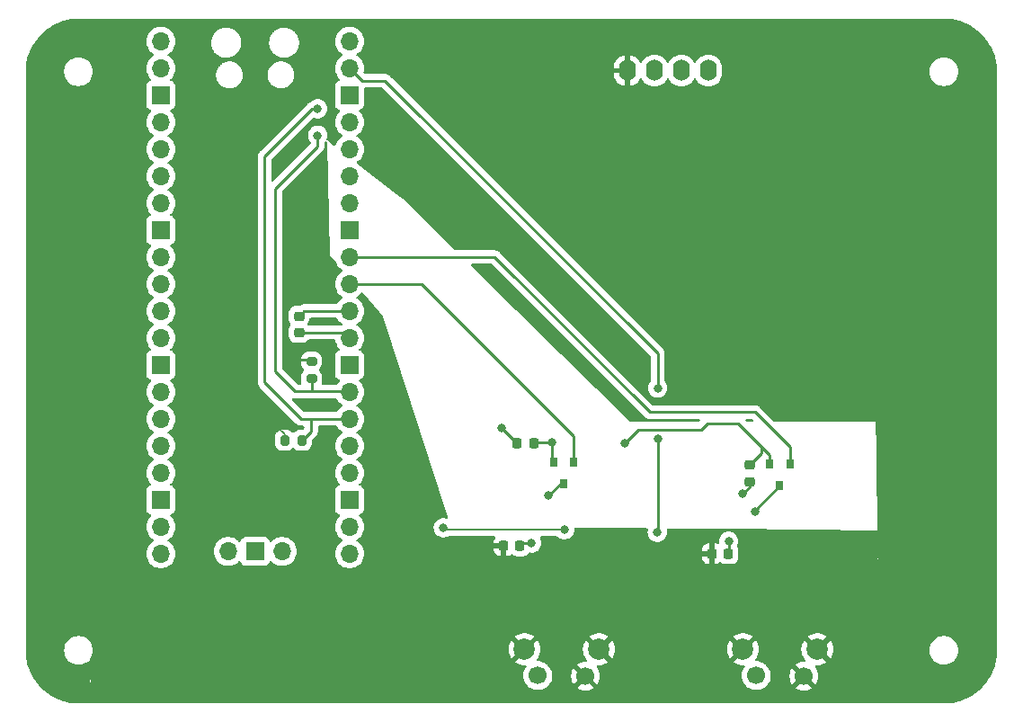
<source format=gbr>
%TF.GenerationSoftware,KiCad,Pcbnew,(7.0.0-0)*%
%TF.CreationDate,2023-02-22T23:46:15-06:00*%
%TF.ProjectId,first_keeb,66697273-745f-46b6-9565-622e6b696361,rev?*%
%TF.SameCoordinates,Original*%
%TF.FileFunction,Copper,L2,Bot*%
%TF.FilePolarity,Positive*%
%FSLAX46Y46*%
G04 Gerber Fmt 4.6, Leading zero omitted, Abs format (unit mm)*
G04 Created by KiCad (PCBNEW (7.0.0-0)) date 2023-02-22 23:46:15*
%MOMM*%
%LPD*%
G01*
G04 APERTURE LIST*
G04 Aperture macros list*
%AMRoundRect*
0 Rectangle with rounded corners*
0 $1 Rounding radius*
0 $2 $3 $4 $5 $6 $7 $8 $9 X,Y pos of 4 corners*
0 Add a 4 corners polygon primitive as box body*
4,1,4,$2,$3,$4,$5,$6,$7,$8,$9,$2,$3,0*
0 Add four circle primitives for the rounded corners*
1,1,$1+$1,$2,$3*
1,1,$1+$1,$4,$5*
1,1,$1+$1,$6,$7*
1,1,$1+$1,$8,$9*
0 Add four rect primitives between the rounded corners*
20,1,$1+$1,$2,$3,$4,$5,0*
20,1,$1+$1,$4,$5,$6,$7,0*
20,1,$1+$1,$6,$7,$8,$9,0*
20,1,$1+$1,$8,$9,$2,$3,0*%
G04 Aperture macros list end*
%TA.AperFunction,ComponentPad*%
%ADD10C,2.000000*%
%TD*%
%TA.AperFunction,ComponentPad*%
%ADD11C,1.700000*%
%TD*%
%TA.AperFunction,ComponentPad*%
%ADD12O,1.600000X2.000000*%
%TD*%
%TA.AperFunction,ComponentPad*%
%ADD13O,1.700000X1.700000*%
%TD*%
%TA.AperFunction,ComponentPad*%
%ADD14R,1.700000X1.700000*%
%TD*%
%TA.AperFunction,SMDPad,CuDef*%
%ADD15RoundRect,0.225000X0.225000X0.250000X-0.225000X0.250000X-0.225000X-0.250000X0.225000X-0.250000X0*%
%TD*%
%TA.AperFunction,SMDPad,CuDef*%
%ADD16RoundRect,0.225000X-0.250000X0.225000X-0.250000X-0.225000X0.250000X-0.225000X0.250000X0.225000X0*%
%TD*%
%TA.AperFunction,SMDPad,CuDef*%
%ADD17R,0.800000X0.900000*%
%TD*%
%TA.AperFunction,SMDPad,CuDef*%
%ADD18RoundRect,0.225000X0.250000X-0.225000X0.250000X0.225000X-0.250000X0.225000X-0.250000X-0.225000X0*%
%TD*%
%TA.AperFunction,SMDPad,CuDef*%
%ADD19RoundRect,0.200000X0.200000X0.275000X-0.200000X0.275000X-0.200000X-0.275000X0.200000X-0.275000X0*%
%TD*%
%TA.AperFunction,SMDPad,CuDef*%
%ADD20RoundRect,0.200000X0.275000X-0.200000X0.275000X0.200000X-0.275000X0.200000X-0.275000X-0.200000X0*%
%TD*%
%TA.AperFunction,ViaPad*%
%ADD21C,0.800000*%
%TD*%
%TA.AperFunction,Conductor*%
%ADD22C,0.250000*%
%TD*%
%TA.AperFunction,Conductor*%
%ADD23C,0.200000*%
%TD*%
G04 APERTURE END LIST*
D10*
%TO.P,REF\u002A\u002A,4*%
%TO.N,GND*%
X93060000Y-124885000D03*
%TO.P,REF\u002A\u002A,3*%
X86050000Y-124885000D03*
D11*
%TO.P,REF\u002A\u002A,2*%
X91800000Y-127425000D03*
%TO.P,REF\u002A\u002A,1*%
%TO.N,N/C*%
X87310000Y-127375000D03*
%TD*%
D10*
%TO.P,REF\u002A\u002A,4*%
%TO.N,GND*%
X72490000Y-124885000D03*
%TO.P,REF\u002A\u002A,3*%
X65480000Y-124885000D03*
D11*
%TO.P,REF\u002A\u002A,2*%
X71230000Y-127425000D03*
%TO.P,REF\u002A\u002A,1*%
%TO.N,N/C*%
X66740000Y-127375000D03*
%TD*%
D12*
%TO.P,SSD1306,4*%
%TO.N,N/C*%
X82789999Y-70399999D03*
%TO.P,SSD1306,3*%
X80249999Y-70399999D03*
%TO.P,SSD1306,2*%
X77709999Y-70399999D03*
%TO.P,SSD1306,1*%
%TO.N,GND*%
X75169999Y-70399999D03*
%TD*%
D13*
%TO.P,U1,1*%
%TO.N,N/C*%
X31219999Y-67639999D03*
%TO.P,U1,2*%
X31219999Y-70179999D03*
D14*
%TO.P,U1,3*%
X31219999Y-72719999D03*
D13*
%TO.P,U1,4*%
X31219999Y-75259999D03*
%TO.P,U1,5*%
X31219999Y-77799999D03*
%TO.P,U1,6*%
X31219999Y-80339999D03*
%TO.P,U1,7*%
X31219999Y-82879999D03*
D14*
%TO.P,U1,8*%
X31219999Y-85419999D03*
D13*
%TO.P,U1,9*%
X31219999Y-87959999D03*
%TO.P,U1,10*%
X31219999Y-90499999D03*
%TO.P,U1,11*%
X31219999Y-93039999D03*
%TO.P,U1,12*%
X31219999Y-95579999D03*
D14*
%TO.P,U1,13*%
X31219999Y-98119999D03*
D13*
%TO.P,U1,14*%
X31219999Y-100659999D03*
%TO.P,U1,15*%
X31219999Y-103199999D03*
%TO.P,U1,16*%
X31219999Y-105739999D03*
%TO.P,U1,17*%
X31219999Y-108279999D03*
D14*
%TO.P,U1,18*%
X31219999Y-110819999D03*
D13*
%TO.P,U1,19*%
X31219999Y-113359999D03*
%TO.P,U1,20*%
X31219999Y-115899999D03*
%TO.P,U1,21*%
X48999999Y-115899999D03*
%TO.P,U1,22*%
X48999999Y-113359999D03*
D14*
%TO.P,U1,23*%
X48999999Y-110819999D03*
D13*
%TO.P,U1,24*%
X48999999Y-108279999D03*
%TO.P,U1,25*%
X48999999Y-105739999D03*
%TO.P,U1,26*%
X48999999Y-103199999D03*
%TO.P,U1,27*%
X48999999Y-100659999D03*
D14*
%TO.P,U1,28*%
X48999999Y-98119999D03*
D13*
%TO.P,U1,29*%
X48999999Y-95579999D03*
%TO.P,U1,30*%
X48999999Y-93039999D03*
%TO.P,U1,31*%
X48999999Y-90499999D03*
%TO.P,U1,32*%
X48999999Y-87959999D03*
D14*
%TO.P,U1,33*%
%TO.N,AGND*%
X48999999Y-85419999D03*
D13*
%TO.P,U1,34*%
%TO.N,N/C*%
X48999999Y-82879999D03*
%TO.P,U1,35*%
X48999999Y-80339999D03*
%TO.P,U1,36*%
X48999999Y-77799999D03*
%TO.P,U1,37*%
X48999999Y-75259999D03*
D14*
%TO.P,U1,38*%
X48999999Y-72719999D03*
D13*
%TO.P,U1,39*%
X48999999Y-70179999D03*
%TO.P,U1,40*%
X48999999Y-67639999D03*
%TO.P,U1,41*%
X37569999Y-115669999D03*
D14*
%TO.P,U1,42*%
X40109999Y-115669999D03*
D13*
%TO.P,U1,43*%
X42649999Y-115669999D03*
%TD*%
D15*
%TO.P,CUP,2*%
%TO.N,GND*%
X83125000Y-115895000D03*
%TO.P,CUP,1*%
%TO.N,N/C*%
X84675000Y-115895000D03*
%TD*%
D16*
%TO.P,CUP,2*%
%TO.N,N/C*%
X86680000Y-109110000D03*
%TO.P,CUP,1*%
X86680000Y-107560000D03*
%TD*%
D17*
%TO.P,SENS,3*%
%TO.N,AGND*%
X69159999Y-109284999D03*
%TO.P,SENS,2*%
%TO.N,N/C*%
X70109999Y-107284999D03*
%TO.P,SENS,1*%
X68209999Y-107284999D03*
%TD*%
D18*
%TO.P,RST,2*%
%TO.N,N/C*%
X44240000Y-93530000D03*
%TO.P,RST,1*%
X44240000Y-95080000D03*
%TD*%
D19*
%TO.P,PULL,2*%
%TO.N,N/C*%
X42880000Y-105215000D03*
%TO.P,PULL,1*%
X44530000Y-105215000D03*
%TD*%
D15*
%TO.P,CUP,2*%
%TO.N,AGND*%
X64785000Y-105455000D03*
%TO.P,CUP,1*%
%TO.N,N/C*%
X66335000Y-105455000D03*
%TD*%
D20*
%TO.P,PULL,2*%
%TO.N,N/C*%
X45420000Y-97760000D03*
%TO.P,PULL,1*%
X45420000Y-99410000D03*
%TD*%
D17*
%TO.P,REF\u002A\u002A,3*%
%TO.N,AGND*%
X89519999Y-109484999D03*
%TO.P,REF\u002A\u002A,2*%
%TO.N,N/C*%
X90469999Y-107484999D03*
%TO.P,REF\u002A\u002A,1*%
X88569999Y-107484999D03*
%TD*%
D15*
%TO.P,CUP,2*%
%TO.N,GND*%
X63510000Y-115145000D03*
%TO.P,CUP,1*%
%TO.N,N/C*%
X65060000Y-115145000D03*
%TD*%
D21*
%TO.N,*%
X46000000Y-74000000D03*
X46000000Y-76500000D03*
X57830000Y-113455000D03*
X69250000Y-113645000D03*
X74950000Y-105455000D03*
%TO.N,GND*%
X42150000Y-103955000D03*
%TO.N,*%
X68030000Y-105385000D03*
X78030000Y-105035000D03*
X84710000Y-114715000D03*
X78020000Y-100305000D03*
%TO.N,GND*%
X43320000Y-97645000D03*
%TO.N,*%
X86040000Y-110255000D03*
X77990000Y-113865000D03*
X66150000Y-114885000D03*
%TO.N,AGND*%
X63350000Y-104095000D03*
X87200000Y-111905000D03*
X67760000Y-110415000D03*
%TO.N,GND*%
X81770000Y-116035000D03*
X61920000Y-115445000D03*
%TD*%
D22*
%TO.N,*%
X45380000Y-103200000D02*
X44465000Y-103200000D01*
X45500000Y-74000000D02*
X46000000Y-74000000D01*
X44465000Y-103200000D02*
X41000000Y-99735000D01*
X41000000Y-99735000D02*
X41000000Y-78500000D01*
X41000000Y-78500000D02*
X45500000Y-74000000D01*
X45420000Y-100625000D02*
X43890000Y-100625000D01*
X43890000Y-100625000D02*
X42000000Y-98735000D01*
X42000000Y-98735000D02*
X42000000Y-81525305D01*
X42000000Y-81525305D02*
X46000000Y-77525305D01*
X46000000Y-77525305D02*
X46000000Y-76500000D01*
X78020000Y-100305000D02*
X78030000Y-100295000D01*
X50175000Y-71355000D02*
X49000000Y-70180000D01*
X78030000Y-100295000D02*
X78030000Y-97030000D01*
X78030000Y-97030000D02*
X52355000Y-71355000D01*
X52355000Y-71355000D02*
X50175000Y-71355000D01*
%TO.N,AGND*%
X87200000Y-111905000D02*
X87200000Y-111805000D01*
X87200000Y-111805000D02*
X89520000Y-109485000D01*
%TO.N,GND*%
X45305000Y-97645000D02*
X45420000Y-97760000D01*
%TO.N,*%
X45380000Y-104365000D02*
X44530000Y-105215000D01*
X90470000Y-107485000D02*
X90470000Y-105835000D01*
X87785000Y-106455000D02*
X86680000Y-107560000D01*
X68030000Y-107105000D02*
X68210000Y-107285000D01*
X86700000Y-104765000D02*
X86700000Y-104695000D01*
%TO.N,GND*%
X43320000Y-97645000D02*
X45305000Y-97645000D01*
%TO.N,*%
X86680000Y-109615000D02*
X86040000Y-110255000D01*
X70110000Y-107285000D02*
X70110000Y-104785000D01*
D23*
%TO.N,GND*%
X42880000Y-104685000D02*
X42150000Y-103955000D01*
D22*
%TO.N,*%
X45420000Y-99410000D02*
X45420000Y-100625000D01*
X76210000Y-104195000D02*
X74950000Y-105455000D01*
X49000000Y-93040000D02*
X44730000Y-93040000D01*
X68030000Y-105385000D02*
X66405000Y-105385000D01*
D23*
X69250000Y-113645000D02*
X58020000Y-113645000D01*
D22*
X48965000Y-100625000D02*
X45420000Y-100625000D01*
X44240000Y-95080000D02*
X48500000Y-95080000D01*
X44730000Y-93040000D02*
X44240000Y-93530000D01*
X66150000Y-114885000D02*
X65320000Y-114885000D01*
X82679695Y-103610000D02*
X82094695Y-104195000D01*
X62685000Y-87960000D02*
X49000000Y-87960000D01*
X48500000Y-95080000D02*
X49000000Y-95580000D01*
X49000000Y-100660000D02*
X48965000Y-100625000D01*
X84710000Y-115860000D02*
X84675000Y-115895000D01*
D23*
%TO.N,GND*%
X42880000Y-105215000D02*
X42880000Y-104685000D01*
D22*
%TO.N,*%
X55825000Y-90500000D02*
X49000000Y-90500000D01*
X77300000Y-102575000D02*
X62685000Y-87960000D01*
X45380000Y-103200000D02*
X45380000Y-104365000D01*
X70110000Y-104785000D02*
X55825000Y-90500000D01*
X86700000Y-104695000D02*
X85615000Y-103610000D01*
X87785000Y-105850000D02*
X86700000Y-104765000D01*
X49000000Y-103200000D02*
X45380000Y-103200000D01*
X66405000Y-105385000D02*
X66335000Y-105455000D01*
X84710000Y-114715000D02*
X84710000Y-115860000D01*
X88570000Y-107485000D02*
X88570000Y-106635000D01*
X87785000Y-105850000D02*
X87785000Y-106455000D01*
D23*
X58020000Y-113645000D02*
X57830000Y-113455000D01*
D22*
X90470000Y-105835000D02*
X87210000Y-102575000D01*
X85615000Y-103610000D02*
X82679695Y-103610000D01*
X87210000Y-102575000D02*
X77300000Y-102575000D01*
X65320000Y-114885000D02*
X65060000Y-115145000D01*
D23*
X45400000Y-100605000D02*
X45420000Y-100625000D01*
D22*
X82094695Y-104195000D02*
X76210000Y-104195000D01*
X68030000Y-105385000D02*
X68030000Y-107105000D01*
X86680000Y-109110000D02*
X86680000Y-109615000D01*
X88570000Y-106635000D02*
X87785000Y-105850000D01*
X78030000Y-105035000D02*
X78030000Y-113825000D01*
X78030000Y-113825000D02*
X77990000Y-113865000D01*
%TO.N,AGND*%
X69160000Y-109285000D02*
X68890000Y-109285000D01*
X64785000Y-105455000D02*
X64740000Y-105455000D01*
X64740000Y-105455000D02*
X63350000Y-104095000D01*
X63350000Y-104095000D02*
X63700000Y-104415000D01*
X68890000Y-109285000D02*
X67760000Y-110415000D01*
%TO.N,GND*%
X63510000Y-115145000D02*
X62220000Y-115145000D01*
X83125000Y-115895000D02*
X81910000Y-115895000D01*
X62220000Y-115145000D02*
X61920000Y-115445000D01*
X81910000Y-115895000D02*
X81770000Y-116035000D01*
%TD*%
%TA.AperFunction,Conductor*%
%TO.N,GND*%
G36*
X46832123Y-73624281D02*
G01*
X46739040Y-73463056D01*
X46611253Y-73321134D01*
X46606003Y-73317319D01*
X46605999Y-73317316D01*
X46462006Y-73212699D01*
X46462004Y-73212697D01*
X46456752Y-73208882D01*
X46450821Y-73206241D01*
X46450817Y-73206239D01*
X46288226Y-73133849D01*
X46288219Y-73133846D01*
X46282288Y-73131206D01*
X46275935Y-73129855D01*
X46275927Y-73129853D01*
X46101849Y-73092852D01*
X46101846Y-73092851D01*
X46095487Y-73091500D01*
X45904513Y-73091500D01*
X45898154Y-73092851D01*
X45898150Y-73092852D01*
X45724072Y-73129853D01*
X45724061Y-73129856D01*
X45717712Y-73131206D01*
X45711782Y-73133845D01*
X45711773Y-73133849D01*
X45549182Y-73206239D01*
X45549174Y-73206243D01*
X45543248Y-73208882D01*
X45537999Y-73212695D01*
X45537993Y-73212699D01*
X45394001Y-73317316D01*
X45393996Y-73317319D01*
X45388747Y-73321134D01*
X45384406Y-73325954D01*
X45384395Y-73325965D01*
X45350042Y-73364117D01*
X45303547Y-73396433D01*
X45300009Y-73397834D01*
X45288955Y-73401619D01*
X45253902Y-73411803D01*
X45253892Y-73411807D01*
X45246407Y-73413982D01*
X45239694Y-73417951D01*
X45239691Y-73417953D01*
X45228834Y-73424374D01*
X45211370Y-73432929D01*
X45199636Y-73437575D01*
X45199629Y-73437578D01*
X45192383Y-73440448D01*
X45186079Y-73445027D01*
X45186068Y-73445034D01*
X45156534Y-73466491D01*
X45146776Y-73472901D01*
X45115355Y-73491483D01*
X45115341Y-73491493D01*
X45108638Y-73495458D01*
X45103122Y-73500973D01*
X45103119Y-73500976D01*
X45094197Y-73509897D01*
X45079414Y-73522523D01*
X45069206Y-73529940D01*
X45069200Y-73529944D01*
X45062893Y-73534528D01*
X45057926Y-73540530D01*
X45057915Y-73540542D01*
X45034643Y-73568673D01*
X45026783Y-73577311D01*
X40607793Y-77996300D01*
X40599444Y-78003898D01*
X40592982Y-78008000D01*
X40587641Y-78013686D01*
X40587639Y-78013689D01*
X40546339Y-78057668D01*
X40543634Y-78060460D01*
X40523865Y-78080230D01*
X40521481Y-78083302D01*
X40521478Y-78083306D01*
X40521322Y-78083508D01*
X40513752Y-78092370D01*
X40483414Y-78124679D01*
X40479659Y-78131507D01*
X40479658Y-78131510D01*
X40473579Y-78142567D01*
X40462903Y-78158819D01*
X40455168Y-78168791D01*
X40455160Y-78168802D01*
X40450386Y-78174959D01*
X40447291Y-78182110D01*
X40447288Y-78182116D01*
X40432786Y-78215628D01*
X40427648Y-78226115D01*
X40410065Y-78258098D01*
X40410061Y-78258106D01*
X40406305Y-78264940D01*
X40404366Y-78272491D01*
X40404363Y-78272499D01*
X40401225Y-78284722D01*
X40394926Y-78303119D01*
X40386819Y-78321855D01*
X40385599Y-78329553D01*
X40385598Y-78329559D01*
X40379888Y-78365611D01*
X40377520Y-78377045D01*
X40368438Y-78412417D01*
X40368436Y-78412426D01*
X40366500Y-78419970D01*
X40366500Y-78427766D01*
X40366500Y-78440385D01*
X40364972Y-78459783D01*
X40361780Y-78479943D01*
X40362514Y-78487708D01*
X40362514Y-78487711D01*
X40365950Y-78524058D01*
X40366500Y-78535727D01*
X40366500Y-99656154D01*
X40365968Y-99667437D01*
X40364298Y-99674909D01*
X40364543Y-99682705D01*
X40364543Y-99682707D01*
X40366439Y-99743017D01*
X40366500Y-99746913D01*
X40366500Y-99774856D01*
X40366988Y-99778721D01*
X40366989Y-99778732D01*
X40367019Y-99778970D01*
X40367934Y-99790596D01*
X40369081Y-99827096D01*
X40369082Y-99827103D01*
X40369327Y-99834889D01*
X40371500Y-99842370D01*
X40371502Y-99842380D01*
X40375022Y-99854495D01*
X40378967Y-99873542D01*
X40381526Y-99893797D01*
X40384395Y-99901045D01*
X40384398Y-99901054D01*
X40397838Y-99935001D01*
X40401621Y-99946048D01*
X40413982Y-99988593D01*
X40417953Y-99995308D01*
X40417954Y-99995310D01*
X40424375Y-100006168D01*
X40432930Y-100023631D01*
X40440448Y-100042617D01*
X40445030Y-100048924D01*
X40445031Y-100048925D01*
X40466491Y-100078462D01*
X40472905Y-100088227D01*
X40495458Y-100126362D01*
X40500976Y-100131880D01*
X40509889Y-100140793D01*
X40522525Y-100155588D01*
X40529938Y-100165791D01*
X40529943Y-100165796D01*
X40534528Y-100172107D01*
X40568667Y-100200349D01*
X40577308Y-100208212D01*
X43961302Y-103592207D01*
X43968898Y-103600555D01*
X43973000Y-103607018D01*
X44022684Y-103653674D01*
X44025447Y-103656352D01*
X44045230Y-103676135D01*
X44048306Y-103678521D01*
X44048503Y-103678674D01*
X44057382Y-103686258D01*
X44089679Y-103716586D01*
X44107565Y-103726418D01*
X44123829Y-103737102D01*
X44133792Y-103744831D01*
X44133795Y-103744833D01*
X44139959Y-103749614D01*
X44147122Y-103752713D01*
X44147123Y-103752714D01*
X44180616Y-103767207D01*
X44191112Y-103772348D01*
X44229940Y-103793695D01*
X44249716Y-103798772D01*
X44268123Y-103805075D01*
X44279691Y-103810081D01*
X44279692Y-103810081D01*
X44286855Y-103813181D01*
X44330621Y-103820112D01*
X44342041Y-103822477D01*
X44384970Y-103833500D01*
X44405385Y-103833500D01*
X44424783Y-103835027D01*
X44444943Y-103838220D01*
X44483476Y-103834577D01*
X44489058Y-103834050D01*
X44500727Y-103833500D01*
X44622500Y-103833500D01*
X44684500Y-103850113D01*
X44729887Y-103895500D01*
X44746500Y-103957500D01*
X44746500Y-104051233D01*
X44737061Y-104098686D01*
X44710180Y-104138915D01*
X44653912Y-104195182D01*
X44613684Y-104222061D01*
X44566232Y-104231500D01*
X44275556Y-104231500D01*
X44275534Y-104231500D01*
X44272736Y-104231501D01*
X44269935Y-104231755D01*
X44269923Y-104231756D01*
X44207883Y-104237393D01*
X44207878Y-104237393D01*
X44201351Y-104237987D01*
X44195095Y-104239936D01*
X44195092Y-104239937D01*
X44044243Y-104286942D01*
X44044234Y-104286945D01*
X44037087Y-104289173D01*
X44030674Y-104293049D01*
X44030671Y-104293051D01*
X43896261Y-104374304D01*
X43896253Y-104374310D01*
X43889845Y-104378184D01*
X43884545Y-104383483D01*
X43884541Y-104383487D01*
X43792681Y-104475348D01*
X43737094Y-104507442D01*
X43672906Y-104507442D01*
X43617319Y-104475348D01*
X43525458Y-104383487D01*
X43520155Y-104378184D01*
X43513742Y-104374307D01*
X43513738Y-104374304D01*
X43379328Y-104293051D01*
X43379327Y-104293050D01*
X43372913Y-104289173D01*
X43365761Y-104286944D01*
X43365756Y-104286942D01*
X43214909Y-104239937D01*
X43214903Y-104239935D01*
X43208649Y-104237987D01*
X43202115Y-104237393D01*
X43202114Y-104237393D01*
X43140074Y-104231755D01*
X43140068Y-104231754D01*
X43137265Y-104231500D01*
X43134446Y-104231500D01*
X42625556Y-104231500D01*
X42625534Y-104231500D01*
X42622736Y-104231501D01*
X42619935Y-104231755D01*
X42619923Y-104231756D01*
X42557883Y-104237393D01*
X42557878Y-104237393D01*
X42551351Y-104237987D01*
X42545095Y-104239936D01*
X42545092Y-104239937D01*
X42394243Y-104286942D01*
X42394234Y-104286945D01*
X42387087Y-104289173D01*
X42380674Y-104293049D01*
X42380671Y-104293051D01*
X42246261Y-104374304D01*
X42246253Y-104374310D01*
X42239845Y-104378184D01*
X42234545Y-104383483D01*
X42234541Y-104383487D01*
X42123487Y-104494541D01*
X42123483Y-104494545D01*
X42118184Y-104499845D01*
X42114310Y-104506253D01*
X42114304Y-104506261D01*
X42033051Y-104640671D01*
X42033049Y-104640674D01*
X42029173Y-104647087D01*
X42026945Y-104654234D01*
X42026942Y-104654243D01*
X41979937Y-104805090D01*
X41979935Y-104805098D01*
X41977987Y-104811351D01*
X41977393Y-104817882D01*
X41977393Y-104817885D01*
X41973839Y-104857000D01*
X41971500Y-104882735D01*
X41971500Y-104885552D01*
X41971500Y-104885553D01*
X41971500Y-105544443D01*
X41971500Y-105544464D01*
X41971501Y-105547264D01*
X41977987Y-105618649D01*
X41979936Y-105624906D01*
X41979937Y-105624907D01*
X42026942Y-105775756D01*
X42026944Y-105775761D01*
X42029173Y-105782913D01*
X42033050Y-105789327D01*
X42033051Y-105789328D01*
X42114304Y-105923738D01*
X42114307Y-105923742D01*
X42118184Y-105930155D01*
X42239845Y-106051816D01*
X42246258Y-106055693D01*
X42246261Y-106055695D01*
X42313465Y-106096321D01*
X42387087Y-106140827D01*
X42551351Y-106192013D01*
X42622735Y-106198500D01*
X43137264Y-106198499D01*
X43208649Y-106192013D01*
X43372913Y-106140827D01*
X43520155Y-106051816D01*
X43617319Y-105954651D01*
X43672906Y-105922558D01*
X43737094Y-105922558D01*
X43792680Y-105954651D01*
X43889845Y-106051816D01*
X43896258Y-106055693D01*
X43896261Y-106055695D01*
X43963465Y-106096321D01*
X44037087Y-106140827D01*
X44201351Y-106192013D01*
X44272735Y-106198500D01*
X44787264Y-106198499D01*
X44858649Y-106192013D01*
X45022913Y-106140827D01*
X45170155Y-106051816D01*
X45291816Y-105930155D01*
X45380827Y-105782913D01*
X45432013Y-105618649D01*
X45438500Y-105547265D01*
X45438499Y-105253764D01*
X45447938Y-105206312D01*
X45474815Y-105166087D01*
X45772212Y-104868690D01*
X45780550Y-104861104D01*
X45787018Y-104857000D01*
X45833706Y-104807279D01*
X45836324Y-104804578D01*
X45856135Y-104784769D01*
X45858662Y-104781509D01*
X45866243Y-104772631D01*
X45896586Y-104740321D01*
X45906421Y-104722430D01*
X45917100Y-104706171D01*
X45929614Y-104690040D01*
X45947216Y-104649361D01*
X45952339Y-104638905D01*
X45973695Y-104600060D01*
X45978773Y-104580283D01*
X45985078Y-104561869D01*
X45993181Y-104543145D01*
X46000112Y-104499376D01*
X46002482Y-104487939D01*
X46013500Y-104445030D01*
X46013500Y-104424615D01*
X46015027Y-104405217D01*
X46015065Y-104404972D01*
X46018220Y-104385057D01*
X46014050Y-104340942D01*
X46013500Y-104329273D01*
X46013500Y-103957500D01*
X46030113Y-103895500D01*
X46075500Y-103850113D01*
X46137500Y-103833500D01*
X47724044Y-103833500D01*
X47783062Y-103848445D01*
X47827853Y-103889679D01*
X47921470Y-104032972D01*
X47921478Y-104032982D01*
X47924278Y-104037268D01*
X47927752Y-104041041D01*
X47927753Y-104041043D01*
X48073288Y-104199135D01*
X48073291Y-104199138D01*
X48076760Y-104202906D01*
X48113825Y-104231755D01*
X48250376Y-104338039D01*
X48250381Y-104338042D01*
X48254424Y-104341189D01*
X48258931Y-104343628D01*
X48258934Y-104343630D01*
X48290930Y-104360945D01*
X48338436Y-104406526D01*
X48355913Y-104470000D01*
X48338436Y-104533474D01*
X48290930Y-104579055D01*
X48258934Y-104596369D01*
X48258922Y-104596376D01*
X48254424Y-104598811D01*
X48250389Y-104601951D01*
X48250376Y-104601960D01*
X48080801Y-104733948D01*
X48080795Y-104733952D01*
X48076760Y-104737094D01*
X48073297Y-104740855D01*
X48073288Y-104740864D01*
X47927753Y-104898956D01*
X47927747Y-104898963D01*
X47924278Y-104902732D01*
X47921481Y-104907012D01*
X47921474Y-104907022D01*
X47803942Y-105086920D01*
X47801140Y-105091209D01*
X47799085Y-105095892D01*
X47799080Y-105095903D01*
X47712764Y-105292687D01*
X47710704Y-105297384D01*
X47709446Y-105302349D01*
X47709445Y-105302354D01*
X47656695Y-105510657D01*
X47656693Y-105510666D01*
X47655436Y-105515632D01*
X47655012Y-105520741D01*
X47655011Y-105520751D01*
X47637268Y-105734883D01*
X47636844Y-105740000D01*
X47637268Y-105745117D01*
X47655011Y-105959248D01*
X47655012Y-105959256D01*
X47655436Y-105964368D01*
X47656693Y-105969335D01*
X47656695Y-105969342D01*
X47709445Y-106177645D01*
X47710704Y-106182616D01*
X47712764Y-106187312D01*
X47799080Y-106384096D01*
X47799083Y-106384101D01*
X47801140Y-106388791D01*
X47860505Y-106479656D01*
X47921474Y-106572977D01*
X47921477Y-106572981D01*
X47924278Y-106577268D01*
X47927752Y-106581041D01*
X47927753Y-106581043D01*
X48073288Y-106739135D01*
X48073291Y-106739138D01*
X48076760Y-106742906D01*
X48080801Y-106746051D01*
X48250376Y-106878039D01*
X48250381Y-106878042D01*
X48254424Y-106881189D01*
X48290930Y-106900945D01*
X48338434Y-106946523D01*
X48355913Y-107009996D01*
X48338437Y-107073471D01*
X48290933Y-107119053D01*
X48258930Y-107136372D01*
X48258925Y-107136374D01*
X48254424Y-107138811D01*
X48250389Y-107141951D01*
X48250376Y-107141960D01*
X48080801Y-107273948D01*
X48080795Y-107273952D01*
X48076760Y-107277094D01*
X48073297Y-107280855D01*
X48073288Y-107280864D01*
X47927753Y-107438956D01*
X47927747Y-107438963D01*
X47924278Y-107442732D01*
X47921481Y-107447012D01*
X47921474Y-107447022D01*
X47851750Y-107553744D01*
X47801140Y-107631209D01*
X47799085Y-107635892D01*
X47799080Y-107635903D01*
X47712764Y-107832687D01*
X47710704Y-107837384D01*
X47709446Y-107842349D01*
X47709445Y-107842354D01*
X47656695Y-108050657D01*
X47656693Y-108050666D01*
X47655436Y-108055632D01*
X47655012Y-108060741D01*
X47655011Y-108060751D01*
X47648246Y-108142398D01*
X47636844Y-108280000D01*
X47637268Y-108285117D01*
X47655011Y-108499248D01*
X47655012Y-108499256D01*
X47655436Y-108504368D01*
X47656693Y-108509335D01*
X47656695Y-108509342D01*
X47693390Y-108654244D01*
X47710704Y-108722616D01*
X47712764Y-108727312D01*
X47799080Y-108924096D01*
X47799083Y-108924101D01*
X47801140Y-108928791D01*
X47844457Y-108995092D01*
X47921474Y-109112977D01*
X47921477Y-109112981D01*
X47924278Y-109117268D01*
X48069492Y-109275011D01*
X48098264Y-109327760D01*
X48098857Y-109387847D01*
X48071131Y-109441157D01*
X48021596Y-109475172D01*
X47912109Y-109516009D01*
X47912101Y-109516013D01*
X47903796Y-109519111D01*
X47896698Y-109524423D01*
X47896695Y-109524426D01*
X47793835Y-109601426D01*
X47793831Y-109601429D01*
X47786739Y-109606739D01*
X47781429Y-109613831D01*
X47781426Y-109613835D01*
X47704426Y-109716695D01*
X47704423Y-109716698D01*
X47699111Y-109723796D01*
X47696013Y-109732099D01*
X47696011Y-109732105D01*
X47650719Y-109853536D01*
X47650717Y-109853543D01*
X47648011Y-109860799D01*
X47647182Y-109868500D01*
X47647182Y-109868505D01*
X47641853Y-109918075D01*
X47641500Y-109921362D01*
X47641500Y-111718638D01*
X47648011Y-111779201D01*
X47650717Y-111786458D01*
X47650719Y-111786463D01*
X47696011Y-111907894D01*
X47699111Y-111916204D01*
X47786739Y-112033261D01*
X47903796Y-112120889D01*
X48021595Y-112164826D01*
X48071130Y-112198841D01*
X48098857Y-112252152D01*
X48098264Y-112312238D01*
X48069490Y-112364991D01*
X47927753Y-112518956D01*
X47927747Y-112518963D01*
X47924278Y-112522732D01*
X47921481Y-112527012D01*
X47921474Y-112527022D01*
X47833787Y-112661239D01*
X47801140Y-112711209D01*
X47799085Y-112715892D01*
X47799080Y-112715903D01*
X47712764Y-112912687D01*
X47710704Y-112917384D01*
X47709446Y-112922349D01*
X47709445Y-112922354D01*
X47656695Y-113130657D01*
X47656693Y-113130666D01*
X47655436Y-113135632D01*
X47655012Y-113140741D01*
X47655011Y-113140751D01*
X47638657Y-113338125D01*
X47636844Y-113360000D01*
X47637268Y-113365117D01*
X47655011Y-113579248D01*
X47655012Y-113579256D01*
X47655436Y-113584368D01*
X47656693Y-113589335D01*
X47656695Y-113589342D01*
X47684014Y-113697222D01*
X32149685Y-114355904D01*
X32295722Y-114197268D01*
X32418860Y-114008791D01*
X32509296Y-113802616D01*
X32564564Y-113584368D01*
X32583156Y-113360000D01*
X32564564Y-113135632D01*
X32509296Y-112917384D01*
X32418860Y-112711209D01*
X32295722Y-112522732D01*
X32150506Y-112364987D01*
X32121735Y-112312239D01*
X32121142Y-112252152D01*
X32148869Y-112198841D01*
X32198404Y-112164826D01*
X32316204Y-112120889D01*
X32433261Y-112033261D01*
X32520889Y-111916204D01*
X32571989Y-111779201D01*
X32578500Y-111718638D01*
X32578500Y-109921362D01*
X32571989Y-109860799D01*
X32520889Y-109723796D01*
X32433261Y-109606739D01*
X32316204Y-109519111D01*
X32307895Y-109516011D01*
X32307888Y-109516008D01*
X32198404Y-109475172D01*
X32148869Y-109441157D01*
X32121142Y-109387847D01*
X32121735Y-109327760D01*
X32150505Y-109275013D01*
X32295722Y-109117268D01*
X32418860Y-108928791D01*
X32509296Y-108722616D01*
X32564564Y-108504368D01*
X32583156Y-108280000D01*
X32564564Y-108055632D01*
X32509296Y-107837384D01*
X32418860Y-107631209D01*
X32295722Y-107442732D01*
X32292246Y-107438956D01*
X32146711Y-107280864D01*
X32146708Y-107280861D01*
X32143240Y-107277094D01*
X32127688Y-107264989D01*
X31969623Y-107141960D01*
X31969615Y-107141955D01*
X31965576Y-107138811D01*
X31961069Y-107136372D01*
X31961060Y-107136366D01*
X31929068Y-107119053D01*
X31881562Y-107073471D01*
X31864086Y-107009996D01*
X31881565Y-106946522D01*
X31929067Y-106900946D01*
X31965576Y-106881189D01*
X32143240Y-106742906D01*
X32295722Y-106577268D01*
X32418860Y-106388791D01*
X32509296Y-106182616D01*
X32564564Y-105964368D01*
X32583156Y-105740000D01*
X32564564Y-105515632D01*
X32509296Y-105297384D01*
X32418860Y-105091209D01*
X32295722Y-104902732D01*
X32280428Y-104886118D01*
X32146711Y-104740864D01*
X32146708Y-104740861D01*
X32143240Y-104737094D01*
X32103499Y-104706162D01*
X31969623Y-104601960D01*
X31969615Y-104601955D01*
X31965576Y-104598811D01*
X31961064Y-104596369D01*
X31961061Y-104596367D01*
X31929070Y-104579055D01*
X31881564Y-104533474D01*
X31864086Y-104470000D01*
X31881564Y-104406526D01*
X31929070Y-104360945D01*
X31929109Y-104360923D01*
X31965576Y-104341189D01*
X32143240Y-104202906D01*
X32295722Y-104037268D01*
X32418860Y-103848791D01*
X32509296Y-103642616D01*
X32564564Y-103424368D01*
X32583156Y-103200000D01*
X32564564Y-102975632D01*
X32509296Y-102757384D01*
X32418860Y-102551209D01*
X32295722Y-102362732D01*
X32143240Y-102197094D01*
X32125951Y-102183637D01*
X31969623Y-102061960D01*
X31969615Y-102061955D01*
X31965576Y-102058811D01*
X31961064Y-102056369D01*
X31961061Y-102056367D01*
X31929070Y-102039055D01*
X31881564Y-101993474D01*
X31864086Y-101930000D01*
X31881564Y-101866526D01*
X31929070Y-101820945D01*
X31929109Y-101820923D01*
X31965576Y-101801189D01*
X32143240Y-101662906D01*
X32295722Y-101497268D01*
X32418860Y-101308791D01*
X32509296Y-101102616D01*
X32564564Y-100884368D01*
X32583156Y-100660000D01*
X32564564Y-100435632D01*
X32509296Y-100217384D01*
X32418860Y-100011209D01*
X32295722Y-99822732D01*
X32150506Y-99664987D01*
X32121735Y-99612239D01*
X32121142Y-99552152D01*
X32148869Y-99498841D01*
X32198404Y-99464826D01*
X32316204Y-99420889D01*
X32433261Y-99333261D01*
X32520889Y-99216204D01*
X32571989Y-99079201D01*
X32578500Y-99018638D01*
X32578500Y-97221362D01*
X32571989Y-97160799D01*
X32520889Y-97023796D01*
X32433261Y-96906739D01*
X32316204Y-96819111D01*
X32307895Y-96816011D01*
X32307888Y-96816008D01*
X32198404Y-96775172D01*
X32148869Y-96741157D01*
X32121142Y-96687847D01*
X32121735Y-96627760D01*
X32150505Y-96575013D01*
X32295722Y-96417268D01*
X32418860Y-96228791D01*
X32509296Y-96022616D01*
X32564564Y-95804368D01*
X32583156Y-95580000D01*
X32564564Y-95355632D01*
X32509296Y-95137384D01*
X32418860Y-94931209D01*
X32295722Y-94742732D01*
X32261598Y-94705664D01*
X32146711Y-94580864D01*
X32146708Y-94580861D01*
X32143240Y-94577094D01*
X32099307Y-94542899D01*
X31969623Y-94441960D01*
X31969615Y-94441955D01*
X31965576Y-94438811D01*
X31961069Y-94436372D01*
X31961060Y-94436366D01*
X31929068Y-94419053D01*
X31881562Y-94373471D01*
X31864086Y-94309996D01*
X31881565Y-94246522D01*
X31929067Y-94200946D01*
X31965576Y-94181189D01*
X32143240Y-94042906D01*
X32295722Y-93877268D01*
X32418860Y-93688791D01*
X32509296Y-93482616D01*
X32564564Y-93264368D01*
X32583156Y-93040000D01*
X32564564Y-92815632D01*
X32509296Y-92597384D01*
X32418860Y-92391209D01*
X32295722Y-92202732D01*
X32143240Y-92037094D01*
X32130597Y-92027253D01*
X31969623Y-91901960D01*
X31969615Y-91901955D01*
X31965576Y-91898811D01*
X31961064Y-91896369D01*
X31961061Y-91896367D01*
X31929070Y-91879055D01*
X31881564Y-91833474D01*
X31864086Y-91770000D01*
X31881564Y-91706526D01*
X31929070Y-91660945D01*
X31929109Y-91660923D01*
X31965576Y-91641189D01*
X32143240Y-91502906D01*
X32295722Y-91337268D01*
X32418860Y-91148791D01*
X32509296Y-90942616D01*
X32564564Y-90724368D01*
X32583156Y-90500000D01*
X32564564Y-90275632D01*
X32509296Y-90057384D01*
X32418860Y-89851209D01*
X32295722Y-89662732D01*
X32143240Y-89497094D01*
X32130597Y-89487253D01*
X31969623Y-89361960D01*
X31969615Y-89361955D01*
X31965576Y-89358811D01*
X31961064Y-89356369D01*
X31961061Y-89356367D01*
X31929070Y-89339055D01*
X31881564Y-89293474D01*
X31864086Y-89230000D01*
X31881564Y-89166526D01*
X31929070Y-89120945D01*
X31948775Y-89110281D01*
X31965576Y-89101189D01*
X32143240Y-88962906D01*
X32295722Y-88797268D01*
X32418860Y-88608791D01*
X32509296Y-88402616D01*
X32564564Y-88184368D01*
X32583156Y-87960000D01*
X32564564Y-87735632D01*
X32509296Y-87517384D01*
X32418860Y-87311209D01*
X32295722Y-87122732D01*
X32150506Y-86964987D01*
X32121735Y-86912239D01*
X32121142Y-86852152D01*
X32148869Y-86798841D01*
X32198404Y-86764826D01*
X32316204Y-86720889D01*
X32433261Y-86633261D01*
X32520889Y-86516204D01*
X32571989Y-86379201D01*
X32578500Y-86318638D01*
X32578500Y-84521362D01*
X32571989Y-84460799D01*
X32520889Y-84323796D01*
X32433261Y-84206739D01*
X32316204Y-84119111D01*
X32307895Y-84116011D01*
X32307888Y-84116008D01*
X32198404Y-84075172D01*
X32148869Y-84041157D01*
X32121142Y-83987847D01*
X32121735Y-83927760D01*
X32150505Y-83875013D01*
X32295722Y-83717268D01*
X32418860Y-83528791D01*
X32509296Y-83322616D01*
X32564564Y-83104368D01*
X32583156Y-82880000D01*
X32564564Y-82655632D01*
X32509296Y-82437384D01*
X32418860Y-82231209D01*
X32295722Y-82042732D01*
X32143240Y-81877094D01*
X32033422Y-81791618D01*
X31969623Y-81741960D01*
X31969615Y-81741955D01*
X31965576Y-81738811D01*
X31961069Y-81736372D01*
X31961060Y-81736366D01*
X31929068Y-81719053D01*
X31881562Y-81673471D01*
X31864086Y-81609996D01*
X31881565Y-81546522D01*
X31929067Y-81500946D01*
X31965576Y-81481189D01*
X32143240Y-81342906D01*
X32295722Y-81177268D01*
X32418860Y-80988791D01*
X32509296Y-80782616D01*
X32564564Y-80564368D01*
X32583156Y-80340000D01*
X32564564Y-80115632D01*
X32509296Y-79897384D01*
X32418860Y-79691209D01*
X32295722Y-79502732D01*
X32143240Y-79337094D01*
X32130597Y-79327253D01*
X31969623Y-79201960D01*
X31969615Y-79201955D01*
X31965576Y-79198811D01*
X31961064Y-79196369D01*
X31961061Y-79196367D01*
X31929070Y-79179055D01*
X31881564Y-79133474D01*
X31864086Y-79070000D01*
X31881564Y-79006526D01*
X31929070Y-78960945D01*
X31929109Y-78960923D01*
X31965576Y-78941189D01*
X32143240Y-78802906D01*
X32295722Y-78637268D01*
X32418860Y-78448791D01*
X32509296Y-78242616D01*
X32564564Y-78024368D01*
X32583156Y-77800000D01*
X32564564Y-77575632D01*
X32509296Y-77357384D01*
X32418860Y-77151209D01*
X32295722Y-76962732D01*
X32206100Y-76865377D01*
X32146711Y-76800864D01*
X32146708Y-76800861D01*
X32143240Y-76797094D01*
X32130597Y-76787253D01*
X31969623Y-76661960D01*
X31969615Y-76661955D01*
X31965576Y-76658811D01*
X31961064Y-76656369D01*
X31961061Y-76656367D01*
X31929070Y-76639055D01*
X31881564Y-76593474D01*
X31864086Y-76530000D01*
X31881564Y-76466526D01*
X31929070Y-76420945D01*
X31929109Y-76420923D01*
X31965576Y-76401189D01*
X32143240Y-76262906D01*
X32295722Y-76097268D01*
X32418860Y-75908791D01*
X32509296Y-75702616D01*
X32564564Y-75484368D01*
X32583156Y-75260000D01*
X32564564Y-75035632D01*
X32509296Y-74817384D01*
X32418860Y-74611209D01*
X32295722Y-74422732D01*
X32150506Y-74264987D01*
X32121735Y-74212239D01*
X32121142Y-74152152D01*
X32148869Y-74098841D01*
X32198404Y-74064826D01*
X32316204Y-74020889D01*
X32433261Y-73933261D01*
X32520889Y-73816204D01*
X32571989Y-73679201D01*
X32578500Y-73618638D01*
X32578500Y-71821362D01*
X32571989Y-71760799D01*
X32520889Y-71623796D01*
X32433261Y-71506739D01*
X32424877Y-71500463D01*
X32323304Y-71424426D01*
X32323303Y-71424425D01*
X32316204Y-71419111D01*
X32307895Y-71416011D01*
X32307888Y-71416008D01*
X32198404Y-71375172D01*
X32148869Y-71341157D01*
X32121142Y-71287847D01*
X32121735Y-71227760D01*
X32150505Y-71175013D01*
X32295722Y-71017268D01*
X32418860Y-70828791D01*
X32431489Y-70800000D01*
X36421693Y-70800000D01*
X36422164Y-70805386D01*
X36422164Y-70805399D01*
X36423315Y-70818558D01*
X36423662Y-70834920D01*
X36422934Y-70851128D01*
X36422934Y-70851135D01*
X36422685Y-70856691D01*
X36423431Y-70862204D01*
X36423432Y-70862207D01*
X36433494Y-70936491D01*
X36434144Y-70942327D01*
X36438821Y-70995781D01*
X36440885Y-71019371D01*
X36442285Y-71024596D01*
X36446602Y-71040707D01*
X36449703Y-71056147D01*
X36452346Y-71075658D01*
X36452347Y-71075663D01*
X36453094Y-71081175D01*
X36454814Y-71086468D01*
X36454815Y-71086473D01*
X36476911Y-71154480D01*
X36478754Y-71160701D01*
X36494856Y-71220791D01*
X36497880Y-71232076D01*
X36500168Y-71236984D01*
X36500169Y-71236985D01*
X36508675Y-71255228D01*
X36514221Y-71269307D01*
X36520246Y-71287847D01*
X36523097Y-71296621D01*
X36525734Y-71301521D01*
X36525736Y-71301526D01*
X36557979Y-71361444D01*
X36561167Y-71367798D01*
X36588653Y-71426742D01*
X36588655Y-71426746D01*
X36590944Y-71431654D01*
X36594044Y-71436081D01*
X36594052Y-71436094D01*
X36607580Y-71455415D01*
X36615195Y-71467771D01*
X36624368Y-71484816D01*
X36630444Y-71496106D01*
X36661194Y-71534665D01*
X36674192Y-71550964D01*
X36678820Y-71557153D01*
X36714145Y-71607603D01*
X36714148Y-71607607D01*
X36717251Y-71612038D01*
X36721082Y-71615869D01*
X36740199Y-71634986D01*
X36749465Y-71645354D01*
X36771686Y-71673218D01*
X36779316Y-71679884D01*
X36821935Y-71717119D01*
X36828032Y-71722819D01*
X36872962Y-71767749D01*
X36901481Y-71787718D01*
X36902384Y-71788350D01*
X36912847Y-71796546D01*
X36942282Y-71822263D01*
X36947059Y-71825117D01*
X36947063Y-71825120D01*
X36996598Y-71854715D01*
X37004123Y-71859589D01*
X37046876Y-71889526D01*
X37053346Y-71894056D01*
X37089049Y-71910704D01*
X37100216Y-71916625D01*
X37136750Y-71938453D01*
X37192762Y-71959474D01*
X37201598Y-71963186D01*
X37252924Y-71987120D01*
X37258153Y-71988521D01*
X37294281Y-71998201D01*
X37305763Y-72001884D01*
X37339394Y-72014506D01*
X37348839Y-72018051D01*
X37404286Y-72028113D01*
X37414236Y-72030344D01*
X37465629Y-72044115D01*
X37511745Y-72048149D01*
X37523069Y-72049668D01*
X37571733Y-72058500D01*
X37624642Y-72058500D01*
X37635449Y-72058972D01*
X37685000Y-72063307D01*
X37738616Y-72058616D01*
X37740376Y-72058500D01*
X37741522Y-72058500D01*
X37796390Y-72053561D01*
X37796398Y-72053650D01*
X37796698Y-72053534D01*
X37904371Y-72044115D01*
X37905896Y-72043706D01*
X37910622Y-72043281D01*
X38014956Y-72014485D01*
X38015704Y-72014282D01*
X38117076Y-71987120D01*
X38120169Y-71985677D01*
X38122230Y-71985019D01*
X38123624Y-71984495D01*
X38128993Y-71983014D01*
X38223340Y-71937577D01*
X38224638Y-71936962D01*
X38316654Y-71894056D01*
X38321105Y-71890939D01*
X38321701Y-71890595D01*
X38326816Y-71887892D01*
X38328061Y-71887147D01*
X38333093Y-71884725D01*
X38415079Y-71825157D01*
X38416663Y-71824027D01*
X38491520Y-71771613D01*
X38492601Y-71770856D01*
X38492602Y-71770854D01*
X38497038Y-71767749D01*
X38500866Y-71763920D01*
X38505016Y-71760438D01*
X38505195Y-71760652D01*
X38507678Y-71758530D01*
X38507661Y-71758510D01*
X38511852Y-71754847D01*
X38516363Y-71751571D01*
X38583923Y-71680908D01*
X38585869Y-71678917D01*
X38595920Y-71668866D01*
X38652749Y-71612038D01*
X38655858Y-71607597D01*
X38658728Y-71604177D01*
X38667431Y-71593566D01*
X38672912Y-71587834D01*
X38724901Y-71509072D01*
X38726750Y-71506351D01*
X38779056Y-71431654D01*
X38782535Y-71424191D01*
X38791436Y-71408276D01*
X38797709Y-71398774D01*
X38833439Y-71315177D01*
X38835045Y-71311581D01*
X38872120Y-71232076D01*
X38875146Y-71220782D01*
X38880899Y-71204143D01*
X38884552Y-71195595D01*
X38886743Y-71190470D01*
X38888470Y-71182906D01*
X38906198Y-71105224D01*
X38907301Y-71100773D01*
X38929115Y-71019371D01*
X38930436Y-71004264D01*
X38933072Y-70987481D01*
X38937151Y-70969615D01*
X38940919Y-70885689D01*
X38941260Y-70880539D01*
X38948307Y-70800000D01*
X41271693Y-70800000D01*
X41272164Y-70805386D01*
X41272164Y-70805399D01*
X41273315Y-70818558D01*
X41273662Y-70834920D01*
X41272934Y-70851128D01*
X41272934Y-70851135D01*
X41272685Y-70856691D01*
X41273431Y-70862204D01*
X41273432Y-70862207D01*
X41283494Y-70936491D01*
X41284144Y-70942327D01*
X41288821Y-70995781D01*
X41290885Y-71019371D01*
X41292285Y-71024596D01*
X41296602Y-71040707D01*
X41299703Y-71056147D01*
X41302346Y-71075658D01*
X41302347Y-71075663D01*
X41303094Y-71081175D01*
X41304814Y-71086468D01*
X41304815Y-71086473D01*
X41326911Y-71154480D01*
X41328754Y-71160701D01*
X41344856Y-71220791D01*
X41347880Y-71232076D01*
X41350168Y-71236984D01*
X41350169Y-71236985D01*
X41358675Y-71255228D01*
X41364221Y-71269307D01*
X41370246Y-71287847D01*
X41373097Y-71296621D01*
X41375734Y-71301521D01*
X41375736Y-71301526D01*
X41407979Y-71361444D01*
X41411167Y-71367798D01*
X41438653Y-71426742D01*
X41438655Y-71426746D01*
X41440944Y-71431654D01*
X41444044Y-71436081D01*
X41444052Y-71436094D01*
X41457580Y-71455415D01*
X41465195Y-71467771D01*
X41474368Y-71484816D01*
X41480444Y-71496106D01*
X41511194Y-71534665D01*
X41524192Y-71550964D01*
X41528820Y-71557153D01*
X41564145Y-71607603D01*
X41564148Y-71607607D01*
X41567251Y-71612038D01*
X41571082Y-71615869D01*
X41590199Y-71634986D01*
X41599465Y-71645354D01*
X41621686Y-71673218D01*
X41629316Y-71679884D01*
X41671935Y-71717119D01*
X41678032Y-71722819D01*
X41722962Y-71767749D01*
X41751481Y-71787718D01*
X41752384Y-71788350D01*
X41762847Y-71796546D01*
X41792282Y-71822263D01*
X41797059Y-71825117D01*
X41797063Y-71825120D01*
X41846598Y-71854715D01*
X41854123Y-71859589D01*
X41896876Y-71889526D01*
X41903346Y-71894056D01*
X41939049Y-71910704D01*
X41950216Y-71916625D01*
X41986750Y-71938453D01*
X42042762Y-71959474D01*
X42051598Y-71963186D01*
X42102924Y-71987120D01*
X42108153Y-71988521D01*
X42144281Y-71998201D01*
X42155763Y-72001884D01*
X42189394Y-72014506D01*
X42198839Y-72018051D01*
X42254286Y-72028113D01*
X42264236Y-72030344D01*
X42315629Y-72044115D01*
X42361745Y-72048149D01*
X42373069Y-72049668D01*
X42421733Y-72058500D01*
X42474642Y-72058500D01*
X42485449Y-72058972D01*
X42535000Y-72063307D01*
X42588616Y-72058616D01*
X42590376Y-72058500D01*
X42591522Y-72058500D01*
X42646390Y-72053561D01*
X42646398Y-72053650D01*
X42646698Y-72053534D01*
X42754371Y-72044115D01*
X42755896Y-72043706D01*
X42760622Y-72043281D01*
X42864956Y-72014485D01*
X42865704Y-72014282D01*
X42967076Y-71987120D01*
X42970169Y-71985677D01*
X42972230Y-71985019D01*
X42973624Y-71984495D01*
X42978993Y-71983014D01*
X43073340Y-71937577D01*
X43074638Y-71936962D01*
X43166654Y-71894056D01*
X43171105Y-71890939D01*
X43171701Y-71890595D01*
X43176816Y-71887892D01*
X43178061Y-71887147D01*
X43183093Y-71884725D01*
X43265079Y-71825157D01*
X43266663Y-71824027D01*
X43341520Y-71771613D01*
X43342601Y-71770856D01*
X43342602Y-71770854D01*
X43347038Y-71767749D01*
X43350866Y-71763920D01*
X43355016Y-71760438D01*
X43355195Y-71760652D01*
X43357678Y-71758530D01*
X43357661Y-71758510D01*
X43361852Y-71754847D01*
X43366363Y-71751571D01*
X43433923Y-71680908D01*
X43435869Y-71678917D01*
X43445920Y-71668866D01*
X43502749Y-71612038D01*
X43505858Y-71607597D01*
X43508728Y-71604177D01*
X43517431Y-71593566D01*
X43522912Y-71587834D01*
X43574901Y-71509072D01*
X43576750Y-71506351D01*
X43629056Y-71431654D01*
X43632535Y-71424191D01*
X43641436Y-71408276D01*
X43647709Y-71398774D01*
X43683439Y-71315177D01*
X43685045Y-71311581D01*
X43722120Y-71232076D01*
X43725146Y-71220782D01*
X43730899Y-71204143D01*
X43734552Y-71195595D01*
X43736743Y-71190470D01*
X43738470Y-71182906D01*
X43756198Y-71105224D01*
X43757301Y-71100773D01*
X43779115Y-71019371D01*
X43780436Y-71004264D01*
X43783072Y-70987481D01*
X43787151Y-70969615D01*
X43790919Y-70885689D01*
X43791260Y-70880539D01*
X43798307Y-70800000D01*
X43796683Y-70781447D01*
X43796337Y-70765078D01*
X43797315Y-70743309D01*
X43796050Y-70733973D01*
X43786504Y-70663503D01*
X43785853Y-70657661D01*
X43783953Y-70635943D01*
X43779115Y-70580629D01*
X43777713Y-70575398D01*
X43777712Y-70575390D01*
X43773399Y-70559295D01*
X43770295Y-70543844D01*
X43767653Y-70524342D01*
X43766906Y-70518825D01*
X43743078Y-70445492D01*
X43741245Y-70439301D01*
X43723521Y-70373153D01*
X43722120Y-70367924D01*
X43711322Y-70344769D01*
X43705774Y-70330682D01*
X43698625Y-70308679D01*
X43696903Y-70303379D01*
X43691414Y-70293178D01*
X43662010Y-70238536D01*
X43658834Y-70232208D01*
X43629056Y-70168347D01*
X43612421Y-70144591D01*
X43604800Y-70132223D01*
X43592195Y-70108798D01*
X43592194Y-70108796D01*
X43589556Y-70103894D01*
X43581442Y-70093719D01*
X43545799Y-70049023D01*
X43541171Y-70042835D01*
X43533183Y-70031427D01*
X43502749Y-69987962D01*
X43479798Y-69965011D01*
X43470533Y-69954643D01*
X43451788Y-69931138D01*
X43451786Y-69931136D01*
X43448314Y-69926782D01*
X43398063Y-69882879D01*
X43391966Y-69877179D01*
X43350867Y-69836080D01*
X43347038Y-69832251D01*
X43317615Y-69811649D01*
X43307153Y-69803454D01*
X43281916Y-69781405D01*
X43277718Y-69777737D01*
X43223414Y-69745291D01*
X43215889Y-69740419D01*
X43171083Y-69709045D01*
X43171080Y-69709043D01*
X43166654Y-69705944D01*
X43130960Y-69689299D01*
X43119777Y-69683371D01*
X43088027Y-69664401D01*
X43088025Y-69664400D01*
X43083250Y-69661547D01*
X43027236Y-69640524D01*
X43018403Y-69636814D01*
X42971979Y-69615166D01*
X42971976Y-69615164D01*
X42967076Y-69612880D01*
X42961859Y-69611482D01*
X42961848Y-69611478D01*
X42925704Y-69601793D01*
X42914231Y-69598113D01*
X42876367Y-69583903D01*
X42876368Y-69583903D01*
X42871161Y-69581949D01*
X42865691Y-69580956D01*
X42865690Y-69580956D01*
X42815703Y-69571884D01*
X42805756Y-69569652D01*
X42759605Y-69557286D01*
X42759589Y-69557283D01*
X42754371Y-69555885D01*
X42748979Y-69555413D01*
X42748978Y-69555413D01*
X42708258Y-69551850D01*
X42696928Y-69550330D01*
X42653741Y-69542493D01*
X42653737Y-69542492D01*
X42648267Y-69541500D01*
X42642701Y-69541500D01*
X42595358Y-69541500D01*
X42584551Y-69541028D01*
X42540395Y-69537165D01*
X42535000Y-69536693D01*
X42529605Y-69537165D01*
X42529602Y-69537165D01*
X42481403Y-69541381D01*
X42479610Y-69541500D01*
X42478478Y-69541500D01*
X42475726Y-69541747D01*
X42475718Y-69541748D01*
X42423629Y-69546436D01*
X42423322Y-69546463D01*
X42318946Y-69555594D01*
X42318928Y-69555596D01*
X42315629Y-69555885D01*
X42314103Y-69556293D01*
X42309378Y-69556719D01*
X42304012Y-69558199D01*
X42304011Y-69558200D01*
X42205218Y-69585465D01*
X42204355Y-69585700D01*
X42102924Y-69612880D01*
X42099832Y-69614320D01*
X42097762Y-69614982D01*
X42096365Y-69615506D01*
X42091007Y-69616986D01*
X42085994Y-69619399D01*
X42085986Y-69619403D01*
X41996681Y-69662408D01*
X41995289Y-69663068D01*
X41908246Y-69703658D01*
X41908232Y-69703665D01*
X41903347Y-69705944D01*
X41898928Y-69709037D01*
X41898269Y-69709418D01*
X41893185Y-69712105D01*
X41891921Y-69712859D01*
X41886907Y-69715275D01*
X41882411Y-69718541D01*
X41882395Y-69718551D01*
X41804977Y-69774798D01*
X41803218Y-69776053D01*
X41727394Y-69829147D01*
X41727389Y-69829150D01*
X41722962Y-69832251D01*
X41719137Y-69836074D01*
X41714989Y-69839556D01*
X41714814Y-69839347D01*
X41712316Y-69841479D01*
X41712331Y-69841496D01*
X41708142Y-69845155D01*
X41703637Y-69848429D01*
X41699793Y-69852449D01*
X41699782Y-69852459D01*
X41636054Y-69919112D01*
X41634112Y-69921099D01*
X41571076Y-69984136D01*
X41571071Y-69984141D01*
X41567251Y-69987962D01*
X41564153Y-69992384D01*
X41561374Y-69995697D01*
X41552585Y-70006414D01*
X41550938Y-70008137D01*
X41550929Y-70008147D01*
X41547088Y-70012166D01*
X41544031Y-70016796D01*
X41544019Y-70016812D01*
X41495108Y-70090909D01*
X41493198Y-70093719D01*
X41444048Y-70163913D01*
X41444044Y-70163918D01*
X41440944Y-70168347D01*
X41438658Y-70173248D01*
X41438655Y-70173254D01*
X41437461Y-70175815D01*
X41428577Y-70191702D01*
X41425355Y-70196583D01*
X41425352Y-70196587D01*
X41422291Y-70201226D01*
X41420107Y-70206333D01*
X41420105Y-70206339D01*
X41386565Y-70284808D01*
X41384927Y-70288474D01*
X41350167Y-70363018D01*
X41350164Y-70363024D01*
X41347880Y-70367924D01*
X41346479Y-70373149D01*
X41346479Y-70373151D01*
X41344852Y-70379224D01*
X41339104Y-70395846D01*
X41333257Y-70409530D01*
X41332020Y-70414946D01*
X41332018Y-70414955D01*
X41313807Y-70494747D01*
X41312691Y-70499248D01*
X41292284Y-70575404D01*
X41292281Y-70575415D01*
X41290885Y-70580629D01*
X41290414Y-70586008D01*
X41290413Y-70586016D01*
X41289563Y-70595736D01*
X41286927Y-70612510D01*
X41284087Y-70624951D01*
X41284083Y-70624974D01*
X41282849Y-70630385D01*
X41282599Y-70635939D01*
X41282599Y-70635943D01*
X41279080Y-70714274D01*
X41278733Y-70719513D01*
X41272164Y-70794605D01*
X41272164Y-70794616D01*
X41271693Y-70800000D01*
X38948307Y-70800000D01*
X38946683Y-70781447D01*
X38946337Y-70765078D01*
X38947315Y-70743309D01*
X38946050Y-70733973D01*
X38936504Y-70663503D01*
X38935853Y-70657661D01*
X38933953Y-70635943D01*
X38929115Y-70580629D01*
X38927713Y-70575398D01*
X38927712Y-70575390D01*
X38923399Y-70559295D01*
X38920295Y-70543844D01*
X38917653Y-70524342D01*
X38916906Y-70518825D01*
X38893078Y-70445492D01*
X38891245Y-70439301D01*
X38873521Y-70373153D01*
X38872120Y-70367924D01*
X38861322Y-70344769D01*
X38855774Y-70330682D01*
X38848625Y-70308679D01*
X38846903Y-70303379D01*
X38841414Y-70293178D01*
X38812010Y-70238536D01*
X38808834Y-70232208D01*
X38779056Y-70168347D01*
X38762421Y-70144591D01*
X38754800Y-70132223D01*
X38742195Y-70108798D01*
X38742194Y-70108796D01*
X38739556Y-70103894D01*
X38731442Y-70093719D01*
X38695799Y-70049023D01*
X38691171Y-70042835D01*
X38683183Y-70031427D01*
X38652749Y-69987962D01*
X38629798Y-69965011D01*
X38620533Y-69954643D01*
X38601788Y-69931138D01*
X38601786Y-69931136D01*
X38598314Y-69926782D01*
X38548063Y-69882879D01*
X38541966Y-69877179D01*
X38500867Y-69836080D01*
X38497038Y-69832251D01*
X38467615Y-69811649D01*
X38457153Y-69803454D01*
X38431916Y-69781405D01*
X38427718Y-69777737D01*
X38373414Y-69745291D01*
X38365889Y-69740419D01*
X38321083Y-69709045D01*
X38321080Y-69709043D01*
X38316654Y-69705944D01*
X38280960Y-69689299D01*
X38269777Y-69683371D01*
X38238027Y-69664401D01*
X38238025Y-69664400D01*
X38233250Y-69661547D01*
X38177236Y-69640524D01*
X38168403Y-69636814D01*
X38121979Y-69615166D01*
X38121976Y-69615164D01*
X38117076Y-69612880D01*
X38111859Y-69611482D01*
X38111848Y-69611478D01*
X38075704Y-69601793D01*
X38064231Y-69598113D01*
X38026367Y-69583903D01*
X38026368Y-69583903D01*
X38021161Y-69581949D01*
X38015691Y-69580956D01*
X38015690Y-69580956D01*
X37965703Y-69571884D01*
X37955756Y-69569652D01*
X37909605Y-69557286D01*
X37909589Y-69557283D01*
X37904371Y-69555885D01*
X37898979Y-69555413D01*
X37898978Y-69555413D01*
X37858258Y-69551850D01*
X37846928Y-69550330D01*
X37803741Y-69542493D01*
X37803737Y-69542492D01*
X37798267Y-69541500D01*
X37792701Y-69541500D01*
X37745358Y-69541500D01*
X37734551Y-69541028D01*
X37690395Y-69537165D01*
X37685000Y-69536693D01*
X37679605Y-69537165D01*
X37679602Y-69537165D01*
X37631403Y-69541381D01*
X37629610Y-69541500D01*
X37628478Y-69541500D01*
X37625726Y-69541747D01*
X37625718Y-69541748D01*
X37573629Y-69546436D01*
X37573322Y-69546463D01*
X37468946Y-69555594D01*
X37468928Y-69555596D01*
X37465629Y-69555885D01*
X37464103Y-69556293D01*
X37459378Y-69556719D01*
X37454012Y-69558199D01*
X37454011Y-69558200D01*
X37355218Y-69585465D01*
X37354355Y-69585700D01*
X37252924Y-69612880D01*
X37249832Y-69614320D01*
X37247762Y-69614982D01*
X37246365Y-69615506D01*
X37241007Y-69616986D01*
X37235994Y-69619399D01*
X37235986Y-69619403D01*
X37146681Y-69662408D01*
X37145289Y-69663068D01*
X37058246Y-69703658D01*
X37058232Y-69703665D01*
X37053347Y-69705944D01*
X37048928Y-69709037D01*
X37048269Y-69709418D01*
X37043185Y-69712105D01*
X37041921Y-69712859D01*
X37036907Y-69715275D01*
X37032411Y-69718541D01*
X37032395Y-69718551D01*
X36954977Y-69774798D01*
X36953218Y-69776053D01*
X36877394Y-69829147D01*
X36877389Y-69829150D01*
X36872962Y-69832251D01*
X36869137Y-69836074D01*
X36864989Y-69839556D01*
X36864814Y-69839347D01*
X36862316Y-69841479D01*
X36862331Y-69841496D01*
X36858142Y-69845155D01*
X36853637Y-69848429D01*
X36849793Y-69852449D01*
X36849782Y-69852459D01*
X36786054Y-69919112D01*
X36784112Y-69921099D01*
X36721076Y-69984136D01*
X36721071Y-69984141D01*
X36717251Y-69987962D01*
X36714153Y-69992384D01*
X36711374Y-69995697D01*
X36702585Y-70006414D01*
X36700938Y-70008137D01*
X36700929Y-70008147D01*
X36697088Y-70012166D01*
X36694031Y-70016796D01*
X36694019Y-70016812D01*
X36645108Y-70090909D01*
X36643198Y-70093719D01*
X36594048Y-70163913D01*
X36594044Y-70163918D01*
X36590944Y-70168347D01*
X36588658Y-70173248D01*
X36588655Y-70173254D01*
X36587461Y-70175815D01*
X36578577Y-70191702D01*
X36575355Y-70196583D01*
X36575352Y-70196587D01*
X36572291Y-70201226D01*
X36570107Y-70206333D01*
X36570105Y-70206339D01*
X36536565Y-70284808D01*
X36534927Y-70288474D01*
X36500167Y-70363018D01*
X36500164Y-70363024D01*
X36497880Y-70367924D01*
X36496479Y-70373149D01*
X36496479Y-70373151D01*
X36494852Y-70379224D01*
X36489104Y-70395846D01*
X36483257Y-70409530D01*
X36482020Y-70414946D01*
X36482018Y-70414955D01*
X36463807Y-70494747D01*
X36462691Y-70499248D01*
X36442284Y-70575404D01*
X36442281Y-70575415D01*
X36440885Y-70580629D01*
X36440414Y-70586008D01*
X36440413Y-70586016D01*
X36439563Y-70595736D01*
X36436927Y-70612510D01*
X36434087Y-70624951D01*
X36434083Y-70624974D01*
X36432849Y-70630385D01*
X36432599Y-70635939D01*
X36432599Y-70635943D01*
X36429080Y-70714274D01*
X36428733Y-70719513D01*
X36422164Y-70794605D01*
X36422164Y-70794616D01*
X36421693Y-70800000D01*
X32431489Y-70800000D01*
X32509296Y-70622616D01*
X32564564Y-70404368D01*
X32583156Y-70180000D01*
X32564564Y-69955632D01*
X32509296Y-69737384D01*
X32421473Y-69537165D01*
X32420919Y-69535903D01*
X32420918Y-69535902D01*
X32418860Y-69531209D01*
X32295722Y-69342732D01*
X32188351Y-69226097D01*
X32146711Y-69180864D01*
X32146708Y-69180861D01*
X32143240Y-69177094D01*
X32119677Y-69158754D01*
X31969623Y-69041960D01*
X31969615Y-69041955D01*
X31965576Y-69038811D01*
X31961064Y-69036369D01*
X31961061Y-69036367D01*
X31929070Y-69019055D01*
X31881564Y-68973474D01*
X31864086Y-68910000D01*
X31881564Y-68846526D01*
X31929070Y-68800945D01*
X31929896Y-68800498D01*
X31965576Y-68781189D01*
X32143240Y-68642906D01*
X32295722Y-68477268D01*
X32418860Y-68288791D01*
X32509296Y-68082616D01*
X32564564Y-67864368D01*
X32572384Y-67770000D01*
X35971673Y-67770000D01*
X35972096Y-67775105D01*
X35972096Y-67775107D01*
X35978766Y-67855616D01*
X35979077Y-67860590D01*
X35981620Y-67920434D01*
X35982857Y-67949551D01*
X35983967Y-67954705D01*
X35983968Y-67954707D01*
X35987163Y-67969533D01*
X35989522Y-67985411D01*
X35990949Y-68002626D01*
X35992205Y-68007587D01*
X35992207Y-68007597D01*
X36012871Y-68089198D01*
X36013882Y-68093511D01*
X36026547Y-68152277D01*
X36033370Y-68183932D01*
X36035333Y-68188817D01*
X36039707Y-68199702D01*
X36044854Y-68215496D01*
X36046989Y-68223927D01*
X36046992Y-68223936D01*
X36048251Y-68228907D01*
X36065252Y-68267665D01*
X36085505Y-68313838D01*
X36087007Y-68317413D01*
X36120802Y-68401516D01*
X36120806Y-68401524D01*
X36122767Y-68406404D01*
X36129877Y-68417952D01*
X36137839Y-68433147D01*
X36142016Y-68442669D01*
X36144817Y-68446956D01*
X36144821Y-68446963D01*
X36194626Y-68523196D01*
X36196396Y-68525987D01*
X36248476Y-68610569D01*
X36251953Y-68614520D01*
X36251954Y-68614521D01*
X36255162Y-68618166D01*
X36265880Y-68632258D01*
X36269686Y-68638083D01*
X36337161Y-68711380D01*
X36338980Y-68713401D01*
X36400789Y-68783630D01*
X36406881Y-68790551D01*
X36410976Y-68793857D01*
X36410980Y-68793861D01*
X36412067Y-68794738D01*
X36420479Y-68802622D01*
X36420530Y-68802568D01*
X36424308Y-68806046D01*
X36427780Y-68809818D01*
X36509153Y-68873153D01*
X36510739Y-68874410D01*
X36558612Y-68913066D01*
X36581637Y-68931658D01*
X36593424Y-68941175D01*
X36598018Y-68943741D01*
X36602390Y-68946696D01*
X36602333Y-68946779D01*
X36603450Y-68947519D01*
X36603638Y-68947232D01*
X36607936Y-68950040D01*
X36611983Y-68953190D01*
X36616492Y-68955630D01*
X36616495Y-68955632D01*
X36705605Y-69003855D01*
X36707062Y-69004656D01*
X36763993Y-69036460D01*
X36802740Y-69058105D01*
X36807707Y-69059860D01*
X36808891Y-69060395D01*
X36813308Y-69062141D01*
X36817273Y-69064287D01*
X36921231Y-69099976D01*
X36922195Y-69100312D01*
X37023831Y-69136223D01*
X37023839Y-69136225D01*
X37028806Y-69137980D01*
X37033998Y-69138869D01*
X37035429Y-69139242D01*
X37035901Y-69139342D01*
X37038049Y-69140080D01*
X37150006Y-69158762D01*
X37150237Y-69158801D01*
X37265119Y-69178500D01*
X37268288Y-69178500D01*
X37444827Y-69178500D01*
X37496580Y-69178500D01*
X37501712Y-69178500D01*
X37506773Y-69177655D01*
X37506778Y-69177655D01*
X37532402Y-69173378D01*
X37556022Y-69169436D01*
X37565867Y-69168197D01*
X37623898Y-69163259D01*
X37673607Y-69150314D01*
X37684388Y-69148015D01*
X37731951Y-69140080D01*
X37787278Y-69121085D01*
X37796271Y-69118375D01*
X37855924Y-69102844D01*
X37899603Y-69083099D01*
X37910388Y-69078821D01*
X37952727Y-69064287D01*
X38007178Y-69034818D01*
X38015075Y-69030902D01*
X38074402Y-69004086D01*
X38111259Y-68979173D01*
X38121683Y-68972852D01*
X38158017Y-68953190D01*
X38209592Y-68913046D01*
X38216295Y-68908182D01*
X38217504Y-68907364D01*
X38273047Y-68869825D01*
X38302693Y-68841410D01*
X38312320Y-68833089D01*
X38342220Y-68809818D01*
X38348845Y-68802622D01*
X38368575Y-68781189D01*
X38388796Y-68759221D01*
X38394191Y-68753717D01*
X38446144Y-68703925D01*
X38468515Y-68673676D01*
X38476972Y-68663437D01*
X38500314Y-68638083D01*
X38539790Y-68577657D01*
X38543907Y-68571739D01*
X38578794Y-68524570D01*
X38588715Y-68511157D01*
X38604109Y-68480622D01*
X38611015Y-68468640D01*
X38627984Y-68442669D01*
X38658373Y-68373385D01*
X38661158Y-68367471D01*
X38696657Y-68297067D01*
X38705665Y-68267651D01*
X38710669Y-68254165D01*
X38721749Y-68228907D01*
X38741158Y-68152258D01*
X38742783Y-68146444D01*
X38766864Y-68067815D01*
X38770333Y-68040720D01*
X38773119Y-68026049D01*
X38779051Y-68002626D01*
X38785861Y-67920427D01*
X38786442Y-67914922D01*
X38790888Y-67880205D01*
X38797318Y-67829995D01*
X38796304Y-67806131D01*
X38796615Y-67790650D01*
X38798327Y-67770000D01*
X41421673Y-67770000D01*
X41422096Y-67775105D01*
X41422096Y-67775107D01*
X41428766Y-67855616D01*
X41429077Y-67860590D01*
X41431620Y-67920434D01*
X41432857Y-67949551D01*
X41433967Y-67954705D01*
X41433968Y-67954707D01*
X41437163Y-67969533D01*
X41439522Y-67985411D01*
X41440949Y-68002626D01*
X41442205Y-68007587D01*
X41442207Y-68007597D01*
X41462871Y-68089198D01*
X41463882Y-68093511D01*
X41476547Y-68152277D01*
X41483370Y-68183932D01*
X41485333Y-68188817D01*
X41489707Y-68199702D01*
X41494854Y-68215496D01*
X41496989Y-68223927D01*
X41496992Y-68223936D01*
X41498251Y-68228907D01*
X41515252Y-68267665D01*
X41535505Y-68313838D01*
X41537007Y-68317413D01*
X41570802Y-68401516D01*
X41570806Y-68401524D01*
X41572767Y-68406404D01*
X41579877Y-68417952D01*
X41587839Y-68433147D01*
X41592016Y-68442669D01*
X41594817Y-68446956D01*
X41594821Y-68446963D01*
X41644626Y-68523196D01*
X41646396Y-68525987D01*
X41698476Y-68610569D01*
X41701953Y-68614520D01*
X41701954Y-68614521D01*
X41705162Y-68618166D01*
X41715880Y-68632258D01*
X41719686Y-68638083D01*
X41787161Y-68711380D01*
X41788980Y-68713401D01*
X41850789Y-68783630D01*
X41856881Y-68790551D01*
X41860976Y-68793857D01*
X41860980Y-68793861D01*
X41862067Y-68794738D01*
X41870479Y-68802622D01*
X41870530Y-68802568D01*
X41874308Y-68806046D01*
X41877780Y-68809818D01*
X41959153Y-68873153D01*
X41960739Y-68874410D01*
X42008612Y-68913066D01*
X42031637Y-68931658D01*
X42043424Y-68941175D01*
X42048018Y-68943741D01*
X42052390Y-68946696D01*
X42052333Y-68946779D01*
X42053450Y-68947519D01*
X42053638Y-68947232D01*
X42057936Y-68950040D01*
X42061983Y-68953190D01*
X42066492Y-68955630D01*
X42066495Y-68955632D01*
X42155605Y-69003855D01*
X42157062Y-69004656D01*
X42213993Y-69036460D01*
X42252740Y-69058105D01*
X42257707Y-69059860D01*
X42258891Y-69060395D01*
X42263308Y-69062141D01*
X42267273Y-69064287D01*
X42371231Y-69099976D01*
X42372195Y-69100312D01*
X42473831Y-69136223D01*
X42473839Y-69136225D01*
X42478806Y-69137980D01*
X42483998Y-69138869D01*
X42485429Y-69139242D01*
X42485901Y-69139342D01*
X42488049Y-69140080D01*
X42600006Y-69158762D01*
X42600237Y-69158801D01*
X42715119Y-69178500D01*
X42718288Y-69178500D01*
X42894827Y-69178500D01*
X42946580Y-69178500D01*
X42951712Y-69178500D01*
X42956773Y-69177655D01*
X42956778Y-69177655D01*
X42982402Y-69173378D01*
X43006022Y-69169436D01*
X43015867Y-69168197D01*
X43073898Y-69163259D01*
X43123607Y-69150314D01*
X43134388Y-69148015D01*
X43181951Y-69140080D01*
X43237278Y-69121085D01*
X43246271Y-69118375D01*
X43305924Y-69102844D01*
X43349603Y-69083099D01*
X43360388Y-69078821D01*
X43402727Y-69064287D01*
X43457178Y-69034818D01*
X43465075Y-69030902D01*
X43524402Y-69004086D01*
X43561259Y-68979173D01*
X43571683Y-68972852D01*
X43608017Y-68953190D01*
X43659592Y-68913046D01*
X43666295Y-68908182D01*
X43667504Y-68907364D01*
X43723047Y-68869825D01*
X43752693Y-68841410D01*
X43762320Y-68833089D01*
X43792220Y-68809818D01*
X43798845Y-68802622D01*
X43818575Y-68781189D01*
X43838796Y-68759221D01*
X43844191Y-68753717D01*
X43896144Y-68703925D01*
X43918515Y-68673676D01*
X43926972Y-68663437D01*
X43950314Y-68638083D01*
X43989790Y-68577657D01*
X43993907Y-68571739D01*
X44028794Y-68524570D01*
X44038715Y-68511157D01*
X44054109Y-68480622D01*
X44061015Y-68468640D01*
X44077984Y-68442669D01*
X44108373Y-68373385D01*
X44111158Y-68367471D01*
X44146657Y-68297067D01*
X44155665Y-68267651D01*
X44160669Y-68254165D01*
X44171749Y-68228907D01*
X44191158Y-68152258D01*
X44192783Y-68146444D01*
X44216864Y-68067815D01*
X44220333Y-68040720D01*
X44223119Y-68026049D01*
X44229051Y-68002626D01*
X44235861Y-67920427D01*
X44236442Y-67914922D01*
X44240888Y-67880205D01*
X44247318Y-67829995D01*
X44246304Y-67806131D01*
X44246615Y-67790650D01*
X44248327Y-67770000D01*
X44241233Y-67684392D01*
X44240922Y-67679427D01*
X44239465Y-67645117D01*
X44237143Y-67590449D01*
X44232836Y-67570465D01*
X44230476Y-67554577D01*
X44229051Y-67537374D01*
X44227792Y-67532402D01*
X44227791Y-67532396D01*
X44207125Y-67450790D01*
X44206113Y-67446472D01*
X44186630Y-67356068D01*
X44180291Y-67340294D01*
X44175143Y-67324496D01*
X44173008Y-67316066D01*
X44173008Y-67316065D01*
X44171749Y-67311093D01*
X44134478Y-67226124D01*
X44132982Y-67222562D01*
X44120977Y-67192687D01*
X44097233Y-67133596D01*
X44094472Y-67129112D01*
X44094470Y-67129108D01*
X44090126Y-67122053D01*
X44082157Y-67106844D01*
X44080044Y-67102027D01*
X44080042Y-67102023D01*
X44077984Y-67097331D01*
X44025379Y-67016813D01*
X44023608Y-67014021D01*
X43974286Y-66933916D01*
X43974283Y-66933912D01*
X43971524Y-66929431D01*
X43964843Y-66921840D01*
X43954113Y-66907732D01*
X43950314Y-66901917D01*
X43938249Y-66888811D01*
X43882872Y-66828656D01*
X43881018Y-66826597D01*
X43816600Y-66753404D01*
X43816598Y-66753403D01*
X43813119Y-66749449D01*
X43807926Y-66745256D01*
X43799516Y-66737374D01*
X43799467Y-66737429D01*
X43795690Y-66733951D01*
X43792220Y-66730182D01*
X43751621Y-66698582D01*
X43710928Y-66666909D01*
X43709192Y-66665532D01*
X43630678Y-66602137D01*
X43630676Y-66602136D01*
X43626576Y-66598825D01*
X43621977Y-66596256D01*
X43617613Y-66593306D01*
X43617690Y-66593191D01*
X43616570Y-66592442D01*
X43616359Y-66592766D01*
X43612063Y-66589959D01*
X43608017Y-66586810D01*
X43514383Y-66536138D01*
X43512937Y-66535342D01*
X43421860Y-66484464D01*
X43421853Y-66484461D01*
X43417260Y-66481895D01*
X43412302Y-66480142D01*
X43411110Y-66479604D01*
X43406688Y-66477856D01*
X43402727Y-66475713D01*
X43347911Y-66456894D01*
X43298779Y-66440026D01*
X43297736Y-66439662D01*
X43196168Y-66403777D01*
X43196163Y-66403775D01*
X43191194Y-66402020D01*
X43185996Y-66401128D01*
X43184576Y-66400759D01*
X43184101Y-66400658D01*
X43181951Y-66399920D01*
X43176895Y-66399076D01*
X43176894Y-66399076D01*
X43070000Y-66381238D01*
X43069803Y-66381204D01*
X42954881Y-66361500D01*
X42951712Y-66361500D01*
X42718288Y-66361500D01*
X42713227Y-66362344D01*
X42713220Y-66362345D01*
X42663987Y-66370560D01*
X42654098Y-66371804D01*
X42601356Y-66376293D01*
X42601347Y-66376294D01*
X42596102Y-66376741D01*
X42591001Y-66378069D01*
X42590996Y-66378070D01*
X42546414Y-66389678D01*
X42535581Y-66391988D01*
X42493103Y-66399076D01*
X42493095Y-66399077D01*
X42488049Y-66399920D01*
X42483204Y-66401583D01*
X42483193Y-66401586D01*
X42432739Y-66418906D01*
X42423727Y-66421622D01*
X42369179Y-66435826D01*
X42369165Y-66435830D01*
X42364076Y-66437156D01*
X42359276Y-66439325D01*
X42359272Y-66439327D01*
X42320406Y-66456894D01*
X42309603Y-66461179D01*
X42267273Y-66475713D01*
X42262777Y-66478145D01*
X42262761Y-66478153D01*
X42212828Y-66505175D01*
X42204891Y-66509110D01*
X42150402Y-66533741D01*
X42150388Y-66533748D01*
X42145598Y-66535914D01*
X42141240Y-66538859D01*
X42141230Y-66538865D01*
X42108732Y-66560829D01*
X42098319Y-66567145D01*
X42066491Y-66584370D01*
X42066487Y-66584371D01*
X42061983Y-66586810D01*
X42057947Y-66589950D01*
X42057929Y-66589963D01*
X42010419Y-66626942D01*
X42003700Y-66631819D01*
X41995897Y-66637094D01*
X41951311Y-66667229D01*
X41951307Y-66667231D01*
X41946953Y-66670175D01*
X41943162Y-66673807D01*
X41943151Y-66673817D01*
X41917312Y-66698582D01*
X41907680Y-66706908D01*
X41881825Y-66727032D01*
X41881814Y-66727041D01*
X41877780Y-66730182D01*
X41874315Y-66733944D01*
X41874306Y-66733954D01*
X41831209Y-66780768D01*
X41825785Y-66786302D01*
X41777657Y-66832431D01*
X41777651Y-66832436D01*
X41773856Y-66836075D01*
X41770729Y-66840301D01*
X41770726Y-66840306D01*
X41751478Y-66866329D01*
X41743020Y-66876567D01*
X41723158Y-66898144D01*
X41723151Y-66898151D01*
X41719686Y-66901917D01*
X41716885Y-66906202D01*
X41716885Y-66906204D01*
X41680207Y-66962343D01*
X41676096Y-66968253D01*
X41634415Y-67024610D01*
X41634411Y-67024615D01*
X41631285Y-67028843D01*
X41628919Y-67033534D01*
X41628910Y-67033550D01*
X41615890Y-67059373D01*
X41608982Y-67071360D01*
X41594819Y-67093039D01*
X41594814Y-67093047D01*
X41592016Y-67097331D01*
X41589959Y-67102019D01*
X41589957Y-67102024D01*
X41561645Y-67166568D01*
X41558819Y-67172568D01*
X41523343Y-67242933D01*
X41521800Y-67247968D01*
X41521799Y-67247973D01*
X41514334Y-67272345D01*
X41509330Y-67285833D01*
X41498251Y-67311093D01*
X41496997Y-67316043D01*
X41496990Y-67316065D01*
X41478843Y-67387727D01*
X41477203Y-67393593D01*
X41454678Y-67467146D01*
X41454675Y-67467158D01*
X41453136Y-67472185D01*
X41452468Y-67477398D01*
X41452466Y-67477409D01*
X41449666Y-67499277D01*
X41446878Y-67513958D01*
X41442207Y-67532402D01*
X41442205Y-67532413D01*
X41440949Y-67537374D01*
X41440525Y-67542481D01*
X41440525Y-67542486D01*
X41434138Y-67619554D01*
X41433558Y-67625060D01*
X41423350Y-67704784D01*
X41423349Y-67704790D01*
X41422682Y-67710005D01*
X41422905Y-67715255D01*
X41423695Y-67733857D01*
X41423383Y-67749347D01*
X41422096Y-67764889D01*
X41421673Y-67770000D01*
X38798327Y-67770000D01*
X38791233Y-67684392D01*
X38790922Y-67679427D01*
X38789465Y-67645117D01*
X38787143Y-67590449D01*
X38782836Y-67570465D01*
X38780476Y-67554577D01*
X38779051Y-67537374D01*
X38777792Y-67532402D01*
X38777791Y-67532396D01*
X38757125Y-67450790D01*
X38756113Y-67446472D01*
X38736630Y-67356068D01*
X38730291Y-67340294D01*
X38725143Y-67324496D01*
X38723008Y-67316066D01*
X38723008Y-67316065D01*
X38721749Y-67311093D01*
X38684478Y-67226124D01*
X38682982Y-67222562D01*
X38670977Y-67192687D01*
X38647233Y-67133596D01*
X38644472Y-67129112D01*
X38644470Y-67129108D01*
X38640126Y-67122053D01*
X38632157Y-67106844D01*
X38630044Y-67102027D01*
X38630042Y-67102023D01*
X38627984Y-67097331D01*
X38575379Y-67016813D01*
X38573608Y-67014021D01*
X38524286Y-66933916D01*
X38524283Y-66933912D01*
X38521524Y-66929431D01*
X38514843Y-66921840D01*
X38504113Y-66907732D01*
X38500314Y-66901917D01*
X38488249Y-66888811D01*
X38432872Y-66828656D01*
X38431018Y-66826597D01*
X38366600Y-66753404D01*
X38366598Y-66753403D01*
X38363119Y-66749449D01*
X38357926Y-66745256D01*
X38349516Y-66737374D01*
X38349467Y-66737429D01*
X38345690Y-66733951D01*
X38342220Y-66730182D01*
X38301621Y-66698582D01*
X38260928Y-66666909D01*
X38259192Y-66665532D01*
X38180678Y-66602137D01*
X38180676Y-66602136D01*
X38176576Y-66598825D01*
X38171977Y-66596256D01*
X38167613Y-66593306D01*
X38167690Y-66593191D01*
X38166570Y-66592442D01*
X38166359Y-66592766D01*
X38162063Y-66589959D01*
X38158017Y-66586810D01*
X38064383Y-66536138D01*
X38062937Y-66535342D01*
X37971860Y-66484464D01*
X37971853Y-66484461D01*
X37967260Y-66481895D01*
X37962302Y-66480142D01*
X37961110Y-66479604D01*
X37956688Y-66477856D01*
X37952727Y-66475713D01*
X37897911Y-66456894D01*
X37848779Y-66440026D01*
X37847736Y-66439662D01*
X37746168Y-66403777D01*
X37746163Y-66403775D01*
X37741194Y-66402020D01*
X37735996Y-66401128D01*
X37734576Y-66400759D01*
X37734101Y-66400658D01*
X37731951Y-66399920D01*
X37726895Y-66399076D01*
X37726894Y-66399076D01*
X37620000Y-66381238D01*
X37619803Y-66381204D01*
X37504881Y-66361500D01*
X37501712Y-66361500D01*
X37268288Y-66361500D01*
X37263227Y-66362344D01*
X37263220Y-66362345D01*
X37213987Y-66370560D01*
X37204098Y-66371804D01*
X37151356Y-66376293D01*
X37151347Y-66376294D01*
X37146102Y-66376741D01*
X37141001Y-66378069D01*
X37140996Y-66378070D01*
X37096414Y-66389678D01*
X37085581Y-66391988D01*
X37043103Y-66399076D01*
X37043095Y-66399077D01*
X37038049Y-66399920D01*
X37033204Y-66401583D01*
X37033193Y-66401586D01*
X36982739Y-66418906D01*
X36973727Y-66421622D01*
X36919179Y-66435826D01*
X36919165Y-66435830D01*
X36914076Y-66437156D01*
X36909276Y-66439325D01*
X36909272Y-66439327D01*
X36870406Y-66456894D01*
X36859603Y-66461179D01*
X36817273Y-66475713D01*
X36812777Y-66478145D01*
X36812761Y-66478153D01*
X36762828Y-66505175D01*
X36754891Y-66509110D01*
X36700402Y-66533741D01*
X36700388Y-66533748D01*
X36695598Y-66535914D01*
X36691240Y-66538859D01*
X36691230Y-66538865D01*
X36658732Y-66560829D01*
X36648319Y-66567145D01*
X36616491Y-66584370D01*
X36616487Y-66584371D01*
X36611983Y-66586810D01*
X36607947Y-66589950D01*
X36607929Y-66589963D01*
X36560419Y-66626942D01*
X36553700Y-66631819D01*
X36545897Y-66637094D01*
X36501311Y-66667229D01*
X36501307Y-66667231D01*
X36496953Y-66670175D01*
X36493162Y-66673807D01*
X36493151Y-66673817D01*
X36467312Y-66698582D01*
X36457680Y-66706908D01*
X36431825Y-66727032D01*
X36431814Y-66727041D01*
X36427780Y-66730182D01*
X36424315Y-66733944D01*
X36424306Y-66733954D01*
X36381209Y-66780768D01*
X36375785Y-66786302D01*
X36327657Y-66832431D01*
X36327651Y-66832436D01*
X36323856Y-66836075D01*
X36320729Y-66840301D01*
X36320726Y-66840306D01*
X36301478Y-66866329D01*
X36293020Y-66876567D01*
X36273158Y-66898144D01*
X36273151Y-66898151D01*
X36269686Y-66901917D01*
X36266885Y-66906202D01*
X36266885Y-66906204D01*
X36230207Y-66962343D01*
X36226096Y-66968253D01*
X36184415Y-67024610D01*
X36184411Y-67024615D01*
X36181285Y-67028843D01*
X36178919Y-67033534D01*
X36178910Y-67033550D01*
X36165890Y-67059373D01*
X36158982Y-67071360D01*
X36144819Y-67093039D01*
X36144814Y-67093047D01*
X36142016Y-67097331D01*
X36139959Y-67102019D01*
X36139957Y-67102024D01*
X36111645Y-67166568D01*
X36108819Y-67172568D01*
X36073343Y-67242933D01*
X36071800Y-67247968D01*
X36071799Y-67247973D01*
X36064334Y-67272345D01*
X36059330Y-67285833D01*
X36048251Y-67311093D01*
X36046997Y-67316043D01*
X36046990Y-67316065D01*
X36028843Y-67387727D01*
X36027203Y-67393593D01*
X36004678Y-67467146D01*
X36004675Y-67467158D01*
X36003136Y-67472185D01*
X36002468Y-67477398D01*
X36002466Y-67477409D01*
X35999666Y-67499277D01*
X35996878Y-67513958D01*
X35992207Y-67532402D01*
X35992205Y-67532413D01*
X35990949Y-67537374D01*
X35990525Y-67542481D01*
X35990525Y-67542486D01*
X35984138Y-67619554D01*
X35983558Y-67625060D01*
X35973350Y-67704784D01*
X35973349Y-67704790D01*
X35972682Y-67710005D01*
X35972905Y-67715255D01*
X35973695Y-67733857D01*
X35973383Y-67749347D01*
X35972096Y-67764889D01*
X35971673Y-67770000D01*
X32572384Y-67770000D01*
X32583156Y-67640000D01*
X32564564Y-67415632D01*
X32509296Y-67197384D01*
X32418860Y-66991209D01*
X32312659Y-66828656D01*
X32298525Y-66807022D01*
X32298523Y-66807020D01*
X32295722Y-66802732D01*
X32232407Y-66733954D01*
X32146711Y-66640864D01*
X32146708Y-66640861D01*
X32143240Y-66637094D01*
X32130197Y-66626942D01*
X31969623Y-66501960D01*
X31969615Y-66501955D01*
X31965576Y-66498811D01*
X31961071Y-66496373D01*
X31961065Y-66496369D01*
X31772080Y-66394096D01*
X31772074Y-66394093D01*
X31767574Y-66391658D01*
X31762733Y-66389996D01*
X31762726Y-66389993D01*
X31559488Y-66320222D01*
X31559487Y-66320221D01*
X31554635Y-66318556D01*
X31549585Y-66317713D01*
X31549576Y-66317711D01*
X31337631Y-66282344D01*
X31337622Y-66282343D01*
X31332569Y-66281500D01*
X31107431Y-66281500D01*
X31102378Y-66282343D01*
X31102368Y-66282344D01*
X30890423Y-66317711D01*
X30890411Y-66317713D01*
X30885365Y-66318556D01*
X30880515Y-66320220D01*
X30880511Y-66320222D01*
X30677273Y-66389993D01*
X30677262Y-66389997D01*
X30672426Y-66391658D01*
X30667929Y-66394091D01*
X30667919Y-66394096D01*
X30478934Y-66496369D01*
X30478922Y-66496376D01*
X30474424Y-66498811D01*
X30470389Y-66501951D01*
X30470376Y-66501960D01*
X30300801Y-66633948D01*
X30300795Y-66633952D01*
X30296760Y-66637094D01*
X30293297Y-66640855D01*
X30293288Y-66640864D01*
X30147753Y-66798956D01*
X30147747Y-66798963D01*
X30144278Y-66802732D01*
X30141481Y-66807012D01*
X30141474Y-66807022D01*
X30036138Y-66968253D01*
X30021140Y-66991209D01*
X30019085Y-66995892D01*
X30019080Y-66995903D01*
X29956541Y-67138481D01*
X29930704Y-67197384D01*
X29929446Y-67202349D01*
X29929445Y-67202354D01*
X29876695Y-67410657D01*
X29876693Y-67410666D01*
X29875436Y-67415632D01*
X29875012Y-67420741D01*
X29875011Y-67420751D01*
X29860514Y-67595712D01*
X29856844Y-67640000D01*
X29857268Y-67645117D01*
X29875011Y-67859248D01*
X29875012Y-67859256D01*
X29875436Y-67864368D01*
X29876693Y-67869335D01*
X29876695Y-67869342D01*
X29918214Y-68033295D01*
X29930704Y-68082616D01*
X29935483Y-68093511D01*
X30019080Y-68284096D01*
X30019083Y-68284101D01*
X30021140Y-68288791D01*
X30026547Y-68297067D01*
X30141474Y-68472977D01*
X30141477Y-68472981D01*
X30144278Y-68477268D01*
X30147752Y-68481041D01*
X30147753Y-68481043D01*
X30293288Y-68639135D01*
X30293291Y-68639138D01*
X30296760Y-68642906D01*
X30329421Y-68668327D01*
X30470376Y-68778039D01*
X30470381Y-68778042D01*
X30474424Y-68781189D01*
X30478931Y-68783628D01*
X30478934Y-68783630D01*
X30510930Y-68800945D01*
X30558436Y-68846526D01*
X30575913Y-68910000D01*
X30558436Y-68973474D01*
X30510930Y-69019055D01*
X30478934Y-69036369D01*
X30478922Y-69036376D01*
X30474424Y-69038811D01*
X30470389Y-69041951D01*
X30470376Y-69041960D01*
X30300801Y-69173948D01*
X30300795Y-69173952D01*
X30296760Y-69177094D01*
X30293297Y-69180855D01*
X30293288Y-69180864D01*
X30147753Y-69338956D01*
X30147747Y-69338963D01*
X30144278Y-69342732D01*
X30141481Y-69347012D01*
X30141474Y-69347022D01*
X30064178Y-69465334D01*
X30021140Y-69531209D01*
X30019085Y-69535892D01*
X30019080Y-69535903D01*
X29938965Y-69718551D01*
X29930704Y-69737384D01*
X29929446Y-69742349D01*
X29929445Y-69742354D01*
X29876695Y-69950657D01*
X29876693Y-69950666D01*
X29875436Y-69955632D01*
X29875012Y-69960741D01*
X29875011Y-69960751D01*
X29863150Y-70103894D01*
X29856844Y-70180000D01*
X29857268Y-70185117D01*
X29875011Y-70399248D01*
X29875012Y-70399256D01*
X29875436Y-70404368D01*
X29876693Y-70409335D01*
X29876695Y-70409342D01*
X29921438Y-70586027D01*
X29930704Y-70622616D01*
X29932764Y-70627312D01*
X30019080Y-70824096D01*
X30019083Y-70824101D01*
X30021140Y-70828791D01*
X30039368Y-70856691D01*
X30141474Y-71012977D01*
X30141477Y-71012981D01*
X30144278Y-71017268D01*
X30289492Y-71175011D01*
X30318264Y-71227760D01*
X30318857Y-71287847D01*
X30291131Y-71341157D01*
X30241596Y-71375172D01*
X30132109Y-71416009D01*
X30132101Y-71416013D01*
X30123796Y-71419111D01*
X30116698Y-71424423D01*
X30116695Y-71424426D01*
X30013835Y-71501426D01*
X30013831Y-71501429D01*
X30006739Y-71506739D01*
X30001429Y-71513831D01*
X30001426Y-71513835D01*
X29924426Y-71616695D01*
X29924423Y-71616698D01*
X29919111Y-71623796D01*
X29916013Y-71632099D01*
X29916011Y-71632105D01*
X29870719Y-71753536D01*
X29870717Y-71753543D01*
X29868011Y-71760799D01*
X29867182Y-71768500D01*
X29867182Y-71768505D01*
X29861853Y-71818075D01*
X29861500Y-71821362D01*
X29861500Y-73618638D01*
X29868011Y-73679201D01*
X29870717Y-73686458D01*
X29870719Y-73686463D01*
X29916011Y-73807894D01*
X29919111Y-73816204D01*
X30006739Y-73933261D01*
X30123796Y-74020889D01*
X30241595Y-74064826D01*
X30291130Y-74098841D01*
X30318857Y-74152152D01*
X30318264Y-74212238D01*
X30289490Y-74264991D01*
X30147753Y-74418956D01*
X30147747Y-74418963D01*
X30144278Y-74422732D01*
X30141481Y-74427012D01*
X30141474Y-74427022D01*
X30066506Y-74541771D01*
X30021140Y-74611209D01*
X30019085Y-74615892D01*
X30019080Y-74615903D01*
X29932764Y-74812687D01*
X29930704Y-74817384D01*
X29929446Y-74822349D01*
X29929445Y-74822354D01*
X29876695Y-75030657D01*
X29876693Y-75030666D01*
X29875436Y-75035632D01*
X29875012Y-75040741D01*
X29875011Y-75040751D01*
X29857268Y-75254883D01*
X29856844Y-75260000D01*
X29857268Y-75265117D01*
X29875011Y-75479248D01*
X29875012Y-75479256D01*
X29875436Y-75484368D01*
X29876693Y-75489335D01*
X29876695Y-75489342D01*
X29902908Y-75592852D01*
X29930704Y-75702616D01*
X29935127Y-75712699D01*
X30019080Y-75904096D01*
X30019083Y-75904101D01*
X30021140Y-75908791D01*
X30053439Y-75958228D01*
X30141474Y-76092977D01*
X30141477Y-76092981D01*
X30144278Y-76097268D01*
X30147752Y-76101041D01*
X30147753Y-76101043D01*
X30293288Y-76259135D01*
X30293291Y-76259138D01*
X30296760Y-76262906D01*
X30300801Y-76266051D01*
X30470376Y-76398039D01*
X30470381Y-76398042D01*
X30474424Y-76401189D01*
X30478931Y-76403628D01*
X30478934Y-76403630D01*
X30510930Y-76420945D01*
X30558436Y-76466526D01*
X30575913Y-76530000D01*
X30558436Y-76593474D01*
X30510930Y-76639055D01*
X30478934Y-76656369D01*
X30478922Y-76656376D01*
X30474424Y-76658811D01*
X30470389Y-76661951D01*
X30470376Y-76661960D01*
X30300801Y-76793948D01*
X30300795Y-76793952D01*
X30296760Y-76797094D01*
X30293297Y-76800855D01*
X30293288Y-76800864D01*
X30147753Y-76958956D01*
X30147747Y-76958963D01*
X30144278Y-76962732D01*
X30141481Y-76967012D01*
X30141474Y-76967022D01*
X30042322Y-77118787D01*
X30021140Y-77151209D01*
X30019085Y-77155892D01*
X30019080Y-77155903D01*
X29972148Y-77262900D01*
X29930704Y-77357384D01*
X29929446Y-77362349D01*
X29929445Y-77362354D01*
X29876695Y-77570657D01*
X29876693Y-77570666D01*
X29875436Y-77575632D01*
X29875012Y-77580741D01*
X29875011Y-77580751D01*
X29864251Y-77710612D01*
X29856844Y-77800000D01*
X29857268Y-77805117D01*
X29875011Y-78019248D01*
X29875012Y-78019256D01*
X29875436Y-78024368D01*
X29876693Y-78029335D01*
X29876695Y-78029342D01*
X29925227Y-78220989D01*
X29930704Y-78242616D01*
X29932764Y-78247312D01*
X30019080Y-78444096D01*
X30019083Y-78444101D01*
X30021140Y-78448791D01*
X30041493Y-78479943D01*
X30141474Y-78632977D01*
X30141477Y-78632981D01*
X30144278Y-78637268D01*
X30147752Y-78641041D01*
X30147753Y-78641043D01*
X30293288Y-78799135D01*
X30293291Y-78799138D01*
X30296760Y-78802906D01*
X30300801Y-78806051D01*
X30470376Y-78938039D01*
X30470381Y-78938042D01*
X30474424Y-78941189D01*
X30478931Y-78943628D01*
X30478934Y-78943630D01*
X30510930Y-78960945D01*
X30558436Y-79006526D01*
X30575913Y-79070000D01*
X30558436Y-79133474D01*
X30510930Y-79179055D01*
X30478934Y-79196369D01*
X30478922Y-79196376D01*
X30474424Y-79198811D01*
X30470389Y-79201951D01*
X30470376Y-79201960D01*
X30300801Y-79333948D01*
X30300795Y-79333952D01*
X30296760Y-79337094D01*
X30293297Y-79340855D01*
X30293288Y-79340864D01*
X30147753Y-79498956D01*
X30147747Y-79498963D01*
X30144278Y-79502732D01*
X30141481Y-79507012D01*
X30141474Y-79507022D01*
X30023942Y-79686920D01*
X30021140Y-79691209D01*
X30019085Y-79695892D01*
X30019080Y-79695903D01*
X29932764Y-79892687D01*
X29930704Y-79897384D01*
X29929446Y-79902349D01*
X29929445Y-79902354D01*
X29876695Y-80110657D01*
X29876693Y-80110666D01*
X29875436Y-80115632D01*
X29875012Y-80120741D01*
X29875011Y-80120751D01*
X29857268Y-80334883D01*
X29856844Y-80340000D01*
X29857268Y-80345117D01*
X29875011Y-80559248D01*
X29875012Y-80559256D01*
X29875436Y-80564368D01*
X29876693Y-80569335D01*
X29876695Y-80569342D01*
X29908906Y-80696538D01*
X29930704Y-80782616D01*
X29932764Y-80787312D01*
X30019080Y-80984096D01*
X30019083Y-80984101D01*
X30021140Y-80988791D01*
X30025785Y-80995900D01*
X30141474Y-81172977D01*
X30141477Y-81172981D01*
X30144278Y-81177268D01*
X30147752Y-81181041D01*
X30147753Y-81181043D01*
X30293288Y-81339135D01*
X30293291Y-81339138D01*
X30296760Y-81342906D01*
X30300801Y-81346051D01*
X30470376Y-81478039D01*
X30470381Y-81478042D01*
X30474424Y-81481189D01*
X30510930Y-81500945D01*
X30558434Y-81546523D01*
X30575913Y-81609996D01*
X30558437Y-81673471D01*
X30510933Y-81719053D01*
X30478930Y-81736372D01*
X30478925Y-81736374D01*
X30474424Y-81738811D01*
X30470389Y-81741951D01*
X30470376Y-81741960D01*
X30300801Y-81873948D01*
X30300795Y-81873952D01*
X30296760Y-81877094D01*
X30293297Y-81880855D01*
X30293288Y-81880864D01*
X30147753Y-82038956D01*
X30147747Y-82038963D01*
X30144278Y-82042732D01*
X30141481Y-82047012D01*
X30141474Y-82047022D01*
X30023942Y-82226920D01*
X30021140Y-82231209D01*
X30019085Y-82235892D01*
X30019080Y-82235903D01*
X29932764Y-82432687D01*
X29930704Y-82437384D01*
X29929446Y-82442349D01*
X29929445Y-82442354D01*
X29876695Y-82650657D01*
X29876693Y-82650666D01*
X29875436Y-82655632D01*
X29875012Y-82660741D01*
X29875011Y-82660751D01*
X29857268Y-82874883D01*
X29856844Y-82880000D01*
X29857268Y-82885117D01*
X29875011Y-83099248D01*
X29875012Y-83099256D01*
X29875436Y-83104368D01*
X29876693Y-83109335D01*
X29876695Y-83109342D01*
X29929445Y-83317645D01*
X29930704Y-83322616D01*
X29932764Y-83327312D01*
X30019080Y-83524096D01*
X30019083Y-83524101D01*
X30021140Y-83528791D01*
X30080505Y-83619656D01*
X30141474Y-83712977D01*
X30141477Y-83712981D01*
X30144278Y-83717268D01*
X30289492Y-83875011D01*
X30318264Y-83927760D01*
X30318857Y-83987847D01*
X30291131Y-84041157D01*
X30241596Y-84075172D01*
X30132109Y-84116009D01*
X30132101Y-84116013D01*
X30123796Y-84119111D01*
X30116698Y-84124423D01*
X30116695Y-84124426D01*
X30013835Y-84201426D01*
X30013831Y-84201429D01*
X30006739Y-84206739D01*
X30001429Y-84213831D01*
X30001426Y-84213835D01*
X29924426Y-84316695D01*
X29924423Y-84316698D01*
X29919111Y-84323796D01*
X29916013Y-84332099D01*
X29916011Y-84332105D01*
X29870719Y-84453536D01*
X29870717Y-84453543D01*
X29868011Y-84460799D01*
X29867182Y-84468500D01*
X29867182Y-84468505D01*
X29861853Y-84518075D01*
X29861500Y-84521362D01*
X29861500Y-86318638D01*
X29868011Y-86379201D01*
X29870717Y-86386458D01*
X29870719Y-86386463D01*
X29916011Y-86507894D01*
X29919111Y-86516204D01*
X30006739Y-86633261D01*
X30123796Y-86720889D01*
X30241595Y-86764826D01*
X30291130Y-86798841D01*
X30318857Y-86852152D01*
X30318264Y-86912238D01*
X30289490Y-86964991D01*
X30147753Y-87118956D01*
X30147747Y-87118963D01*
X30144278Y-87122732D01*
X30141481Y-87127012D01*
X30141474Y-87127022D01*
X30023942Y-87306920D01*
X30021140Y-87311209D01*
X30019085Y-87315892D01*
X30019080Y-87315903D01*
X29936129Y-87505016D01*
X29930704Y-87517384D01*
X29929446Y-87522349D01*
X29929445Y-87522354D01*
X29876695Y-87730657D01*
X29876693Y-87730666D01*
X29875436Y-87735632D01*
X29875012Y-87740741D01*
X29875011Y-87740751D01*
X29857268Y-87954883D01*
X29856844Y-87960000D01*
X29857268Y-87965117D01*
X29875011Y-88179248D01*
X29875012Y-88179256D01*
X29875436Y-88184368D01*
X29876693Y-88189335D01*
X29876695Y-88189342D01*
X29929445Y-88397645D01*
X29930704Y-88402616D01*
X29932764Y-88407312D01*
X30019080Y-88604096D01*
X30019083Y-88604101D01*
X30021140Y-88608791D01*
X30080505Y-88699656D01*
X30141474Y-88792977D01*
X30141477Y-88792981D01*
X30144278Y-88797268D01*
X30147752Y-88801041D01*
X30147753Y-88801043D01*
X30293288Y-88959135D01*
X30293291Y-88959138D01*
X30296760Y-88962906D01*
X30300801Y-88966051D01*
X30470376Y-89098039D01*
X30470381Y-89098042D01*
X30474424Y-89101189D01*
X30478931Y-89103628D01*
X30478934Y-89103630D01*
X30510930Y-89120945D01*
X30558436Y-89166526D01*
X30575913Y-89230000D01*
X30558436Y-89293474D01*
X30510930Y-89339055D01*
X30478934Y-89356369D01*
X30478922Y-89356376D01*
X30474424Y-89358811D01*
X30470389Y-89361951D01*
X30470376Y-89361960D01*
X30300801Y-89493948D01*
X30300795Y-89493952D01*
X30296760Y-89497094D01*
X30293297Y-89500855D01*
X30293288Y-89500864D01*
X30147753Y-89658956D01*
X30147747Y-89658963D01*
X30144278Y-89662732D01*
X30141481Y-89667012D01*
X30141474Y-89667022D01*
X30023942Y-89846920D01*
X30021140Y-89851209D01*
X30019085Y-89855892D01*
X30019080Y-89855903D01*
X29936129Y-90045016D01*
X29930704Y-90057384D01*
X29929446Y-90062349D01*
X29929445Y-90062354D01*
X29876695Y-90270657D01*
X29876693Y-90270666D01*
X29875436Y-90275632D01*
X29875012Y-90280741D01*
X29875011Y-90280751D01*
X29857268Y-90494883D01*
X29856844Y-90500000D01*
X29857268Y-90505117D01*
X29875011Y-90719248D01*
X29875012Y-90719256D01*
X29875436Y-90724368D01*
X29876693Y-90729335D01*
X29876695Y-90729342D01*
X29929445Y-90937645D01*
X29930704Y-90942616D01*
X29932764Y-90947312D01*
X30019080Y-91144096D01*
X30019083Y-91144101D01*
X30021140Y-91148791D01*
X30080505Y-91239656D01*
X30141474Y-91332977D01*
X30141477Y-91332981D01*
X30144278Y-91337268D01*
X30147752Y-91341041D01*
X30147753Y-91341043D01*
X30293288Y-91499135D01*
X30293291Y-91499138D01*
X30296760Y-91502906D01*
X30300801Y-91506051D01*
X30470376Y-91638039D01*
X30470381Y-91638042D01*
X30474424Y-91641189D01*
X30478931Y-91643628D01*
X30478934Y-91643630D01*
X30510930Y-91660945D01*
X30558436Y-91706526D01*
X30575913Y-91770000D01*
X30558436Y-91833474D01*
X30510930Y-91879055D01*
X30478934Y-91896369D01*
X30478922Y-91896376D01*
X30474424Y-91898811D01*
X30470389Y-91901951D01*
X30470376Y-91901960D01*
X30300801Y-92033948D01*
X30300795Y-92033952D01*
X30296760Y-92037094D01*
X30293297Y-92040855D01*
X30293288Y-92040864D01*
X30147753Y-92198956D01*
X30147747Y-92198963D01*
X30144278Y-92202732D01*
X30141481Y-92207012D01*
X30141474Y-92207022D01*
X30047853Y-92350321D01*
X30021140Y-92391209D01*
X30019085Y-92395892D01*
X30019080Y-92395903D01*
X29936622Y-92583892D01*
X29930704Y-92597384D01*
X29929446Y-92602349D01*
X29929445Y-92602354D01*
X29876695Y-92810657D01*
X29876693Y-92810666D01*
X29875436Y-92815632D01*
X29875012Y-92820741D01*
X29875011Y-92820751D01*
X29860747Y-92992899D01*
X29856844Y-93040000D01*
X29857268Y-93045117D01*
X29875011Y-93259248D01*
X29875012Y-93259256D01*
X29875436Y-93264368D01*
X29876693Y-93269335D01*
X29876695Y-93269342D01*
X29929445Y-93477645D01*
X29930704Y-93482616D01*
X29932764Y-93487312D01*
X30019080Y-93684096D01*
X30019083Y-93684101D01*
X30021140Y-93688791D01*
X30080505Y-93779656D01*
X30141474Y-93872977D01*
X30141477Y-93872981D01*
X30144278Y-93877268D01*
X30147752Y-93881041D01*
X30147753Y-93881043D01*
X30293288Y-94039135D01*
X30293291Y-94039138D01*
X30296760Y-94042906D01*
X30335746Y-94073250D01*
X30470376Y-94178039D01*
X30470381Y-94178042D01*
X30474424Y-94181189D01*
X30510930Y-94200945D01*
X30558434Y-94246523D01*
X30575913Y-94309996D01*
X30558437Y-94373471D01*
X30510933Y-94419053D01*
X30478930Y-94436372D01*
X30478925Y-94436374D01*
X30474424Y-94438811D01*
X30470389Y-94441951D01*
X30470376Y-94441960D01*
X30300801Y-94573948D01*
X30300795Y-94573952D01*
X30296760Y-94577094D01*
X30293297Y-94580855D01*
X30293288Y-94580864D01*
X30147753Y-94738956D01*
X30147747Y-94738963D01*
X30144278Y-94742732D01*
X30141481Y-94747012D01*
X30141474Y-94747022D01*
X30102859Y-94806128D01*
X30021140Y-94931209D01*
X30019085Y-94935892D01*
X30019080Y-94935903D01*
X29932764Y-95132687D01*
X29930704Y-95137384D01*
X29929446Y-95142349D01*
X29929445Y-95142354D01*
X29876695Y-95350657D01*
X29876693Y-95350666D01*
X29875436Y-95355632D01*
X29875012Y-95360741D01*
X29875011Y-95360751D01*
X29857268Y-95574883D01*
X29856844Y-95580000D01*
X29857268Y-95585117D01*
X29875011Y-95799248D01*
X29875012Y-95799256D01*
X29875436Y-95804368D01*
X29876693Y-95809335D01*
X29876695Y-95809342D01*
X29929445Y-96017645D01*
X29930704Y-96022616D01*
X29937531Y-96038180D01*
X30019080Y-96224096D01*
X30019083Y-96224101D01*
X30021140Y-96228791D01*
X30080505Y-96319656D01*
X30141474Y-96412977D01*
X30141477Y-96412981D01*
X30144278Y-96417268D01*
X30289492Y-96575011D01*
X30318264Y-96627760D01*
X30318857Y-96687847D01*
X30291131Y-96741157D01*
X30241596Y-96775172D01*
X30132109Y-96816009D01*
X30132101Y-96816013D01*
X30123796Y-96819111D01*
X30116698Y-96824423D01*
X30116695Y-96824426D01*
X30013835Y-96901426D01*
X30013831Y-96901429D01*
X30006739Y-96906739D01*
X30001429Y-96913831D01*
X30001426Y-96913835D01*
X29924426Y-97016695D01*
X29924423Y-97016698D01*
X29919111Y-97023796D01*
X29916013Y-97032099D01*
X29916011Y-97032105D01*
X29870719Y-97153536D01*
X29870717Y-97153543D01*
X29868011Y-97160799D01*
X29867182Y-97168500D01*
X29867182Y-97168505D01*
X29861853Y-97218075D01*
X29861500Y-97221362D01*
X29861500Y-99018638D01*
X29868011Y-99079201D01*
X29870717Y-99086458D01*
X29870719Y-99086463D01*
X29895438Y-99152736D01*
X29919111Y-99216204D01*
X30006739Y-99333261D01*
X30123796Y-99420889D01*
X30241595Y-99464826D01*
X30291130Y-99498841D01*
X30318857Y-99552152D01*
X30318264Y-99612238D01*
X30289490Y-99664991D01*
X30147753Y-99818956D01*
X30147747Y-99818963D01*
X30144278Y-99822732D01*
X30141481Y-99827012D01*
X30141474Y-99827022D01*
X30031527Y-99995310D01*
X30021140Y-100011209D01*
X30019085Y-100015892D01*
X30019080Y-100015903D01*
X29950564Y-100172107D01*
X29930704Y-100217384D01*
X29929446Y-100222349D01*
X29929445Y-100222354D01*
X29876695Y-100430657D01*
X29876693Y-100430666D01*
X29875436Y-100435632D01*
X29875012Y-100440741D01*
X29875011Y-100440751D01*
X29857268Y-100654883D01*
X29856844Y-100660000D01*
X29857268Y-100665117D01*
X29875011Y-100879248D01*
X29875012Y-100879256D01*
X29875436Y-100884368D01*
X29876693Y-100889335D01*
X29876695Y-100889342D01*
X29929445Y-101097645D01*
X29930704Y-101102616D01*
X29932764Y-101107312D01*
X30019080Y-101304096D01*
X30019083Y-101304101D01*
X30021140Y-101308791D01*
X30037900Y-101334444D01*
X30141474Y-101492977D01*
X30141477Y-101492981D01*
X30144278Y-101497268D01*
X30147752Y-101501041D01*
X30147753Y-101501043D01*
X30293288Y-101659135D01*
X30293291Y-101659138D01*
X30296760Y-101662906D01*
X30300801Y-101666051D01*
X30470376Y-101798039D01*
X30470381Y-101798042D01*
X30474424Y-101801189D01*
X30478931Y-101803628D01*
X30478934Y-101803630D01*
X30510930Y-101820945D01*
X30558436Y-101866526D01*
X30575913Y-101930000D01*
X30558436Y-101993474D01*
X30510930Y-102039055D01*
X30478934Y-102056369D01*
X30478922Y-102056376D01*
X30474424Y-102058811D01*
X30470389Y-102061951D01*
X30470376Y-102061960D01*
X30300801Y-102193948D01*
X30300795Y-102193952D01*
X30296760Y-102197094D01*
X30293297Y-102200855D01*
X30293288Y-102200864D01*
X30147753Y-102358956D01*
X30147747Y-102358963D01*
X30144278Y-102362732D01*
X30141481Y-102367012D01*
X30141474Y-102367022D01*
X30047853Y-102510321D01*
X30021140Y-102551209D01*
X30019085Y-102555892D01*
X30019080Y-102555903D01*
X29984346Y-102635091D01*
X29930704Y-102757384D01*
X29929446Y-102762349D01*
X29929445Y-102762354D01*
X29876695Y-102970657D01*
X29876693Y-102970666D01*
X29875436Y-102975632D01*
X29875012Y-102980741D01*
X29875011Y-102980751D01*
X29868944Y-103053972D01*
X29856844Y-103200000D01*
X29857268Y-103205117D01*
X29875011Y-103419248D01*
X29875012Y-103419256D01*
X29875436Y-103424368D01*
X29876693Y-103429335D01*
X29876695Y-103429342D01*
X29929445Y-103637645D01*
X29930704Y-103642616D01*
X29932764Y-103647312D01*
X30019080Y-103844096D01*
X30019083Y-103844101D01*
X30021140Y-103848791D01*
X30057910Y-103905072D01*
X30141474Y-104032977D01*
X30141477Y-104032981D01*
X30144278Y-104037268D01*
X30147752Y-104041041D01*
X30147753Y-104041043D01*
X30293288Y-104199135D01*
X30293291Y-104199138D01*
X30296760Y-104202906D01*
X30333825Y-104231755D01*
X30470376Y-104338039D01*
X30470381Y-104338042D01*
X30474424Y-104341189D01*
X30478931Y-104343628D01*
X30478934Y-104343630D01*
X30510930Y-104360945D01*
X30558436Y-104406526D01*
X30575913Y-104470000D01*
X30558436Y-104533474D01*
X30510930Y-104579055D01*
X30478934Y-104596369D01*
X30478922Y-104596376D01*
X30474424Y-104598811D01*
X30470389Y-104601951D01*
X30470376Y-104601960D01*
X30300801Y-104733948D01*
X30300795Y-104733952D01*
X30296760Y-104737094D01*
X30293297Y-104740855D01*
X30293288Y-104740864D01*
X30147753Y-104898956D01*
X30147747Y-104898963D01*
X30144278Y-104902732D01*
X30141481Y-104907012D01*
X30141474Y-104907022D01*
X30023942Y-105086920D01*
X30021140Y-105091209D01*
X30019085Y-105095892D01*
X30019080Y-105095903D01*
X29932764Y-105292687D01*
X29930704Y-105297384D01*
X29929446Y-105302349D01*
X29929445Y-105302354D01*
X29876695Y-105510657D01*
X29876693Y-105510666D01*
X29875436Y-105515632D01*
X29875012Y-105520741D01*
X29875011Y-105520751D01*
X29857268Y-105734883D01*
X29856844Y-105740000D01*
X29857268Y-105745117D01*
X29875011Y-105959248D01*
X29875012Y-105959256D01*
X29875436Y-105964368D01*
X29876693Y-105969335D01*
X29876695Y-105969342D01*
X29929445Y-106177645D01*
X29930704Y-106182616D01*
X29932764Y-106187312D01*
X30019080Y-106384096D01*
X30019083Y-106384101D01*
X30021140Y-106388791D01*
X30080505Y-106479656D01*
X30141474Y-106572977D01*
X30141477Y-106572981D01*
X30144278Y-106577268D01*
X30147752Y-106581041D01*
X30147753Y-106581043D01*
X30293288Y-106739135D01*
X30293291Y-106739138D01*
X30296760Y-106742906D01*
X30300801Y-106746051D01*
X30470376Y-106878039D01*
X30470381Y-106878042D01*
X30474424Y-106881189D01*
X30510930Y-106900945D01*
X30558434Y-106946523D01*
X30575913Y-107009996D01*
X30558437Y-107073471D01*
X30510933Y-107119053D01*
X30478930Y-107136372D01*
X30478925Y-107136374D01*
X30474424Y-107138811D01*
X30470389Y-107141951D01*
X30470376Y-107141960D01*
X30300801Y-107273948D01*
X30300795Y-107273952D01*
X30296760Y-107277094D01*
X30293297Y-107280855D01*
X30293288Y-107280864D01*
X30147753Y-107438956D01*
X30147747Y-107438963D01*
X30144278Y-107442732D01*
X30141481Y-107447012D01*
X30141474Y-107447022D01*
X30071750Y-107553744D01*
X30021140Y-107631209D01*
X30019085Y-107635892D01*
X30019080Y-107635903D01*
X29932764Y-107832687D01*
X29930704Y-107837384D01*
X29929446Y-107842349D01*
X29929445Y-107842354D01*
X29876695Y-108050657D01*
X29876693Y-108050666D01*
X29875436Y-108055632D01*
X29875012Y-108060741D01*
X29875011Y-108060751D01*
X29868246Y-108142398D01*
X29856844Y-108280000D01*
X29857268Y-108285117D01*
X29875011Y-108499248D01*
X29875012Y-108499256D01*
X29875436Y-108504368D01*
X29876693Y-108509335D01*
X29876695Y-108509342D01*
X29913390Y-108654244D01*
X29930704Y-108722616D01*
X29932764Y-108727312D01*
X30019080Y-108924096D01*
X30019083Y-108924101D01*
X30021140Y-108928791D01*
X30064457Y-108995092D01*
X30141474Y-109112977D01*
X30141477Y-109112981D01*
X30144278Y-109117268D01*
X30289492Y-109275011D01*
X30318264Y-109327760D01*
X30318857Y-109387847D01*
X30291131Y-109441157D01*
X30241596Y-109475172D01*
X30132109Y-109516009D01*
X30132101Y-109516013D01*
X30123796Y-109519111D01*
X30116698Y-109524423D01*
X30116695Y-109524426D01*
X30013835Y-109601426D01*
X30013831Y-109601429D01*
X30006739Y-109606739D01*
X30001429Y-109613831D01*
X30001426Y-109613835D01*
X29924426Y-109716695D01*
X29924423Y-109716698D01*
X29919111Y-109723796D01*
X29916013Y-109732099D01*
X29916011Y-109732105D01*
X29870719Y-109853536D01*
X29870717Y-109853543D01*
X29868011Y-109860799D01*
X29867182Y-109868500D01*
X29867182Y-109868505D01*
X29861853Y-109918075D01*
X29861500Y-109921362D01*
X29861500Y-111718638D01*
X29868011Y-111779201D01*
X29870717Y-111786458D01*
X29870719Y-111786463D01*
X29916011Y-111907894D01*
X29919111Y-111916204D01*
X30006739Y-112033261D01*
X30123796Y-112120889D01*
X30241595Y-112164826D01*
X30291130Y-112198841D01*
X30318857Y-112252152D01*
X30318264Y-112312238D01*
X30289490Y-112364991D01*
X30147753Y-112518956D01*
X30147747Y-112518963D01*
X30144278Y-112522732D01*
X30141481Y-112527012D01*
X30141474Y-112527022D01*
X30053787Y-112661239D01*
X30021140Y-112711209D01*
X30019085Y-112715892D01*
X30019080Y-112715903D01*
X29932764Y-112912687D01*
X29930704Y-112917384D01*
X29929446Y-112922349D01*
X29929445Y-112922354D01*
X29876695Y-113130657D01*
X29876693Y-113130666D01*
X29875436Y-113135632D01*
X29875012Y-113140741D01*
X29875011Y-113140751D01*
X29858657Y-113338125D01*
X29856844Y-113360000D01*
X29857268Y-113365117D01*
X29875011Y-113579248D01*
X29875012Y-113579256D01*
X29875436Y-113584368D01*
X29876693Y-113589335D01*
X29876695Y-113589342D01*
X29929445Y-113797645D01*
X29930704Y-113802616D01*
X29932764Y-113807312D01*
X30019080Y-114004096D01*
X30019083Y-114004101D01*
X30021140Y-114008791D01*
X30067001Y-114078987D01*
X30141474Y-114192977D01*
X30141477Y-114192981D01*
X30144278Y-114197268D01*
X30147752Y-114201041D01*
X30147753Y-114201043D01*
X30293288Y-114359135D01*
X30293291Y-114359138D01*
X30296760Y-114362906D01*
X30300801Y-114366051D01*
X30383956Y-114430774D01*
X24860000Y-114665000D01*
X24682442Y-124404536D01*
X24644035Y-124322171D01*
X24508495Y-124128599D01*
X24341401Y-123961505D01*
X24147829Y-123825965D01*
X23933663Y-123726097D01*
X23928438Y-123724697D01*
X23928430Y-123724694D01*
X23710634Y-123666337D01*
X23710630Y-123666336D01*
X23705408Y-123664937D01*
X23700020Y-123664465D01*
X23700017Y-123664465D01*
X23531664Y-123649736D01*
X23531662Y-123649735D01*
X23528966Y-123649500D01*
X23411034Y-123649500D01*
X23408338Y-123649735D01*
X23408335Y-123649736D01*
X23239982Y-123664465D01*
X23239977Y-123664465D01*
X23234592Y-123664937D01*
X23229371Y-123666335D01*
X23229365Y-123666337D01*
X23011569Y-123724694D01*
X23011557Y-123724698D01*
X23006337Y-123726097D01*
X23001432Y-123728383D01*
X23001427Y-123728386D01*
X22797081Y-123823675D01*
X22797077Y-123823677D01*
X22792171Y-123825965D01*
X22787738Y-123829068D01*
X22787731Y-123829073D01*
X22603034Y-123958399D01*
X22603029Y-123958402D01*
X22598599Y-123961505D01*
X22594775Y-123965328D01*
X22594769Y-123965334D01*
X22435336Y-124124767D01*
X22435330Y-124124773D01*
X22431505Y-124128599D01*
X22428406Y-124133023D01*
X22428399Y-124133033D01*
X22299066Y-124317740D01*
X22299061Y-124317747D01*
X22295965Y-124322170D01*
X22293683Y-124327061D01*
X22293678Y-124327072D01*
X22198386Y-124531427D01*
X22198383Y-124531432D01*
X22196097Y-124536337D01*
X22194698Y-124541557D01*
X22194694Y-124541569D01*
X22136337Y-124759365D01*
X22136335Y-124759371D01*
X22134937Y-124764592D01*
X22114341Y-125000000D01*
X22134937Y-125235408D01*
X22136336Y-125240630D01*
X22136337Y-125240634D01*
X22194694Y-125458430D01*
X22194697Y-125458438D01*
X22196097Y-125463663D01*
X22295965Y-125677829D01*
X22431505Y-125871401D01*
X22598599Y-126038495D01*
X22792171Y-126174035D01*
X23006337Y-126273903D01*
X23234592Y-126335063D01*
X23411034Y-126350500D01*
X23526258Y-126350500D01*
X23528966Y-126350500D01*
X23705408Y-126335063D01*
X23933663Y-126273903D01*
X24147829Y-126174035D01*
X24341401Y-126038495D01*
X24508495Y-125871401D01*
X24644035Y-125677830D01*
X24659848Y-125643918D01*
X24580443Y-129999500D01*
X23502562Y-129999500D01*
X23497437Y-129999394D01*
X23282901Y-129990520D01*
X23282617Y-129990508D01*
X23086570Y-129981948D01*
X23076641Y-129981114D01*
X22863677Y-129954568D01*
X22862829Y-129954459D01*
X22665062Y-129928422D01*
X22655802Y-129926844D01*
X22446559Y-129882971D01*
X22445166Y-129882671D01*
X22249627Y-129839321D01*
X22241084Y-129837105D01*
X22036460Y-129776186D01*
X22034554Y-129775602D01*
X21843309Y-129715302D01*
X21835523Y-129712559D01*
X21706985Y-129662404D01*
X21636734Y-129634991D01*
X21634395Y-129634051D01*
X21449005Y-129557260D01*
X21441997Y-129554099D01*
X21250411Y-129460437D01*
X21247615Y-129459026D01*
X21069578Y-129366346D01*
X21063362Y-129362880D01*
X20880205Y-129253743D01*
X20877052Y-129251800D01*
X20707716Y-129143920D01*
X20702288Y-129140257D01*
X20528814Y-129016399D01*
X20525382Y-129013858D01*
X20366086Y-128891626D01*
X20361431Y-128887872D01*
X20198772Y-128750107D01*
X20195155Y-128746921D01*
X20047076Y-128611232D01*
X20043191Y-128607512D01*
X19892486Y-128456807D01*
X19888769Y-128452925D01*
X19753072Y-128304838D01*
X19749891Y-128301226D01*
X19612126Y-128138567D01*
X19608372Y-128133912D01*
X19486140Y-127974616D01*
X19483599Y-127971184D01*
X19359741Y-127797710D01*
X19356078Y-127792282D01*
X19248198Y-127622946D01*
X19246255Y-127619793D01*
X19137118Y-127436636D01*
X19133652Y-127430420D01*
X19040972Y-127252383D01*
X19039561Y-127249587D01*
X19027982Y-127225903D01*
X18945886Y-127057972D01*
X18942752Y-127051024D01*
X18865911Y-126865513D01*
X18865046Y-126863363D01*
X18787431Y-126664453D01*
X18784696Y-126656689D01*
X18724359Y-126465325D01*
X18723850Y-126463665D01*
X18662889Y-126258901D01*
X18660680Y-126250386D01*
X18617312Y-126054765D01*
X18617027Y-126053439D01*
X18611495Y-126027057D01*
X18573153Y-125844192D01*
X18571576Y-125834936D01*
X18551477Y-125682268D01*
X18545490Y-125636793D01*
X18545483Y-125636743D01*
X18518881Y-125423330D01*
X18518052Y-125413455D01*
X18509487Y-125217291D01*
X18500605Y-125002562D01*
X18500500Y-124997439D01*
X18500500Y-70502561D01*
X18500553Y-70500000D01*
X22114341Y-70500000D01*
X22114813Y-70505395D01*
X22128392Y-70660606D01*
X22134937Y-70735408D01*
X22136336Y-70740630D01*
X22136337Y-70740634D01*
X22194694Y-70958430D01*
X22194697Y-70958438D01*
X22196097Y-70963663D01*
X22198385Y-70968570D01*
X22198386Y-70968572D01*
X22250894Y-71081175D01*
X22295965Y-71177829D01*
X22299072Y-71182266D01*
X22299073Y-71182268D01*
X22330927Y-71227760D01*
X22431505Y-71371401D01*
X22598599Y-71538495D01*
X22792171Y-71674035D01*
X23006337Y-71773903D01*
X23234592Y-71835063D01*
X23411034Y-71850500D01*
X23526258Y-71850500D01*
X23528966Y-71850500D01*
X23705408Y-71835063D01*
X23933663Y-71773903D01*
X24147829Y-71674035D01*
X24341401Y-71538495D01*
X24508495Y-71371401D01*
X24644035Y-71177830D01*
X24743903Y-70963663D01*
X24805063Y-70735408D01*
X24825659Y-70500000D01*
X24805063Y-70264592D01*
X24743903Y-70036337D01*
X24644035Y-69822171D01*
X24508495Y-69628599D01*
X24341401Y-69461505D01*
X24147829Y-69325965D01*
X23984063Y-69249599D01*
X23938572Y-69228386D01*
X23938570Y-69228385D01*
X23933663Y-69226097D01*
X23928438Y-69224697D01*
X23928430Y-69224694D01*
X23710634Y-69166337D01*
X23710630Y-69166336D01*
X23705408Y-69164937D01*
X23700020Y-69164465D01*
X23700017Y-69164465D01*
X23531664Y-69149736D01*
X23531662Y-69149735D01*
X23528966Y-69149500D01*
X23411034Y-69149500D01*
X23408338Y-69149735D01*
X23408335Y-69149736D01*
X23239982Y-69164465D01*
X23239977Y-69164465D01*
X23234592Y-69164937D01*
X23229371Y-69166335D01*
X23229365Y-69166337D01*
X23011569Y-69224694D01*
X23011557Y-69224698D01*
X23006337Y-69226097D01*
X23001432Y-69228383D01*
X23001427Y-69228386D01*
X22797081Y-69323675D01*
X22797077Y-69323677D01*
X22792171Y-69325965D01*
X22787738Y-69329068D01*
X22787731Y-69329073D01*
X22603034Y-69458399D01*
X22603029Y-69458402D01*
X22598599Y-69461505D01*
X22594775Y-69465328D01*
X22594769Y-69465334D01*
X22435336Y-69624767D01*
X22435330Y-69624773D01*
X22431505Y-69628599D01*
X22428406Y-69633023D01*
X22428399Y-69633033D01*
X22299066Y-69817740D01*
X22299061Y-69817747D01*
X22295965Y-69822170D01*
X22293683Y-69827061D01*
X22293678Y-69827072D01*
X22198386Y-70031427D01*
X22198383Y-70031432D01*
X22196097Y-70036337D01*
X22194698Y-70041557D01*
X22194694Y-70041569D01*
X22136337Y-70259365D01*
X22136335Y-70259371D01*
X22134937Y-70264592D01*
X22134465Y-70269977D01*
X22134465Y-70269982D01*
X22119377Y-70442438D01*
X22114341Y-70500000D01*
X18500553Y-70500000D01*
X18500606Y-70497437D01*
X18502881Y-70442438D01*
X18509488Y-70282687D01*
X18518052Y-70086540D01*
X18518881Y-70076673D01*
X18545491Y-69863195D01*
X18571578Y-69665045D01*
X18573151Y-69655816D01*
X18617062Y-69446392D01*
X18617297Y-69445302D01*
X18660684Y-69249599D01*
X18662885Y-69241111D01*
X18723875Y-69036253D01*
X18724337Y-69034743D01*
X18784704Y-68843284D01*
X18787423Y-68835565D01*
X18865074Y-68636564D01*
X18865883Y-68634553D01*
X18942762Y-68448951D01*
X18945874Y-68442051D01*
X19039587Y-68250357D01*
X19040945Y-68247667D01*
X19133667Y-68069551D01*
X19137118Y-68063362D01*
X19246295Y-67880139D01*
X19248150Y-67877129D01*
X19356090Y-67707697D01*
X19359721Y-67702316D01*
X19483635Y-67528764D01*
X19486102Y-67525433D01*
X19608401Y-67366048D01*
X19612114Y-67361445D01*
X19749903Y-67198758D01*
X19753027Y-67195211D01*
X19888811Y-67047028D01*
X19892440Y-67043238D01*
X20043238Y-66892440D01*
X20047028Y-66888811D01*
X20195211Y-66753027D01*
X20198758Y-66749903D01*
X20361445Y-66612114D01*
X20366048Y-66608401D01*
X20525433Y-66486102D01*
X20528764Y-66483635D01*
X20702316Y-66359721D01*
X20707697Y-66356090D01*
X20877129Y-66248150D01*
X20880139Y-66246295D01*
X21063373Y-66137111D01*
X21069551Y-66133667D01*
X21247667Y-66040945D01*
X21250357Y-66039587D01*
X21442051Y-65945874D01*
X21448951Y-65942762D01*
X21634553Y-65865883D01*
X21636564Y-65865074D01*
X21835565Y-65787423D01*
X21843284Y-65784704D01*
X22034743Y-65724337D01*
X22036253Y-65723875D01*
X22241111Y-65662885D01*
X22249599Y-65660684D01*
X22445302Y-65617297D01*
X22446392Y-65617062D01*
X22655816Y-65573151D01*
X22665045Y-65571578D01*
X22863195Y-65545491D01*
X23076673Y-65518881D01*
X23086540Y-65518052D01*
X23282628Y-65509490D01*
X23497437Y-65500605D01*
X23502561Y-65500500D01*
X46650279Y-65500500D01*
X46832123Y-73624281D01*
G37*
%TD.AperFunction*%
%TA.AperFunction,Conductor*%
G36*
X50194056Y-91311569D02*
G01*
X50251622Y-91348442D01*
X51836830Y-93149239D01*
X52132941Y-93485621D01*
X52157907Y-93529577D01*
X58236316Y-112422731D01*
X58239509Y-112486752D01*
X58210305Y-112543813D01*
X58156508Y-112578667D01*
X58092494Y-112581998D01*
X57931849Y-112547852D01*
X57931846Y-112547851D01*
X57925487Y-112546500D01*
X57734513Y-112546500D01*
X57728154Y-112547851D01*
X57728150Y-112547852D01*
X57554072Y-112584853D01*
X57554061Y-112584856D01*
X57547712Y-112586206D01*
X57541782Y-112588845D01*
X57541773Y-112588849D01*
X57379182Y-112661239D01*
X57379174Y-112661243D01*
X57373248Y-112663882D01*
X57367999Y-112667695D01*
X57367993Y-112667699D01*
X57224000Y-112772316D01*
X57223991Y-112772323D01*
X57218747Y-112776134D01*
X57214403Y-112780957D01*
X57214400Y-112780961D01*
X57095794Y-112912687D01*
X57090960Y-112918056D01*
X57087714Y-112923676D01*
X57087711Y-112923682D01*
X56998721Y-113077817D01*
X56998718Y-113077822D01*
X56995473Y-113083444D01*
X56993467Y-113089616D01*
X56993465Y-113089622D01*
X56938465Y-113258892D01*
X56938463Y-113258901D01*
X56936458Y-113265072D01*
X56935780Y-113271522D01*
X56935778Y-113271532D01*
X56932252Y-113305080D01*
X50344553Y-113584410D01*
X50344564Y-113584368D01*
X50363156Y-113360000D01*
X50344564Y-113135632D01*
X50289296Y-112917384D01*
X50198860Y-112711209D01*
X50075722Y-112522732D01*
X49930506Y-112364987D01*
X49901735Y-112312239D01*
X49901142Y-112252152D01*
X49928869Y-112198841D01*
X49978404Y-112164826D01*
X50096204Y-112120889D01*
X50213261Y-112033261D01*
X50300889Y-111916204D01*
X50351989Y-111779201D01*
X50358500Y-111718638D01*
X50358500Y-109921362D01*
X50351989Y-109860799D01*
X50300889Y-109723796D01*
X50213261Y-109606739D01*
X50096204Y-109519111D01*
X50087895Y-109516011D01*
X50087888Y-109516008D01*
X49978404Y-109475172D01*
X49928869Y-109441157D01*
X49901142Y-109387847D01*
X49901735Y-109327760D01*
X49930505Y-109275013D01*
X50075722Y-109117268D01*
X50198860Y-108928791D01*
X50289296Y-108722616D01*
X50344564Y-108504368D01*
X50363156Y-108280000D01*
X50344564Y-108055632D01*
X50289296Y-107837384D01*
X50198860Y-107631209D01*
X50075722Y-107442732D01*
X50072246Y-107438956D01*
X49926711Y-107280864D01*
X49926708Y-107280861D01*
X49923240Y-107277094D01*
X49907688Y-107264989D01*
X49749623Y-107141960D01*
X49749615Y-107141955D01*
X49745576Y-107138811D01*
X49741069Y-107136372D01*
X49741060Y-107136366D01*
X49709068Y-107119053D01*
X49661562Y-107073471D01*
X49644086Y-107009996D01*
X49661565Y-106946522D01*
X49709067Y-106900946D01*
X49745576Y-106881189D01*
X49923240Y-106742906D01*
X50075722Y-106577268D01*
X50198860Y-106388791D01*
X50289296Y-106182616D01*
X50344564Y-105964368D01*
X50363156Y-105740000D01*
X50344564Y-105515632D01*
X50289296Y-105297384D01*
X50198860Y-105091209D01*
X50075722Y-104902732D01*
X50060428Y-104886118D01*
X49926711Y-104740864D01*
X49926708Y-104740861D01*
X49923240Y-104737094D01*
X49883499Y-104706162D01*
X49749623Y-104601960D01*
X49749615Y-104601955D01*
X49745576Y-104598811D01*
X49741064Y-104596369D01*
X49741061Y-104596367D01*
X49709070Y-104579055D01*
X49661564Y-104533474D01*
X49644086Y-104470000D01*
X49661564Y-104406526D01*
X49709070Y-104360945D01*
X49709109Y-104360923D01*
X49745576Y-104341189D01*
X49923240Y-104202906D01*
X50075722Y-104037268D01*
X50198860Y-103848791D01*
X50289296Y-103642616D01*
X50344564Y-103424368D01*
X50363156Y-103200000D01*
X50344564Y-102975632D01*
X50289296Y-102757384D01*
X50198860Y-102551209D01*
X50075722Y-102362732D01*
X49923240Y-102197094D01*
X49905951Y-102183637D01*
X49749623Y-102061960D01*
X49749615Y-102061955D01*
X49745576Y-102058811D01*
X49741064Y-102056369D01*
X49741061Y-102056367D01*
X49709070Y-102039055D01*
X49661564Y-101993474D01*
X49644086Y-101930000D01*
X49661564Y-101866526D01*
X49709070Y-101820945D01*
X49709109Y-101820923D01*
X49745576Y-101801189D01*
X49923240Y-101662906D01*
X50075722Y-101497268D01*
X50198860Y-101308791D01*
X50289296Y-101102616D01*
X50344564Y-100884368D01*
X50363156Y-100660000D01*
X50344564Y-100435632D01*
X50289296Y-100217384D01*
X50198860Y-100011209D01*
X50075722Y-99822732D01*
X49930506Y-99664987D01*
X49901735Y-99612239D01*
X49901142Y-99552152D01*
X49928869Y-99498841D01*
X49978404Y-99464826D01*
X50096204Y-99420889D01*
X50213261Y-99333261D01*
X50300889Y-99216204D01*
X50351989Y-99079201D01*
X50358500Y-99018638D01*
X50358500Y-97221362D01*
X50351989Y-97160799D01*
X50300889Y-97023796D01*
X50213261Y-96906739D01*
X50096204Y-96819111D01*
X50087895Y-96816011D01*
X50087888Y-96816008D01*
X49978404Y-96775172D01*
X49928869Y-96741157D01*
X49901142Y-96687847D01*
X49901735Y-96627760D01*
X49930505Y-96575013D01*
X50075722Y-96417268D01*
X50198860Y-96228791D01*
X50289296Y-96022616D01*
X50344564Y-95804368D01*
X50363156Y-95580000D01*
X50344564Y-95355632D01*
X50289296Y-95137384D01*
X50198860Y-94931209D01*
X50075722Y-94742732D01*
X50041598Y-94705664D01*
X49926711Y-94580864D01*
X49926708Y-94580861D01*
X49923240Y-94577094D01*
X49879307Y-94542899D01*
X49749623Y-94441960D01*
X49749615Y-94441955D01*
X49745576Y-94438811D01*
X49741069Y-94436372D01*
X49741060Y-94436366D01*
X49709068Y-94419053D01*
X49661562Y-94373471D01*
X49644086Y-94309996D01*
X49661565Y-94246522D01*
X49709067Y-94200946D01*
X49745576Y-94181189D01*
X49923240Y-94042906D01*
X50075722Y-93877268D01*
X50198860Y-93688791D01*
X50289296Y-93482616D01*
X50344564Y-93264368D01*
X50363156Y-93040000D01*
X50344564Y-92815632D01*
X50289296Y-92597384D01*
X50198860Y-92391209D01*
X50075722Y-92202732D01*
X49923240Y-92037094D01*
X49910597Y-92027253D01*
X49749623Y-91901960D01*
X49749615Y-91901955D01*
X49745576Y-91898811D01*
X49741064Y-91896369D01*
X49741061Y-91896367D01*
X49709070Y-91879055D01*
X49661564Y-91833474D01*
X49644086Y-91770000D01*
X49661564Y-91706526D01*
X49709070Y-91660945D01*
X49709109Y-91660923D01*
X49745576Y-91641189D01*
X49923240Y-91502906D01*
X50067323Y-91346391D01*
X50125694Y-91310809D01*
X50194056Y-91311569D01*
G37*
%TD.AperFunction*%
%TA.AperFunction,Conductor*%
G36*
X46856822Y-77065753D02*
G01*
X46896271Y-77109110D01*
X46911397Y-77165742D01*
X47149756Y-87814131D01*
X47149756Y-87814134D01*
X47150000Y-87825000D01*
X47157181Y-87833158D01*
X47157182Y-87833159D01*
X47749849Y-88506428D01*
X47770330Y-88538551D01*
X47799080Y-88604096D01*
X47799083Y-88604101D01*
X47801140Y-88608791D01*
X47860505Y-88699656D01*
X47921474Y-88792977D01*
X47921477Y-88792981D01*
X47924278Y-88797268D01*
X47927752Y-88801041D01*
X47927753Y-88801043D01*
X48073288Y-88959135D01*
X48073291Y-88959138D01*
X48076760Y-88962906D01*
X48080801Y-88966051D01*
X48250376Y-89098039D01*
X48250381Y-89098042D01*
X48254424Y-89101189D01*
X48271228Y-89110283D01*
X48305285Y-89137404D01*
X48318000Y-89151848D01*
X48344344Y-89200386D01*
X48346999Y-89255549D01*
X48325440Y-89306394D01*
X48283943Y-89342836D01*
X48258930Y-89356372D01*
X48258925Y-89356374D01*
X48254424Y-89358811D01*
X48250387Y-89361952D01*
X48250378Y-89361959D01*
X48080801Y-89493948D01*
X48080795Y-89493952D01*
X48076760Y-89497094D01*
X48073297Y-89500855D01*
X48073288Y-89500864D01*
X47927753Y-89658956D01*
X47927747Y-89658963D01*
X47924278Y-89662732D01*
X47921481Y-89667012D01*
X47921474Y-89667022D01*
X47803942Y-89846920D01*
X47801140Y-89851209D01*
X47799085Y-89855892D01*
X47799080Y-89855903D01*
X47716129Y-90045016D01*
X47710704Y-90057384D01*
X47709446Y-90062349D01*
X47709445Y-90062354D01*
X47656695Y-90270657D01*
X47656693Y-90270666D01*
X47655436Y-90275632D01*
X47655012Y-90280741D01*
X47655011Y-90280751D01*
X47637268Y-90494883D01*
X47636844Y-90500000D01*
X47637268Y-90505117D01*
X47655011Y-90719248D01*
X47655012Y-90719256D01*
X47655436Y-90724368D01*
X47656693Y-90729335D01*
X47656695Y-90729342D01*
X47709445Y-90937645D01*
X47710704Y-90942616D01*
X47712764Y-90947312D01*
X47799080Y-91144096D01*
X47799083Y-91144101D01*
X47801140Y-91148791D01*
X47860505Y-91239656D01*
X47921474Y-91332977D01*
X47921477Y-91332981D01*
X47924278Y-91337268D01*
X47927752Y-91341041D01*
X47927753Y-91341043D01*
X48073288Y-91499135D01*
X48073291Y-91499138D01*
X48076760Y-91502906D01*
X48080801Y-91506051D01*
X48250376Y-91638039D01*
X48250381Y-91638042D01*
X48254424Y-91641189D01*
X48258931Y-91643628D01*
X48258934Y-91643630D01*
X48290930Y-91660945D01*
X48338436Y-91706526D01*
X48355913Y-91770000D01*
X48338436Y-91833474D01*
X48290930Y-91879055D01*
X48258934Y-91896369D01*
X48258922Y-91896376D01*
X48254424Y-91898811D01*
X48250389Y-91901951D01*
X48250376Y-91901960D01*
X48080801Y-92033948D01*
X48080795Y-92033952D01*
X48076760Y-92037094D01*
X48073297Y-92040855D01*
X48073288Y-92040864D01*
X47927753Y-92198956D01*
X47927747Y-92198963D01*
X47924278Y-92202732D01*
X47921482Y-92207011D01*
X47921470Y-92207027D01*
X47827853Y-92350321D01*
X47783062Y-92391555D01*
X47724044Y-92406500D01*
X44808848Y-92406500D01*
X44797563Y-92405968D01*
X44790092Y-92404298D01*
X44782294Y-92404543D01*
X44721970Y-92406439D01*
X44718075Y-92406500D01*
X44690144Y-92406500D01*
X44686289Y-92406986D01*
X44686255Y-92406989D01*
X44686024Y-92407019D01*
X44674405Y-92407933D01*
X44637908Y-92409080D01*
X44637900Y-92409081D01*
X44630111Y-92409326D01*
X44622625Y-92411500D01*
X44622616Y-92411502D01*
X44610496Y-92415023D01*
X44591460Y-92418965D01*
X44578941Y-92420547D01*
X44578931Y-92420549D01*
X44571203Y-92421526D01*
X44563960Y-92424393D01*
X44563950Y-92424396D01*
X44530013Y-92437832D01*
X44518971Y-92441613D01*
X44483900Y-92451803D01*
X44483893Y-92451805D01*
X44476407Y-92453981D01*
X44469697Y-92457949D01*
X44469688Y-92457953D01*
X44458824Y-92464378D01*
X44441365Y-92472931D01*
X44429637Y-92477575D01*
X44429631Y-92477577D01*
X44422383Y-92480448D01*
X44416078Y-92485028D01*
X44416070Y-92485033D01*
X44386537Y-92506489D01*
X44376782Y-92512897D01*
X44345355Y-92531484D01*
X44345347Y-92531489D01*
X44338638Y-92535458D01*
X44333121Y-92540974D01*
X44327316Y-92545478D01*
X44291481Y-92564814D01*
X44251314Y-92571500D01*
X43941128Y-92571500D01*
X43938013Y-92571818D01*
X43937998Y-92571819D01*
X43847395Y-92581076D01*
X43847392Y-92581076D01*
X43840664Y-92581764D01*
X43834247Y-92583890D01*
X43834239Y-92583892D01*
X43684757Y-92633425D01*
X43684753Y-92633426D01*
X43677899Y-92635698D01*
X43671751Y-92639489D01*
X43671749Y-92639491D01*
X43538111Y-92721920D01*
X43538105Y-92721924D01*
X43531960Y-92725715D01*
X43526853Y-92730821D01*
X43526849Y-92730825D01*
X43415825Y-92841849D01*
X43415821Y-92841853D01*
X43410715Y-92846960D01*
X43406924Y-92853105D01*
X43406920Y-92853111D01*
X43324491Y-92986749D01*
X43320698Y-92992899D01*
X43318426Y-92999753D01*
X43318425Y-92999757D01*
X43268892Y-93149239D01*
X43268890Y-93149247D01*
X43266764Y-93155664D01*
X43266076Y-93162392D01*
X43266076Y-93162395D01*
X43256819Y-93252998D01*
X43256818Y-93253013D01*
X43256500Y-93256128D01*
X43256500Y-93803872D01*
X43256818Y-93806987D01*
X43256819Y-93807001D01*
X43264384Y-93881043D01*
X43266764Y-93904336D01*
X43268890Y-93910754D01*
X43268892Y-93910760D01*
X43313723Y-94046051D01*
X43320698Y-94067101D01*
X43324491Y-94073250D01*
X43403252Y-94200942D01*
X43410715Y-94213040D01*
X43415824Y-94218149D01*
X43420302Y-94223812D01*
X43419231Y-94224658D01*
X43447088Y-94272906D01*
X43447088Y-94337094D01*
X43419231Y-94385341D01*
X43420302Y-94386188D01*
X43415823Y-94391851D01*
X43410715Y-94396960D01*
X43406924Y-94403105D01*
X43406920Y-94403111D01*
X43324491Y-94536749D01*
X43320698Y-94542899D01*
X43318426Y-94549753D01*
X43318425Y-94549757D01*
X43268892Y-94699239D01*
X43268890Y-94699247D01*
X43266764Y-94705664D01*
X43266076Y-94712392D01*
X43266076Y-94712395D01*
X43256819Y-94802998D01*
X43256818Y-94803013D01*
X43256500Y-94806128D01*
X43256500Y-95353872D01*
X43256818Y-95356987D01*
X43256819Y-95357001D01*
X43266076Y-95447604D01*
X43266764Y-95454336D01*
X43268890Y-95460754D01*
X43268892Y-95460760D01*
X43318425Y-95610242D01*
X43320698Y-95617101D01*
X43324491Y-95623250D01*
X43387801Y-95725892D01*
X43410715Y-95763040D01*
X43531960Y-95884285D01*
X43677899Y-95974302D01*
X43840664Y-96028236D01*
X43941128Y-96038500D01*
X44535725Y-96038500D01*
X44538872Y-96038500D01*
X44639336Y-96028236D01*
X44802101Y-95974302D01*
X44948040Y-95884285D01*
X45069285Y-95763040D01*
X45071426Y-95759567D01*
X45113387Y-95725892D01*
X45167420Y-95713500D01*
X47535912Y-95713500D01*
X47588832Y-95725360D01*
X47631630Y-95758670D01*
X47656117Y-95807058D01*
X47675674Y-95884285D01*
X47699044Y-95976574D01*
X47710704Y-96022616D01*
X47717531Y-96038180D01*
X47799080Y-96224096D01*
X47799083Y-96224101D01*
X47801140Y-96228791D01*
X47860505Y-96319656D01*
X47921474Y-96412977D01*
X47921477Y-96412981D01*
X47924278Y-96417268D01*
X48069492Y-96575011D01*
X48098264Y-96627760D01*
X48098857Y-96687847D01*
X48071131Y-96741157D01*
X48021596Y-96775172D01*
X47912109Y-96816009D01*
X47912101Y-96816013D01*
X47903796Y-96819111D01*
X47896698Y-96824423D01*
X47896695Y-96824426D01*
X47793835Y-96901426D01*
X47793831Y-96901429D01*
X47786739Y-96906739D01*
X47781429Y-96913831D01*
X47781426Y-96913835D01*
X47704426Y-97016695D01*
X47704423Y-97016698D01*
X47699111Y-97023796D01*
X47696013Y-97032099D01*
X47696011Y-97032105D01*
X47650719Y-97153536D01*
X47650717Y-97153543D01*
X47648011Y-97160799D01*
X47647182Y-97168500D01*
X47647182Y-97168505D01*
X47641853Y-97218075D01*
X47641500Y-97221362D01*
X47641500Y-99018638D01*
X47648011Y-99079201D01*
X47650717Y-99086458D01*
X47650719Y-99086463D01*
X47675438Y-99152736D01*
X47699111Y-99216204D01*
X47786739Y-99333261D01*
X47903796Y-99420889D01*
X48021595Y-99464826D01*
X48071130Y-99498841D01*
X48098857Y-99552152D01*
X48098264Y-99612238D01*
X48069490Y-99664991D01*
X47927758Y-99818950D01*
X47927749Y-99818961D01*
X47924278Y-99822732D01*
X47850930Y-99935001D01*
X47850720Y-99935322D01*
X47805928Y-99976555D01*
X47746911Y-99991500D01*
X46486743Y-99991500D01*
X46430782Y-99978154D01*
X46386867Y-99940990D01*
X46364450Y-99888007D01*
X46368358Y-99830610D01*
X46395060Y-99744918D01*
X46395060Y-99744913D01*
X46397013Y-99738649D01*
X46403500Y-99667265D01*
X46403499Y-99152736D01*
X46397013Y-99081351D01*
X46345827Y-98917087D01*
X46256816Y-98769845D01*
X46159652Y-98672681D01*
X46127558Y-98617094D01*
X46127558Y-98552906D01*
X46159652Y-98497319D01*
X46188285Y-98468686D01*
X46256816Y-98400155D01*
X46345827Y-98252913D01*
X46397013Y-98088649D01*
X46403500Y-98017265D01*
X46403499Y-97502736D01*
X46397013Y-97431351D01*
X46345827Y-97267087D01*
X46256816Y-97119845D01*
X46135155Y-96998184D01*
X46128742Y-96994307D01*
X46128738Y-96994304D01*
X45994328Y-96913051D01*
X45994327Y-96913050D01*
X45987913Y-96909173D01*
X45980761Y-96906944D01*
X45980756Y-96906942D01*
X45829909Y-96859937D01*
X45829903Y-96859935D01*
X45823649Y-96857987D01*
X45817115Y-96857393D01*
X45817114Y-96857393D01*
X45755074Y-96851755D01*
X45755068Y-96851754D01*
X45752265Y-96851500D01*
X45749446Y-96851500D01*
X45090556Y-96851500D01*
X45090534Y-96851500D01*
X45087736Y-96851501D01*
X45084935Y-96851755D01*
X45084923Y-96851756D01*
X45022883Y-96857393D01*
X45022878Y-96857393D01*
X45016351Y-96857987D01*
X45010095Y-96859936D01*
X45010092Y-96859937D01*
X44859243Y-96906942D01*
X44859234Y-96906945D01*
X44852087Y-96909173D01*
X44845674Y-96913049D01*
X44845671Y-96913051D01*
X44711261Y-96994304D01*
X44711253Y-96994310D01*
X44704845Y-96998184D01*
X44699545Y-97003483D01*
X44699541Y-97003487D01*
X44588487Y-97114541D01*
X44588483Y-97114545D01*
X44583184Y-97119845D01*
X44579310Y-97126253D01*
X44579304Y-97126261D01*
X44498051Y-97260671D01*
X44498049Y-97260674D01*
X44494173Y-97267087D01*
X44491945Y-97274234D01*
X44491942Y-97274243D01*
X44444937Y-97425090D01*
X44444937Y-97425092D01*
X44442987Y-97431351D01*
X44442393Y-97437882D01*
X44442393Y-97437885D01*
X44436756Y-97499923D01*
X44436500Y-97502735D01*
X44436500Y-97505552D01*
X44436500Y-97505553D01*
X44436500Y-98014443D01*
X44436500Y-98014464D01*
X44436501Y-98017264D01*
X44442987Y-98088649D01*
X44444936Y-98094906D01*
X44444937Y-98094907D01*
X44491942Y-98245756D01*
X44491944Y-98245761D01*
X44494173Y-98252913D01*
X44498050Y-98259327D01*
X44498051Y-98259328D01*
X44579304Y-98393738D01*
X44579307Y-98393742D01*
X44583184Y-98400155D01*
X44588487Y-98405458D01*
X44680348Y-98497319D01*
X44712442Y-98552906D01*
X44712442Y-98617094D01*
X44680348Y-98672681D01*
X44588487Y-98764541D01*
X44588483Y-98764545D01*
X44583184Y-98769845D01*
X44579310Y-98776253D01*
X44579304Y-98776261D01*
X44498051Y-98910671D01*
X44498049Y-98910674D01*
X44494173Y-98917087D01*
X44491945Y-98924234D01*
X44491942Y-98924243D01*
X44444937Y-99075090D01*
X44444937Y-99075092D01*
X44442987Y-99081351D01*
X44442393Y-99087882D01*
X44442393Y-99087885D01*
X44436756Y-99149923D01*
X44436500Y-99152735D01*
X44436500Y-99155552D01*
X44436500Y-99155553D01*
X44436500Y-99664443D01*
X44436500Y-99664464D01*
X44436501Y-99667264D01*
X44436755Y-99670065D01*
X44436756Y-99670076D01*
X44437904Y-99682707D01*
X44442987Y-99738649D01*
X44444934Y-99744899D01*
X44444938Y-99744916D01*
X44471642Y-99830610D01*
X44475550Y-99888007D01*
X44453133Y-99940990D01*
X44409218Y-99978154D01*
X44353257Y-99991500D01*
X44203766Y-99991500D01*
X44156313Y-99982061D01*
X44116085Y-99955181D01*
X42669819Y-98508914D01*
X42642939Y-98468686D01*
X42633500Y-98421233D01*
X42633500Y-81839071D01*
X42642939Y-81791618D01*
X42669819Y-81751390D01*
X43437113Y-80984096D01*
X46392212Y-78028995D01*
X46400550Y-78021409D01*
X46407018Y-78017305D01*
X46453706Y-77967584D01*
X46456324Y-77964883D01*
X46476134Y-77945075D01*
X46478664Y-77941813D01*
X46486244Y-77932935D01*
X46516586Y-77900626D01*
X46526422Y-77882732D01*
X46537098Y-77866479D01*
X46549613Y-77850346D01*
X46567206Y-77809690D01*
X46572341Y-77799205D01*
X46593695Y-77760365D01*
X46598773Y-77740588D01*
X46605078Y-77722174D01*
X46613181Y-77703450D01*
X46620112Y-77659681D01*
X46622482Y-77648244D01*
X46633500Y-77605335D01*
X46633500Y-77584920D01*
X46635027Y-77565522D01*
X46635065Y-77565277D01*
X46638220Y-77545362D01*
X46634050Y-77501247D01*
X46633500Y-77489578D01*
X46633500Y-77201757D01*
X46641735Y-77157321D01*
X46665348Y-77118787D01*
X46674061Y-77109110D01*
X46695280Y-77085544D01*
X46743683Y-77052490D01*
X46801866Y-77045360D01*
X46856822Y-77065753D01*
G37*
%TD.AperFunction*%
%TA.AperFunction,Conductor*%
G36*
X46892148Y-76305781D02*
G01*
X46834527Y-76128444D01*
X46739040Y-75963056D01*
X46611253Y-75821134D01*
X46606003Y-75817319D01*
X46605999Y-75817316D01*
X46462006Y-75712699D01*
X46462004Y-75712697D01*
X46456752Y-75708882D01*
X46450821Y-75706241D01*
X46450817Y-75706239D01*
X46288226Y-75633849D01*
X46288219Y-75633846D01*
X46282288Y-75631206D01*
X46275935Y-75629855D01*
X46275927Y-75629853D01*
X46101849Y-75592852D01*
X46101846Y-75592851D01*
X46095487Y-75591500D01*
X45904513Y-75591500D01*
X45898154Y-75592851D01*
X45898150Y-75592852D01*
X45724072Y-75629853D01*
X45724061Y-75629856D01*
X45717712Y-75631206D01*
X45711782Y-75633845D01*
X45711773Y-75633849D01*
X45549182Y-75706239D01*
X45549174Y-75706243D01*
X45543248Y-75708882D01*
X45537999Y-75712695D01*
X45537993Y-75712699D01*
X45394000Y-75817316D01*
X45393991Y-75817323D01*
X45388747Y-75821134D01*
X45384403Y-75825957D01*
X45384400Y-75825961D01*
X45309820Y-75908791D01*
X45260960Y-75963056D01*
X45257714Y-75968676D01*
X45257711Y-75968682D01*
X45168721Y-76122817D01*
X45168718Y-76122822D01*
X45165473Y-76128444D01*
X45163467Y-76134616D01*
X45163465Y-76134622D01*
X45108465Y-76303892D01*
X45108463Y-76303901D01*
X45106458Y-76310072D01*
X45105780Y-76316522D01*
X45105778Y-76316532D01*
X45094805Y-76420945D01*
X45086496Y-76500000D01*
X45087175Y-76506460D01*
X45105778Y-76683467D01*
X45105779Y-76683475D01*
X45106458Y-76689928D01*
X45108463Y-76696100D01*
X45108465Y-76696107D01*
X45149536Y-76822508D01*
X45165473Y-76871556D01*
X45168720Y-76877180D01*
X45168721Y-76877182D01*
X45218113Y-76962732D01*
X45260960Y-77036944D01*
X45325939Y-77109110D01*
X45334650Y-77118785D01*
X45358264Y-77157319D01*
X45366500Y-77201757D01*
X45366500Y-77211538D01*
X45357061Y-77258991D01*
X45330181Y-77299219D01*
X41845181Y-80784219D01*
X41795818Y-80814469D01*
X41738102Y-80819011D01*
X41684615Y-80796856D01*
X41647015Y-80752833D01*
X41633500Y-80696538D01*
X41633500Y-78813766D01*
X41642939Y-78766313D01*
X41669819Y-78726085D01*
X43595040Y-76800864D01*
X45525568Y-74870335D01*
X45566796Y-74843047D01*
X45615411Y-74834037D01*
X45663683Y-74844739D01*
X45717712Y-74868794D01*
X45724070Y-74870145D01*
X45724072Y-74870146D01*
X45724971Y-74870337D01*
X45904513Y-74908500D01*
X46088984Y-74908500D01*
X46095487Y-74908500D01*
X46282288Y-74868794D01*
X46456752Y-74791118D01*
X46611253Y-74678866D01*
X46739040Y-74536944D01*
X46834527Y-74371556D01*
X46847928Y-74330312D01*
X46892148Y-76305781D01*
G37*
%TD.AperFunction*%
%TA.AperFunction,Conductor*%
G36*
X46906893Y-76964501D02*
G01*
X46906896Y-76964671D01*
X46872654Y-76939629D01*
X46846561Y-76883910D01*
X46850462Y-76822511D01*
X46893542Y-76689928D01*
X46899481Y-76633419D01*
X46906893Y-76964501D01*
G37*
%TD.AperFunction*%
%TD*%
%TA.AperFunction,NonConductor*%
G36*
X47783062Y-93688445D02*
G01*
X47827853Y-93729679D01*
X47921470Y-93872972D01*
X47921478Y-93872982D01*
X47924278Y-93877268D01*
X47927752Y-93881041D01*
X47927753Y-93881043D01*
X48073288Y-94039135D01*
X48073291Y-94039138D01*
X48076760Y-94042906D01*
X48115746Y-94073250D01*
X48250376Y-94178039D01*
X48250381Y-94178042D01*
X48254424Y-94181189D01*
X48290930Y-94200945D01*
X48338434Y-94246523D01*
X48355913Y-94309996D01*
X48338438Y-94373470D01*
X48290934Y-94419052D01*
X48267836Y-94431553D01*
X48208815Y-94446500D01*
X45167420Y-94446500D01*
X45113387Y-94434108D01*
X45071426Y-94400432D01*
X45069285Y-94396960D01*
X45064176Y-94391851D01*
X45059699Y-94386189D01*
X45060769Y-94385342D01*
X45032912Y-94337094D01*
X45032912Y-94272906D01*
X45060768Y-94224658D01*
X45059698Y-94223812D01*
X45064173Y-94218151D01*
X45069285Y-94213040D01*
X45159302Y-94067101D01*
X45213236Y-93904336D01*
X45223500Y-93803872D01*
X45223500Y-93797500D01*
X45240113Y-93735500D01*
X45285500Y-93690113D01*
X45347500Y-93673500D01*
X47724044Y-93673500D01*
X47783062Y-93688445D01*
G37*
%TD.AperFunction*%
%TA.AperFunction,NonConductor*%
G36*
X43755616Y-101245112D02*
G01*
X43767041Y-101247477D01*
X43809970Y-101258500D01*
X43830385Y-101258500D01*
X43849783Y-101260027D01*
X43869943Y-101263220D01*
X43908476Y-101259577D01*
X43914058Y-101259050D01*
X43925727Y-101258500D01*
X45339970Y-101258500D01*
X45348393Y-101258500D01*
X45371629Y-101260697D01*
X45372241Y-101260813D01*
X45372242Y-101260813D01*
X45379906Y-101262275D01*
X45436014Y-101258745D01*
X45443801Y-101258500D01*
X45459856Y-101258500D01*
X47701177Y-101258500D01*
X47760194Y-101273445D01*
X47804986Y-101314678D01*
X47921474Y-101492977D01*
X47921477Y-101492981D01*
X47924278Y-101497268D01*
X47927752Y-101501041D01*
X47927753Y-101501043D01*
X48073288Y-101659135D01*
X48073291Y-101659138D01*
X48076760Y-101662906D01*
X48080801Y-101666051D01*
X48250376Y-101798039D01*
X48250381Y-101798042D01*
X48254424Y-101801189D01*
X48258931Y-101803628D01*
X48258934Y-101803630D01*
X48290930Y-101820945D01*
X48338436Y-101866526D01*
X48355913Y-101930000D01*
X48338436Y-101993474D01*
X48290930Y-102039055D01*
X48258934Y-102056369D01*
X48258922Y-102056376D01*
X48254424Y-102058811D01*
X48250389Y-102061951D01*
X48250376Y-102061960D01*
X48080801Y-102193948D01*
X48080795Y-102193952D01*
X48076760Y-102197094D01*
X48073297Y-102200855D01*
X48073288Y-102200864D01*
X47927753Y-102358956D01*
X47927747Y-102358963D01*
X47924278Y-102362732D01*
X47921482Y-102367011D01*
X47921470Y-102367027D01*
X47827853Y-102510321D01*
X47783062Y-102551555D01*
X47724044Y-102566500D01*
X45460030Y-102566500D01*
X45451607Y-102566500D01*
X45428371Y-102564303D01*
X45427758Y-102564186D01*
X45427750Y-102564185D01*
X45420094Y-102562725D01*
X45412315Y-102563214D01*
X45412310Y-102563214D01*
X45363985Y-102566255D01*
X45356199Y-102566500D01*
X44778766Y-102566500D01*
X44731313Y-102557061D01*
X44691085Y-102530181D01*
X43610080Y-101449175D01*
X43578685Y-101396089D01*
X43576747Y-101334444D01*
X43604747Y-101279492D01*
X43655757Y-101244825D01*
X43717158Y-101239021D01*
X43755616Y-101245112D01*
G37*
%TD.AperFunction*%
%TA.AperFunction,Conductor*%
%TO.N,GND*%
G36*
X56919916Y-113422460D02*
G01*
X56916496Y-113455000D01*
X56917175Y-113461460D01*
X56935778Y-113638467D01*
X56935779Y-113638475D01*
X56936458Y-113644928D01*
X56938463Y-113651100D01*
X56938465Y-113651107D01*
X56989892Y-113809380D01*
X56995473Y-113826556D01*
X56998720Y-113832180D01*
X56998721Y-113832182D01*
X57000306Y-113834928D01*
X57090960Y-113991944D01*
X57218747Y-114133866D01*
X57223997Y-114137680D01*
X57224000Y-114137683D01*
X57291564Y-114186771D01*
X57373248Y-114246118D01*
X57379181Y-114248759D01*
X57379182Y-114248760D01*
X57537029Y-114319038D01*
X57547712Y-114323794D01*
X57554070Y-114325145D01*
X57554072Y-114325146D01*
X57566008Y-114327683D01*
X57734513Y-114363500D01*
X57918984Y-114363500D01*
X57925487Y-114363500D01*
X58112288Y-114323794D01*
X58246094Y-114264219D01*
X58296529Y-114253500D01*
X62606686Y-114253500D01*
X62669465Y-114270567D01*
X62714964Y-114317069D01*
X62730656Y-114380205D01*
X62712224Y-114442597D01*
X62627246Y-114580366D01*
X62621180Y-114593374D01*
X62572272Y-114740969D01*
X62569456Y-114754125D01*
X62560319Y-114843555D01*
X62560000Y-114849832D01*
X62560000Y-114878674D01*
X62563450Y-114891549D01*
X62576326Y-114895000D01*
X63636000Y-114895000D01*
X63698000Y-114911613D01*
X63743387Y-114957000D01*
X63760000Y-115019000D01*
X63760000Y-116103673D01*
X63763450Y-116116548D01*
X63776326Y-116119999D01*
X63780165Y-116119999D01*
X63786447Y-116119678D01*
X63875867Y-116110544D01*
X63889036Y-116107725D01*
X64036625Y-116058819D01*
X64049633Y-116052753D01*
X64181580Y-115971367D01*
X64198504Y-115957986D01*
X64199511Y-115959260D01*
X64246896Y-115931902D01*
X64311084Y-115931902D01*
X64366671Y-115963996D01*
X64376960Y-115974285D01*
X64522899Y-116064302D01*
X64685664Y-116118236D01*
X64786128Y-116128500D01*
X65330725Y-116128500D01*
X65333872Y-116128500D01*
X65434336Y-116118236D01*
X65597101Y-116064302D01*
X65743040Y-115974285D01*
X65864285Y-115853040D01*
X65872936Y-115839012D01*
X65907546Y-115802397D01*
X65953871Y-115782573D01*
X66004254Y-115782816D01*
X66054513Y-115793500D01*
X66238984Y-115793500D01*
X66245487Y-115793500D01*
X66432288Y-115753794D01*
X66606752Y-115676118D01*
X66672053Y-115628674D01*
X82175000Y-115628674D01*
X82178450Y-115641549D01*
X82191326Y-115645000D01*
X82858674Y-115645000D01*
X82871549Y-115641549D01*
X82875000Y-115628674D01*
X82875000Y-114936327D01*
X82871549Y-114923451D01*
X82858674Y-114920001D01*
X82854835Y-114920001D01*
X82848552Y-114920321D01*
X82759132Y-114929455D01*
X82745963Y-114932274D01*
X82598374Y-114981180D01*
X82585366Y-114987246D01*
X82453419Y-115068632D01*
X82442157Y-115077537D01*
X82332537Y-115187157D01*
X82323632Y-115198419D01*
X82242246Y-115330366D01*
X82236180Y-115343374D01*
X82187272Y-115490969D01*
X82184456Y-115504125D01*
X82175319Y-115593555D01*
X82175000Y-115599832D01*
X82175000Y-115628674D01*
X66672053Y-115628674D01*
X66761253Y-115563866D01*
X66889040Y-115421944D01*
X66984527Y-115256556D01*
X67043542Y-115074928D01*
X67063504Y-114885000D01*
X67050241Y-114758811D01*
X67044221Y-114701532D01*
X67044220Y-114701531D01*
X67043542Y-114695072D01*
X66984527Y-114513444D01*
X66941834Y-114439498D01*
X66925222Y-114377500D01*
X66941835Y-114315500D01*
X66987222Y-114270113D01*
X67049222Y-114253500D01*
X68520181Y-114253500D01*
X68570616Y-114264220D01*
X68612330Y-114294527D01*
X68638747Y-114323866D01*
X68643997Y-114327680D01*
X68644000Y-114327683D01*
X68738467Y-114396317D01*
X68793248Y-114436118D01*
X68799181Y-114438759D01*
X68799182Y-114438760D01*
X68944887Y-114503632D01*
X68967712Y-114513794D01*
X68974070Y-114515145D01*
X68974072Y-114515146D01*
X69010874Y-114522968D01*
X69154513Y-114553500D01*
X69338984Y-114553500D01*
X69345487Y-114553500D01*
X69532288Y-114513794D01*
X69706752Y-114436118D01*
X69861253Y-114323866D01*
X69989040Y-114181944D01*
X70084527Y-114016556D01*
X70143542Y-113834928D01*
X70163504Y-113645000D01*
X70154508Y-113559412D01*
X70166555Y-113491735D01*
X70212802Y-113440871D01*
X70279028Y-113422460D01*
X76987885Y-113487691D01*
X77043770Y-113501612D01*
X77087342Y-113539286D01*
X77109192Y-113592581D01*
X77104604Y-113649999D01*
X77098466Y-113668891D01*
X77096458Y-113675072D01*
X77095780Y-113681522D01*
X77095778Y-113681532D01*
X77077778Y-113852795D01*
X77076496Y-113865000D01*
X77077175Y-113871460D01*
X77095778Y-114048467D01*
X77095779Y-114048475D01*
X77096458Y-114054928D01*
X77098463Y-114061100D01*
X77098465Y-114061107D01*
X77141313Y-114192977D01*
X77155473Y-114236556D01*
X77158720Y-114242180D01*
X77158721Y-114242182D01*
X77219847Y-114348056D01*
X77250960Y-114401944D01*
X77378747Y-114543866D01*
X77383997Y-114547680D01*
X77384000Y-114547683D01*
X77467490Y-114608342D01*
X77533248Y-114656118D01*
X77539181Y-114658759D01*
X77539182Y-114658760D01*
X77665499Y-114715000D01*
X77707712Y-114733794D01*
X77714070Y-114735145D01*
X77714072Y-114735146D01*
X77750874Y-114742968D01*
X77894513Y-114773500D01*
X78078984Y-114773500D01*
X78085487Y-114773500D01*
X78272288Y-114733794D01*
X78446752Y-114656118D01*
X78601253Y-114543866D01*
X78729040Y-114401944D01*
X78824527Y-114236556D01*
X78883542Y-114054928D01*
X78903504Y-113865000D01*
X78883542Y-113675072D01*
X78881534Y-113668891D01*
X78880183Y-113662534D01*
X78881195Y-113662318D01*
X78877261Y-113611565D01*
X78899723Y-113557887D01*
X78944198Y-113520365D01*
X79000886Y-113507264D01*
X84588185Y-113561590D01*
X84646073Y-113576573D01*
X84690221Y-113616911D01*
X84710355Y-113673221D01*
X84701793Y-113732406D01*
X84666525Y-113780701D01*
X84612755Y-113806873D01*
X84434071Y-113844854D01*
X84434067Y-113844854D01*
X84427712Y-113846206D01*
X84421782Y-113848845D01*
X84421773Y-113848849D01*
X84259182Y-113921239D01*
X84259174Y-113921243D01*
X84253248Y-113923882D01*
X84247999Y-113927695D01*
X84247993Y-113927699D01*
X84104000Y-114032316D01*
X84103991Y-114032323D01*
X84098747Y-114036134D01*
X84094403Y-114040957D01*
X84094400Y-114040961D01*
X84007312Y-114137683D01*
X83970960Y-114178056D01*
X83967714Y-114183676D01*
X83967711Y-114183682D01*
X83878721Y-114337817D01*
X83878718Y-114337822D01*
X83875473Y-114343444D01*
X83873467Y-114349616D01*
X83873465Y-114349622D01*
X83818465Y-114518892D01*
X83818463Y-114518901D01*
X83816458Y-114525072D01*
X83815780Y-114531522D01*
X83815778Y-114531532D01*
X83801751Y-114665000D01*
X83796496Y-114715000D01*
X83797175Y-114721460D01*
X83810623Y-114849411D01*
X83801794Y-114909991D01*
X83765057Y-114958965D01*
X83709367Y-114984393D01*
X83648299Y-114980078D01*
X83504030Y-114932272D01*
X83490874Y-114929456D01*
X83401444Y-114920319D01*
X83395168Y-114920000D01*
X83391326Y-114920000D01*
X83378450Y-114923450D01*
X83375000Y-114936326D01*
X83375000Y-116853673D01*
X83378450Y-116866548D01*
X83391326Y-116869999D01*
X83395165Y-116869999D01*
X83401447Y-116869678D01*
X83490867Y-116860544D01*
X83504036Y-116857725D01*
X83651625Y-116808819D01*
X83664633Y-116802753D01*
X83796580Y-116721367D01*
X83813504Y-116707986D01*
X83814511Y-116709260D01*
X83861896Y-116681902D01*
X83926084Y-116681902D01*
X83981670Y-116713995D01*
X83991960Y-116724285D01*
X84137899Y-116814302D01*
X84300664Y-116868236D01*
X84401128Y-116878500D01*
X84945725Y-116878500D01*
X84948872Y-116878500D01*
X85049336Y-116868236D01*
X85212101Y-116814302D01*
X85358040Y-116724285D01*
X85479285Y-116603040D01*
X85569302Y-116457101D01*
X85623236Y-116294336D01*
X85633500Y-116193872D01*
X85633500Y-115596128D01*
X85623236Y-115495664D01*
X85569302Y-115332899D01*
X85521897Y-115256045D01*
X85503449Y-115192751D01*
X85520049Y-115128951D01*
X85544527Y-115086556D01*
X85603542Y-114904928D01*
X85623504Y-114715000D01*
X85606388Y-114552147D01*
X85604221Y-114531532D01*
X85604220Y-114531531D01*
X85603542Y-114525072D01*
X85544527Y-114343444D01*
X85449040Y-114178056D01*
X85321253Y-114036134D01*
X85316003Y-114032319D01*
X85315999Y-114032316D01*
X85172006Y-113927699D01*
X85172004Y-113927697D01*
X85166752Y-113923882D01*
X85160821Y-113921241D01*
X85160817Y-113921239D01*
X84998226Y-113848849D01*
X84998219Y-113848846D01*
X84992288Y-113846206D01*
X84985929Y-113844854D01*
X84985928Y-113844854D01*
X84819038Y-113809380D01*
X84764960Y-113782950D01*
X84729699Y-113734168D01*
X84721564Y-113674529D01*
X84742471Y-113618085D01*
X84787495Y-113578136D01*
X84846019Y-113564097D01*
X98745822Y-113699246D01*
X98972215Y-129999500D01*
X24580443Y-129999500D01*
X24651381Y-126108248D01*
X64615749Y-126108248D01*
X64623855Y-126119439D01*
X64652717Y-126141903D01*
X64661279Y-126147496D01*
X64870885Y-126260929D01*
X64880239Y-126265032D01*
X65105656Y-126342417D01*
X65115568Y-126344928D01*
X65350643Y-126384155D01*
X65360839Y-126385000D01*
X65534930Y-126385000D01*
X65598404Y-126402477D01*
X65643985Y-126449982D01*
X65658824Y-126514124D01*
X65638739Y-126576821D01*
X65543945Y-126721914D01*
X65543942Y-126721920D01*
X65541140Y-126726209D01*
X65539085Y-126730892D01*
X65539080Y-126730903D01*
X65452764Y-126927687D01*
X65450704Y-126932384D01*
X65449446Y-126937349D01*
X65449445Y-126937354D01*
X65396695Y-127145657D01*
X65396693Y-127145666D01*
X65395436Y-127150632D01*
X65395012Y-127155741D01*
X65395011Y-127155751D01*
X65377268Y-127369883D01*
X65376844Y-127375000D01*
X65377268Y-127380117D01*
X65395011Y-127594248D01*
X65395012Y-127594256D01*
X65395436Y-127599368D01*
X65396693Y-127604335D01*
X65396695Y-127604342D01*
X65445663Y-127797710D01*
X65450704Y-127817616D01*
X65452764Y-127822312D01*
X65539080Y-128019096D01*
X65539083Y-128019101D01*
X65541140Y-128023791D01*
X65571824Y-128070756D01*
X65661474Y-128207977D01*
X65661477Y-128207981D01*
X65664278Y-128212268D01*
X65667752Y-128216041D01*
X65667753Y-128216043D01*
X65813288Y-128374135D01*
X65813291Y-128374138D01*
X65816760Y-128377906D01*
X65820801Y-128381051D01*
X65990376Y-128513039D01*
X65990381Y-128513042D01*
X65994424Y-128516189D01*
X65998931Y-128518628D01*
X65998934Y-128518630D01*
X66170089Y-128611254D01*
X66192426Y-128623342D01*
X66405365Y-128696444D01*
X66627431Y-128733500D01*
X66847436Y-128733500D01*
X66852569Y-128733500D01*
X67074635Y-128696444D01*
X67287574Y-128623342D01*
X67442309Y-128539604D01*
X70472316Y-128539604D01*
X70479747Y-128547713D01*
X70547991Y-128595498D01*
X70557323Y-128600886D01*
X70761602Y-128696143D01*
X70771736Y-128699831D01*
X70989446Y-128758166D01*
X71000077Y-128760041D01*
X71224605Y-128779685D01*
X71235395Y-128779685D01*
X71459922Y-128760041D01*
X71470553Y-128758166D01*
X71688263Y-128699831D01*
X71698397Y-128696143D01*
X71902671Y-128600888D01*
X71912016Y-128595492D01*
X71980248Y-128547715D01*
X71987681Y-128539603D01*
X71981768Y-128530321D01*
X71241542Y-127790095D01*
X71230000Y-127783431D01*
X71218457Y-127790095D01*
X70478230Y-128530321D01*
X70472316Y-128539604D01*
X67442309Y-128539604D01*
X67485576Y-128516189D01*
X67663240Y-128377906D01*
X67815722Y-128212268D01*
X67938860Y-128023791D01*
X68029296Y-127817616D01*
X68084564Y-127599368D01*
X68098566Y-127430395D01*
X69875315Y-127430395D01*
X69894958Y-127654922D01*
X69896833Y-127665553D01*
X69955168Y-127883263D01*
X69958856Y-127893397D01*
X70054110Y-128097668D01*
X70059508Y-128107018D01*
X70107284Y-128175249D01*
X70115395Y-128182682D01*
X70124674Y-128176771D01*
X70864904Y-127436542D01*
X70871568Y-127424999D01*
X70864904Y-127413457D01*
X70124674Y-126673227D01*
X70115396Y-126667316D01*
X70107283Y-126674750D01*
X70059505Y-126742986D01*
X70054111Y-126752330D01*
X69958856Y-126956602D01*
X69955168Y-126966736D01*
X69896833Y-127184446D01*
X69894958Y-127195077D01*
X69875315Y-127419605D01*
X69875315Y-127430395D01*
X68098566Y-127430395D01*
X68103156Y-127375000D01*
X68084564Y-127150632D01*
X68029296Y-126932384D01*
X67938860Y-126726209D01*
X67815722Y-126537732D01*
X67663240Y-126372094D01*
X67628338Y-126344928D01*
X67583972Y-126310396D01*
X70472316Y-126310396D01*
X70478227Y-126319674D01*
X72335321Y-128176768D01*
X72344603Y-128182681D01*
X72352715Y-128175248D01*
X72400492Y-128107016D01*
X72405888Y-128097671D01*
X72501143Y-127893397D01*
X72504831Y-127883263D01*
X72563166Y-127665553D01*
X72565041Y-127654922D01*
X72584685Y-127430395D01*
X72584685Y-127419605D01*
X72565041Y-127195077D01*
X72563166Y-127184446D01*
X72504831Y-126966736D01*
X72501143Y-126956602D01*
X72405889Y-126752332D01*
X72400491Y-126742982D01*
X72286456Y-126580123D01*
X72264296Y-126517110D01*
X72278042Y-126451743D01*
X72323703Y-126402991D01*
X72388031Y-126385000D01*
X72609161Y-126385000D01*
X72619356Y-126384155D01*
X72854431Y-126344928D01*
X72864343Y-126342417D01*
X73089760Y-126265032D01*
X73099114Y-126260929D01*
X73308723Y-126147495D01*
X73317281Y-126141903D01*
X73346146Y-126119437D01*
X73354250Y-126108250D01*
X73354249Y-126108248D01*
X85185749Y-126108248D01*
X85193855Y-126119439D01*
X85222717Y-126141903D01*
X85231279Y-126147496D01*
X85440885Y-126260929D01*
X85450239Y-126265032D01*
X85675656Y-126342417D01*
X85685568Y-126344928D01*
X85920643Y-126384155D01*
X85930839Y-126385000D01*
X86104930Y-126385000D01*
X86168404Y-126402477D01*
X86213985Y-126449982D01*
X86228824Y-126514124D01*
X86208739Y-126576821D01*
X86113945Y-126721914D01*
X86113942Y-126721920D01*
X86111140Y-126726209D01*
X86109085Y-126730892D01*
X86109080Y-126730903D01*
X86022764Y-126927687D01*
X86020704Y-126932384D01*
X86019446Y-126937349D01*
X86019445Y-126937354D01*
X85966695Y-127145657D01*
X85966693Y-127145666D01*
X85965436Y-127150632D01*
X85965012Y-127155741D01*
X85965011Y-127155751D01*
X85947268Y-127369883D01*
X85946844Y-127375000D01*
X85947268Y-127380117D01*
X85965011Y-127594248D01*
X85965012Y-127594256D01*
X85965436Y-127599368D01*
X85966693Y-127604335D01*
X85966695Y-127604342D01*
X86015663Y-127797710D01*
X86020704Y-127817616D01*
X86022764Y-127822312D01*
X86109080Y-128019096D01*
X86109083Y-128019101D01*
X86111140Y-128023791D01*
X86141824Y-128070756D01*
X86231474Y-128207977D01*
X86231477Y-128207981D01*
X86234278Y-128212268D01*
X86237752Y-128216041D01*
X86237753Y-128216043D01*
X86383288Y-128374135D01*
X86383291Y-128374138D01*
X86386760Y-128377906D01*
X86390801Y-128381051D01*
X86560376Y-128513039D01*
X86560381Y-128513042D01*
X86564424Y-128516189D01*
X86568931Y-128518628D01*
X86568934Y-128518630D01*
X86740089Y-128611254D01*
X86762426Y-128623342D01*
X86975365Y-128696444D01*
X87197431Y-128733500D01*
X87417436Y-128733500D01*
X87422569Y-128733500D01*
X87644635Y-128696444D01*
X87857574Y-128623342D01*
X88012309Y-128539604D01*
X91042316Y-128539604D01*
X91049747Y-128547713D01*
X91117991Y-128595498D01*
X91127323Y-128600886D01*
X91331602Y-128696143D01*
X91341736Y-128699831D01*
X91559446Y-128758166D01*
X91570077Y-128760041D01*
X91794605Y-128779685D01*
X91805395Y-128779685D01*
X92029922Y-128760041D01*
X92040553Y-128758166D01*
X92258263Y-128699831D01*
X92268397Y-128696143D01*
X92472671Y-128600888D01*
X92482016Y-128595492D01*
X92550248Y-128547715D01*
X92557681Y-128539603D01*
X92551768Y-128530321D01*
X91811542Y-127790095D01*
X91800000Y-127783431D01*
X91788457Y-127790095D01*
X91048230Y-128530321D01*
X91042316Y-128539604D01*
X88012309Y-128539604D01*
X88055576Y-128516189D01*
X88233240Y-128377906D01*
X88385722Y-128212268D01*
X88508860Y-128023791D01*
X88599296Y-127817616D01*
X88654564Y-127599368D01*
X88668566Y-127430395D01*
X90445315Y-127430395D01*
X90464958Y-127654922D01*
X90466833Y-127665553D01*
X90525168Y-127883263D01*
X90528856Y-127893397D01*
X90624110Y-128097668D01*
X90629508Y-128107018D01*
X90677284Y-128175249D01*
X90685395Y-128182682D01*
X90694674Y-128176771D01*
X91434904Y-127436542D01*
X91441568Y-127424999D01*
X91434904Y-127413457D01*
X90694674Y-126673227D01*
X90685396Y-126667316D01*
X90677283Y-126674750D01*
X90629505Y-126742986D01*
X90624111Y-126752330D01*
X90528856Y-126956602D01*
X90525168Y-126966736D01*
X90466833Y-127184446D01*
X90464958Y-127195077D01*
X90445315Y-127419605D01*
X90445315Y-127430395D01*
X88668566Y-127430395D01*
X88673156Y-127375000D01*
X88654564Y-127150632D01*
X88599296Y-126932384D01*
X88508860Y-126726209D01*
X88385722Y-126537732D01*
X88233240Y-126372094D01*
X88198338Y-126344928D01*
X88153972Y-126310396D01*
X91042316Y-126310396D01*
X91048227Y-126319674D01*
X92905321Y-128176768D01*
X92914603Y-128182681D01*
X92922715Y-128175248D01*
X92970492Y-128107016D01*
X92975888Y-128097671D01*
X93071143Y-127893397D01*
X93074831Y-127883263D01*
X93133166Y-127665553D01*
X93135041Y-127654922D01*
X93154685Y-127430395D01*
X93154685Y-127419605D01*
X93135041Y-127195077D01*
X93133166Y-127184446D01*
X93074831Y-126966736D01*
X93071143Y-126956602D01*
X92975889Y-126752332D01*
X92970491Y-126742982D01*
X92856456Y-126580123D01*
X92834296Y-126517110D01*
X92848042Y-126451743D01*
X92893703Y-126402991D01*
X92958031Y-126385000D01*
X93179161Y-126385000D01*
X93189356Y-126384155D01*
X93424431Y-126344928D01*
X93434343Y-126342417D01*
X93659760Y-126265032D01*
X93669114Y-126260929D01*
X93878723Y-126147495D01*
X93887281Y-126141903D01*
X93916146Y-126119437D01*
X93924250Y-126108250D01*
X93917589Y-126096142D01*
X92706446Y-124884999D01*
X93418431Y-124884999D01*
X93425095Y-124896542D01*
X94273653Y-125745100D01*
X94283034Y-125751024D01*
X94291002Y-125743299D01*
X94380924Y-125605664D01*
X94385792Y-125596669D01*
X94481527Y-125378414D01*
X94484846Y-125368747D01*
X94543353Y-125137712D01*
X94545037Y-125127618D01*
X94564717Y-124890117D01*
X94564717Y-124879883D01*
X94545037Y-124642381D01*
X94543353Y-124632287D01*
X94484846Y-124401252D01*
X94481527Y-124391585D01*
X94385792Y-124173330D01*
X94380924Y-124164335D01*
X94291002Y-124026699D01*
X94283034Y-124018974D01*
X94273653Y-124024898D01*
X93425095Y-124873457D01*
X93418431Y-124884999D01*
X92706446Y-124884999D01*
X91846345Y-124024898D01*
X91836964Y-124018974D01*
X91828997Y-124026699D01*
X91739072Y-124164338D01*
X91734207Y-124173328D01*
X91638472Y-124391585D01*
X91635153Y-124401252D01*
X91576646Y-124632287D01*
X91574962Y-124642381D01*
X91555283Y-124879883D01*
X91555283Y-124890117D01*
X91574962Y-125127618D01*
X91576646Y-125137712D01*
X91635153Y-125368747D01*
X91638472Y-125378414D01*
X91734207Y-125596671D01*
X91739072Y-125605661D01*
X91869424Y-125805179D01*
X91875707Y-125813252D01*
X91922539Y-125864124D01*
X91951025Y-125915793D01*
X91952408Y-125974777D01*
X91926375Y-126027724D01*
X91878819Y-126062646D01*
X91820507Y-126071637D01*
X91805390Y-126070315D01*
X91794605Y-126070315D01*
X91570077Y-126089958D01*
X91559446Y-126091833D01*
X91341736Y-126150168D01*
X91331602Y-126153856D01*
X91127330Y-126249111D01*
X91117986Y-126254505D01*
X91049750Y-126302283D01*
X91042316Y-126310396D01*
X88153972Y-126310396D01*
X88059623Y-126236960D01*
X88059615Y-126236955D01*
X88055576Y-126233811D01*
X88051071Y-126231373D01*
X88051065Y-126231369D01*
X87862080Y-126129096D01*
X87862074Y-126129093D01*
X87857574Y-126126658D01*
X87852733Y-126124996D01*
X87852726Y-126124993D01*
X87649488Y-126055222D01*
X87649487Y-126055221D01*
X87644635Y-126053556D01*
X87639585Y-126052713D01*
X87639576Y-126052711D01*
X87427631Y-126017344D01*
X87427622Y-126017343D01*
X87422569Y-126016500D01*
X87329745Y-126016500D01*
X87264084Y-125997688D01*
X87218345Y-125946961D01*
X87206406Y-125879709D01*
X87231891Y-125816338D01*
X87240574Y-125805180D01*
X87370927Y-125605661D01*
X87375792Y-125596671D01*
X87471527Y-125378414D01*
X87474846Y-125368747D01*
X87533353Y-125137712D01*
X87535037Y-125127618D01*
X87554717Y-124890117D01*
X87554717Y-124879883D01*
X87535037Y-124642381D01*
X87533353Y-124632287D01*
X87474846Y-124401252D01*
X87471527Y-124391585D01*
X87375792Y-124173330D01*
X87370924Y-124164335D01*
X87281002Y-124026699D01*
X87273034Y-124018974D01*
X87263653Y-124024898D01*
X86050000Y-125238553D01*
X85192408Y-126096143D01*
X85185749Y-126108248D01*
X73354249Y-126108248D01*
X73347589Y-126096142D01*
X72136446Y-124884999D01*
X72848431Y-124884999D01*
X72855095Y-124896542D01*
X73703653Y-125745100D01*
X73713034Y-125751024D01*
X73721002Y-125743299D01*
X73810924Y-125605664D01*
X73815792Y-125596669D01*
X73911527Y-125378414D01*
X73914846Y-125368747D01*
X73973353Y-125137712D01*
X73975037Y-125127618D01*
X73994717Y-124890117D01*
X84545283Y-124890117D01*
X84564962Y-125127618D01*
X84566646Y-125137712D01*
X84625153Y-125368747D01*
X84628472Y-125378414D01*
X84724208Y-125596673D01*
X84729070Y-125605656D01*
X84818999Y-125743304D01*
X84826963Y-125751024D01*
X84836345Y-125745100D01*
X85684904Y-124896542D01*
X85691568Y-124884999D01*
X85684904Y-124873457D01*
X84836345Y-124024898D01*
X84826964Y-124018974D01*
X84818997Y-124026699D01*
X84729072Y-124164338D01*
X84724207Y-124173328D01*
X84628472Y-124391585D01*
X84625153Y-124401252D01*
X84566646Y-124632287D01*
X84564962Y-124642381D01*
X84545283Y-124879883D01*
X84545283Y-124890117D01*
X73994717Y-124890117D01*
X73994717Y-124879883D01*
X73975037Y-124642381D01*
X73973353Y-124632287D01*
X73914846Y-124401252D01*
X73911527Y-124391585D01*
X73815792Y-124173330D01*
X73810924Y-124164335D01*
X73721002Y-124026699D01*
X73713034Y-124018974D01*
X73703653Y-124024898D01*
X72855095Y-124873457D01*
X72848431Y-124884999D01*
X72136446Y-124884999D01*
X71276345Y-124024898D01*
X71266964Y-124018974D01*
X71258997Y-124026699D01*
X71169072Y-124164338D01*
X71164207Y-124173328D01*
X71068472Y-124391585D01*
X71065153Y-124401252D01*
X71006646Y-124632287D01*
X71004962Y-124642381D01*
X70985283Y-124879883D01*
X70985283Y-124890117D01*
X71004962Y-125127618D01*
X71006646Y-125137712D01*
X71065153Y-125368747D01*
X71068472Y-125378414D01*
X71164207Y-125596671D01*
X71169072Y-125605661D01*
X71299424Y-125805179D01*
X71305707Y-125813252D01*
X71352539Y-125864124D01*
X71381025Y-125915793D01*
X71382408Y-125974777D01*
X71356375Y-126027724D01*
X71308819Y-126062646D01*
X71250507Y-126071637D01*
X71235390Y-126070315D01*
X71224605Y-126070315D01*
X71000077Y-126089958D01*
X70989446Y-126091833D01*
X70771736Y-126150168D01*
X70761602Y-126153856D01*
X70557330Y-126249111D01*
X70547986Y-126254505D01*
X70479750Y-126302283D01*
X70472316Y-126310396D01*
X67583972Y-126310396D01*
X67489623Y-126236960D01*
X67489615Y-126236955D01*
X67485576Y-126233811D01*
X67481071Y-126231373D01*
X67481065Y-126231369D01*
X67292080Y-126129096D01*
X67292074Y-126129093D01*
X67287574Y-126126658D01*
X67282733Y-126124996D01*
X67282726Y-126124993D01*
X67079488Y-126055222D01*
X67079487Y-126055221D01*
X67074635Y-126053556D01*
X67069585Y-126052713D01*
X67069576Y-126052711D01*
X66857631Y-126017344D01*
X66857622Y-126017343D01*
X66852569Y-126016500D01*
X66759745Y-126016500D01*
X66694084Y-125997688D01*
X66648345Y-125946961D01*
X66636406Y-125879709D01*
X66661891Y-125816338D01*
X66670574Y-125805180D01*
X66800927Y-125605661D01*
X66805792Y-125596671D01*
X66901527Y-125378414D01*
X66904846Y-125368747D01*
X66963353Y-125137712D01*
X66965037Y-125127618D01*
X66984717Y-124890117D01*
X66984717Y-124879883D01*
X66965037Y-124642381D01*
X66963353Y-124632287D01*
X66904846Y-124401252D01*
X66901527Y-124391585D01*
X66805792Y-124173330D01*
X66800924Y-124164335D01*
X66711002Y-124026699D01*
X66703034Y-124018974D01*
X66693653Y-124024898D01*
X65480000Y-125238553D01*
X64622408Y-126096143D01*
X64615749Y-126108248D01*
X24651381Y-126108248D01*
X24659846Y-125643921D01*
X24743903Y-125463663D01*
X24805063Y-125235408D01*
X24825659Y-125000000D01*
X24816045Y-124890117D01*
X63975283Y-124890117D01*
X63994962Y-125127618D01*
X63996646Y-125137712D01*
X64055153Y-125368747D01*
X64058472Y-125378414D01*
X64154208Y-125596673D01*
X64159070Y-125605656D01*
X64248999Y-125743304D01*
X64256963Y-125751024D01*
X64266345Y-125745100D01*
X65114904Y-124896542D01*
X65121568Y-124884999D01*
X65114904Y-124873457D01*
X64266345Y-124024898D01*
X64256964Y-124018974D01*
X64248997Y-124026699D01*
X64159072Y-124164338D01*
X64154207Y-124173328D01*
X64058472Y-124391585D01*
X64055153Y-124401252D01*
X63996646Y-124632287D01*
X63994962Y-124642381D01*
X63975283Y-124879883D01*
X63975283Y-124890117D01*
X24816045Y-124890117D01*
X24805063Y-124764592D01*
X24743903Y-124536337D01*
X24682442Y-124404534D01*
X24695983Y-123661749D01*
X64615748Y-123661749D01*
X64622408Y-123673855D01*
X65468457Y-124519904D01*
X65479999Y-124526568D01*
X65491542Y-124519904D01*
X66337590Y-123673855D01*
X66344250Y-123661749D01*
X71625748Y-123661749D01*
X71632408Y-123673855D01*
X72478457Y-124519904D01*
X72489999Y-124526568D01*
X72501542Y-124519904D01*
X73347590Y-123673855D01*
X73354250Y-123661749D01*
X85185748Y-123661749D01*
X85192408Y-123673855D01*
X86038457Y-124519904D01*
X86049999Y-124526568D01*
X86061542Y-124519904D01*
X86907590Y-123673855D01*
X86914250Y-123661749D01*
X92195748Y-123661749D01*
X92202408Y-123673855D01*
X93048457Y-124519904D01*
X93059999Y-124526568D01*
X93071542Y-124519904D01*
X93917590Y-123673855D01*
X93924250Y-123661749D01*
X93916143Y-123650559D01*
X93887286Y-123628099D01*
X93878719Y-123622503D01*
X93669114Y-123509070D01*
X93659760Y-123504967D01*
X93434343Y-123427582D01*
X93424431Y-123425071D01*
X93189356Y-123385844D01*
X93179161Y-123385000D01*
X92940839Y-123385000D01*
X92930643Y-123385844D01*
X92695568Y-123425071D01*
X92685656Y-123427582D01*
X92460239Y-123504967D01*
X92450885Y-123509070D01*
X92241276Y-123622504D01*
X92232717Y-123628096D01*
X92203854Y-123650560D01*
X92195748Y-123661749D01*
X86914250Y-123661749D01*
X86906143Y-123650559D01*
X86877286Y-123628099D01*
X86868719Y-123622503D01*
X86659114Y-123509070D01*
X86649760Y-123504967D01*
X86424343Y-123427582D01*
X86414431Y-123425071D01*
X86179356Y-123385844D01*
X86169161Y-123385000D01*
X85930839Y-123385000D01*
X85920643Y-123385844D01*
X85685568Y-123425071D01*
X85675656Y-123427582D01*
X85450239Y-123504967D01*
X85440885Y-123509070D01*
X85231276Y-123622504D01*
X85222717Y-123628096D01*
X85193854Y-123650560D01*
X85185748Y-123661749D01*
X73354250Y-123661749D01*
X73346143Y-123650559D01*
X73317286Y-123628099D01*
X73308719Y-123622503D01*
X73099114Y-123509070D01*
X73089760Y-123504967D01*
X72864343Y-123427582D01*
X72854431Y-123425071D01*
X72619356Y-123385844D01*
X72609161Y-123385000D01*
X72370839Y-123385000D01*
X72360643Y-123385844D01*
X72125568Y-123425071D01*
X72115656Y-123427582D01*
X71890239Y-123504967D01*
X71880885Y-123509070D01*
X71671276Y-123622504D01*
X71662717Y-123628096D01*
X71633854Y-123650560D01*
X71625748Y-123661749D01*
X66344250Y-123661749D01*
X66336143Y-123650559D01*
X66307286Y-123628099D01*
X66298719Y-123622503D01*
X66089114Y-123509070D01*
X66079760Y-123504967D01*
X65854343Y-123427582D01*
X65844431Y-123425071D01*
X65609356Y-123385844D01*
X65599161Y-123385000D01*
X65360839Y-123385000D01*
X65350643Y-123385844D01*
X65115568Y-123425071D01*
X65105656Y-123427582D01*
X64880239Y-123504967D01*
X64870885Y-123509070D01*
X64661276Y-123622504D01*
X64652717Y-123628096D01*
X64623854Y-123650560D01*
X64615748Y-123661749D01*
X24695983Y-123661749D01*
X24860000Y-114665000D01*
X30383956Y-114430774D01*
X30390822Y-114436118D01*
X30470376Y-114498039D01*
X30470381Y-114498042D01*
X30474424Y-114501189D01*
X30478931Y-114503628D01*
X30478934Y-114503630D01*
X30510930Y-114520945D01*
X30558436Y-114566526D01*
X30575913Y-114630000D01*
X30558436Y-114693474D01*
X30510930Y-114739055D01*
X30478934Y-114756369D01*
X30478922Y-114756376D01*
X30474424Y-114758811D01*
X30470389Y-114761951D01*
X30470376Y-114761960D01*
X30300801Y-114893948D01*
X30300795Y-114893952D01*
X30296760Y-114897094D01*
X30293297Y-114900855D01*
X30293288Y-114900864D01*
X30147753Y-115058956D01*
X30147747Y-115058963D01*
X30144278Y-115062732D01*
X30141481Y-115067012D01*
X30141474Y-115067022D01*
X30023942Y-115246920D01*
X30021140Y-115251209D01*
X30019085Y-115255892D01*
X30019080Y-115255903D01*
X29946249Y-115421944D01*
X29930704Y-115457384D01*
X29929446Y-115462349D01*
X29929445Y-115462354D01*
X29876695Y-115670657D01*
X29876693Y-115670666D01*
X29875436Y-115675632D01*
X29875012Y-115680741D01*
X29875011Y-115680751D01*
X29861897Y-115839017D01*
X29856844Y-115900000D01*
X29857268Y-115905117D01*
X29875011Y-116119248D01*
X29875012Y-116119256D01*
X29875436Y-116124368D01*
X29876693Y-116129335D01*
X29876695Y-116129342D01*
X29929445Y-116337645D01*
X29930704Y-116342616D01*
X29932764Y-116347312D01*
X30019080Y-116544096D01*
X30019083Y-116544101D01*
X30021140Y-116548791D01*
X30056453Y-116602842D01*
X30141474Y-116732977D01*
X30141477Y-116732981D01*
X30144278Y-116737268D01*
X30147752Y-116741041D01*
X30147753Y-116741043D01*
X30293288Y-116899135D01*
X30293291Y-116899138D01*
X30296760Y-116902906D01*
X30316592Y-116918342D01*
X30470376Y-117038039D01*
X30470381Y-117038042D01*
X30474424Y-117041189D01*
X30478931Y-117043628D01*
X30478934Y-117043630D01*
X30667919Y-117145903D01*
X30672426Y-117148342D01*
X30885365Y-117221444D01*
X31107431Y-117258500D01*
X31327436Y-117258500D01*
X31332569Y-117258500D01*
X31554635Y-117221444D01*
X31767574Y-117148342D01*
X31965576Y-117041189D01*
X32143240Y-116902906D01*
X32295722Y-116737268D01*
X32418860Y-116548791D01*
X32509296Y-116342616D01*
X32564564Y-116124368D01*
X32583156Y-115900000D01*
X32564564Y-115675632D01*
X32563138Y-115670000D01*
X36206844Y-115670000D01*
X36207268Y-115675117D01*
X36225011Y-115889248D01*
X36225012Y-115889256D01*
X36225436Y-115894368D01*
X36226693Y-115899335D01*
X36226695Y-115899342D01*
X36279445Y-116107645D01*
X36280704Y-116112616D01*
X36283943Y-116120000D01*
X36369080Y-116314096D01*
X36369083Y-116314101D01*
X36371140Y-116318791D01*
X36383458Y-116337645D01*
X36491474Y-116502977D01*
X36491477Y-116502981D01*
X36494278Y-116507268D01*
X36497752Y-116511041D01*
X36497753Y-116511043D01*
X36643288Y-116669135D01*
X36643291Y-116669138D01*
X36646760Y-116672906D01*
X36650801Y-116676051D01*
X36820376Y-116808039D01*
X36820381Y-116808042D01*
X36824424Y-116811189D01*
X36828931Y-116813628D01*
X36828934Y-116813630D01*
X36986934Y-116899135D01*
X37022426Y-116918342D01*
X37235365Y-116991444D01*
X37457431Y-117028500D01*
X37677436Y-117028500D01*
X37682569Y-117028500D01*
X37904635Y-116991444D01*
X38117574Y-116918342D01*
X38315576Y-116811189D01*
X38493240Y-116672906D01*
X38556455Y-116604236D01*
X38609073Y-116570386D01*
X38671528Y-116566538D01*
X38727909Y-116593675D01*
X38763862Y-116644889D01*
X38806010Y-116757892D01*
X38809111Y-116766204D01*
X38814425Y-116773303D01*
X38814426Y-116773304D01*
X38886005Y-116868923D01*
X38896739Y-116883261D01*
X39013796Y-116970889D01*
X39150799Y-117021989D01*
X39211362Y-117028500D01*
X41005328Y-117028500D01*
X41008638Y-117028500D01*
X41069201Y-117021989D01*
X41206204Y-116970889D01*
X41323261Y-116883261D01*
X41410889Y-116766204D01*
X41456137Y-116644889D01*
X41492089Y-116593676D01*
X41548470Y-116566538D01*
X41610925Y-116570386D01*
X41663548Y-116604240D01*
X41723288Y-116669135D01*
X41723291Y-116669138D01*
X41726760Y-116672906D01*
X41730801Y-116676051D01*
X41900376Y-116808039D01*
X41900381Y-116808042D01*
X41904424Y-116811189D01*
X41908931Y-116813628D01*
X41908934Y-116813630D01*
X42066934Y-116899135D01*
X42102426Y-116918342D01*
X42315365Y-116991444D01*
X42537431Y-117028500D01*
X42757436Y-117028500D01*
X42762569Y-117028500D01*
X42984635Y-116991444D01*
X43197574Y-116918342D01*
X43395576Y-116811189D01*
X43573240Y-116672906D01*
X43725722Y-116507268D01*
X43848860Y-116318791D01*
X43939296Y-116112616D01*
X43994564Y-115894368D01*
X44013156Y-115670000D01*
X43994564Y-115445632D01*
X43939296Y-115227384D01*
X43848860Y-115021209D01*
X43725722Y-114832732D01*
X43669949Y-114772147D01*
X43576711Y-114670864D01*
X43576706Y-114670859D01*
X43573240Y-114667094D01*
X43525582Y-114630000D01*
X43399623Y-114531960D01*
X43399615Y-114531955D01*
X43395576Y-114528811D01*
X43391071Y-114526373D01*
X43391065Y-114526369D01*
X43202080Y-114424096D01*
X43202074Y-114424093D01*
X43197574Y-114421658D01*
X43192733Y-114419996D01*
X43192726Y-114419993D01*
X42989488Y-114350222D01*
X42989487Y-114350221D01*
X42984635Y-114348556D01*
X42979585Y-114347713D01*
X42979576Y-114347711D01*
X42767631Y-114312344D01*
X42767622Y-114312343D01*
X42762569Y-114311500D01*
X42537431Y-114311500D01*
X42532378Y-114312343D01*
X42532368Y-114312344D01*
X42320423Y-114347711D01*
X42320411Y-114347713D01*
X42315365Y-114348556D01*
X42310515Y-114350220D01*
X42310511Y-114350222D01*
X42107273Y-114419993D01*
X42107262Y-114419997D01*
X42102426Y-114421658D01*
X42097929Y-114424091D01*
X42097919Y-114424096D01*
X41908934Y-114526369D01*
X41908922Y-114526376D01*
X41904424Y-114528811D01*
X41900389Y-114531951D01*
X41900376Y-114531960D01*
X41730801Y-114663948D01*
X41730795Y-114663952D01*
X41726760Y-114667094D01*
X41723294Y-114670858D01*
X41723294Y-114670859D01*
X41663548Y-114735760D01*
X41610924Y-114769613D01*
X41548470Y-114773461D01*
X41492089Y-114746323D01*
X41456137Y-114695110D01*
X41445687Y-114667094D01*
X41410889Y-114573796D01*
X41323261Y-114456739D01*
X41300232Y-114439500D01*
X41213304Y-114374426D01*
X41213303Y-114374425D01*
X41206204Y-114369111D01*
X41197896Y-114366012D01*
X41197894Y-114366011D01*
X41076463Y-114320719D01*
X41076458Y-114320717D01*
X41069201Y-114318011D01*
X41061497Y-114317182D01*
X41061494Y-114317182D01*
X41011924Y-114311853D01*
X41011918Y-114311852D01*
X41008638Y-114311500D01*
X39211362Y-114311500D01*
X39208082Y-114311852D01*
X39208075Y-114311853D01*
X39158505Y-114317182D01*
X39158500Y-114317182D01*
X39150799Y-114318011D01*
X39143543Y-114320717D01*
X39143536Y-114320719D01*
X39022105Y-114366011D01*
X39022099Y-114366013D01*
X39013796Y-114369111D01*
X39006698Y-114374423D01*
X39006695Y-114374426D01*
X38903835Y-114451426D01*
X38903831Y-114451429D01*
X38896739Y-114456739D01*
X38891429Y-114463831D01*
X38891426Y-114463835D01*
X38814426Y-114566695D01*
X38814423Y-114566698D01*
X38809111Y-114573796D01*
X38806013Y-114582101D01*
X38806009Y-114582109D01*
X38763861Y-114695111D01*
X38727909Y-114746324D01*
X38671528Y-114773461D01*
X38609074Y-114769613D01*
X38556451Y-114735759D01*
X38496711Y-114670864D01*
X38496706Y-114670859D01*
X38493240Y-114667094D01*
X38445582Y-114630000D01*
X38319623Y-114531960D01*
X38319615Y-114531955D01*
X38315576Y-114528811D01*
X38311071Y-114526373D01*
X38311065Y-114526369D01*
X38122080Y-114424096D01*
X38122074Y-114424093D01*
X38117574Y-114421658D01*
X38112733Y-114419996D01*
X38112726Y-114419993D01*
X37909488Y-114350222D01*
X37909487Y-114350221D01*
X37904635Y-114348556D01*
X37899585Y-114347713D01*
X37899576Y-114347711D01*
X37687631Y-114312344D01*
X37687622Y-114312343D01*
X37682569Y-114311500D01*
X37457431Y-114311500D01*
X37452378Y-114312343D01*
X37452368Y-114312344D01*
X37240423Y-114347711D01*
X37240411Y-114347713D01*
X37235365Y-114348556D01*
X37230515Y-114350220D01*
X37230511Y-114350222D01*
X37027273Y-114419993D01*
X37027262Y-114419997D01*
X37022426Y-114421658D01*
X37017929Y-114424091D01*
X37017919Y-114424096D01*
X36828934Y-114526369D01*
X36828922Y-114526376D01*
X36824424Y-114528811D01*
X36820389Y-114531951D01*
X36820376Y-114531960D01*
X36650801Y-114663948D01*
X36650795Y-114663952D01*
X36646760Y-114667094D01*
X36643297Y-114670855D01*
X36643288Y-114670864D01*
X36497753Y-114828956D01*
X36497747Y-114828963D01*
X36494278Y-114832732D01*
X36491481Y-114837012D01*
X36491474Y-114837022D01*
X36373942Y-115016920D01*
X36371140Y-115021209D01*
X36369085Y-115025892D01*
X36369080Y-115025903D01*
X36298435Y-115186960D01*
X36280704Y-115227384D01*
X36279446Y-115232349D01*
X36279445Y-115232354D01*
X36226695Y-115440657D01*
X36226693Y-115440666D01*
X36225436Y-115445632D01*
X36225012Y-115450741D01*
X36225011Y-115450751D01*
X36208916Y-115645000D01*
X36206844Y-115670000D01*
X32563138Y-115670000D01*
X32509296Y-115457384D01*
X32418860Y-115251209D01*
X32295722Y-115062732D01*
X32257497Y-115021209D01*
X32146711Y-114900864D01*
X32146708Y-114900861D01*
X32143240Y-114897094D01*
X32119402Y-114878540D01*
X31969623Y-114761960D01*
X31969615Y-114761955D01*
X31965576Y-114758811D01*
X31961064Y-114756369D01*
X31961061Y-114756367D01*
X31929070Y-114739055D01*
X31881564Y-114693474D01*
X31864086Y-114630000D01*
X31881564Y-114566526D01*
X31929070Y-114520945D01*
X31932864Y-114518892D01*
X31965576Y-114501189D01*
X32143240Y-114362906D01*
X32149685Y-114355903D01*
X47684014Y-113697222D01*
X47705154Y-113780701D01*
X47710704Y-113802616D01*
X47712764Y-113807312D01*
X47799080Y-114004096D01*
X47799083Y-114004101D01*
X47801140Y-114008791D01*
X47809889Y-114022182D01*
X47921474Y-114192977D01*
X47921477Y-114192981D01*
X47924278Y-114197268D01*
X47927752Y-114201041D01*
X47927753Y-114201043D01*
X48073288Y-114359135D01*
X48073291Y-114359138D01*
X48076760Y-114362906D01*
X48080801Y-114366051D01*
X48250376Y-114498039D01*
X48250381Y-114498042D01*
X48254424Y-114501189D01*
X48258931Y-114503628D01*
X48258934Y-114503630D01*
X48290930Y-114520945D01*
X48338436Y-114566526D01*
X48355913Y-114630000D01*
X48338436Y-114693474D01*
X48290930Y-114739055D01*
X48258934Y-114756369D01*
X48258922Y-114756376D01*
X48254424Y-114758811D01*
X48250389Y-114761951D01*
X48250376Y-114761960D01*
X48080801Y-114893948D01*
X48080795Y-114893952D01*
X48076760Y-114897094D01*
X48073297Y-114900855D01*
X48073288Y-114900864D01*
X47927753Y-115058956D01*
X47927747Y-115058963D01*
X47924278Y-115062732D01*
X47921481Y-115067012D01*
X47921474Y-115067022D01*
X47803942Y-115246920D01*
X47801140Y-115251209D01*
X47799085Y-115255892D01*
X47799080Y-115255903D01*
X47726249Y-115421944D01*
X47710704Y-115457384D01*
X47709446Y-115462349D01*
X47709445Y-115462354D01*
X47656695Y-115670657D01*
X47656693Y-115670666D01*
X47655436Y-115675632D01*
X47655012Y-115680741D01*
X47655011Y-115680751D01*
X47641897Y-115839017D01*
X47636844Y-115900000D01*
X47637268Y-115905117D01*
X47655011Y-116119248D01*
X47655012Y-116119256D01*
X47655436Y-116124368D01*
X47656693Y-116129335D01*
X47656695Y-116129342D01*
X47709445Y-116337645D01*
X47710704Y-116342616D01*
X47712764Y-116347312D01*
X47799080Y-116544096D01*
X47799083Y-116544101D01*
X47801140Y-116548791D01*
X47836453Y-116602842D01*
X47921474Y-116732977D01*
X47921477Y-116732981D01*
X47924278Y-116737268D01*
X47927752Y-116741041D01*
X47927753Y-116741043D01*
X48073288Y-116899135D01*
X48073291Y-116899138D01*
X48076760Y-116902906D01*
X48096592Y-116918342D01*
X48250376Y-117038039D01*
X48250381Y-117038042D01*
X48254424Y-117041189D01*
X48258931Y-117043628D01*
X48258934Y-117043630D01*
X48447919Y-117145903D01*
X48452426Y-117148342D01*
X48665365Y-117221444D01*
X48887431Y-117258500D01*
X49107436Y-117258500D01*
X49112569Y-117258500D01*
X49334635Y-117221444D01*
X49547574Y-117148342D01*
X49745576Y-117041189D01*
X49923240Y-116902906D01*
X50075722Y-116737268D01*
X50198860Y-116548791D01*
X50289296Y-116342616D01*
X50327902Y-116190165D01*
X82175001Y-116190165D01*
X82175321Y-116196447D01*
X82184455Y-116285867D01*
X82187274Y-116299036D01*
X82236180Y-116446625D01*
X82242246Y-116459633D01*
X82323632Y-116591580D01*
X82332537Y-116602842D01*
X82442157Y-116712462D01*
X82453419Y-116721367D01*
X82585366Y-116802753D01*
X82598374Y-116808819D01*
X82745969Y-116857727D01*
X82759125Y-116860543D01*
X82848555Y-116869680D01*
X82854832Y-116870000D01*
X82858674Y-116870000D01*
X82871549Y-116866549D01*
X82875000Y-116853674D01*
X82875000Y-116161326D01*
X82871549Y-116148450D01*
X82858674Y-116145000D01*
X82191327Y-116145000D01*
X82178451Y-116148450D01*
X82175001Y-116161326D01*
X82175001Y-116190165D01*
X50327902Y-116190165D01*
X50344564Y-116124368D01*
X50363156Y-115900000D01*
X50344564Y-115675632D01*
X50289296Y-115457384D01*
X50281743Y-115440165D01*
X62560001Y-115440165D01*
X62560321Y-115446447D01*
X62569455Y-115535867D01*
X62572274Y-115549036D01*
X62621180Y-115696625D01*
X62627246Y-115709633D01*
X62708632Y-115841580D01*
X62717537Y-115852842D01*
X62827157Y-115962462D01*
X62838419Y-115971367D01*
X62970366Y-116052753D01*
X62983374Y-116058819D01*
X63130969Y-116107727D01*
X63144125Y-116110543D01*
X63233555Y-116119680D01*
X63239832Y-116120000D01*
X63243674Y-116120000D01*
X63256549Y-116116549D01*
X63260000Y-116103674D01*
X63260000Y-115411326D01*
X63256549Y-115398450D01*
X63243674Y-115395000D01*
X62576327Y-115395000D01*
X62563451Y-115398450D01*
X62560001Y-115411326D01*
X62560001Y-115440165D01*
X50281743Y-115440165D01*
X50198860Y-115251209D01*
X50075722Y-115062732D01*
X50037497Y-115021209D01*
X49926711Y-114900864D01*
X49926708Y-114900861D01*
X49923240Y-114897094D01*
X49899402Y-114878540D01*
X49749623Y-114761960D01*
X49749615Y-114761955D01*
X49745576Y-114758811D01*
X49741064Y-114756369D01*
X49741061Y-114756367D01*
X49709070Y-114739055D01*
X49661564Y-114693474D01*
X49644086Y-114630000D01*
X49661564Y-114566526D01*
X49709070Y-114520945D01*
X49712864Y-114518892D01*
X49745576Y-114501189D01*
X49923240Y-114362906D01*
X50075722Y-114197268D01*
X50198860Y-114008791D01*
X50289296Y-113802616D01*
X50344553Y-113584409D01*
X56932252Y-113305080D01*
X56919916Y-113422460D01*
G37*
%TD.AperFunction*%
%TD*%
%TA.AperFunction,Conductor*%
%TO.N,GND*%
G36*
X105002562Y-65500605D02*
G01*
X105217600Y-65509500D01*
X105413455Y-65518052D01*
X105423330Y-65518881D01*
X105636743Y-65545483D01*
X105636793Y-65545490D01*
X105834945Y-65571577D01*
X105844192Y-65573153D01*
X106053521Y-65617044D01*
X106054765Y-65617312D01*
X106250386Y-65660680D01*
X106258901Y-65662889D01*
X106463665Y-65723850D01*
X106465325Y-65724359D01*
X106656696Y-65784698D01*
X106664453Y-65787431D01*
X106863363Y-65865046D01*
X106865513Y-65865911D01*
X107051024Y-65942752D01*
X107057972Y-65945886D01*
X107225903Y-66027982D01*
X107249587Y-66039561D01*
X107252383Y-66040972D01*
X107430420Y-66133652D01*
X107436636Y-66137118D01*
X107619793Y-66246255D01*
X107622929Y-66248187D01*
X107675219Y-66281500D01*
X107792282Y-66356078D01*
X107797710Y-66359741D01*
X107971184Y-66483599D01*
X107974616Y-66486140D01*
X108133912Y-66608372D01*
X108138567Y-66612126D01*
X108301226Y-66749891D01*
X108304838Y-66753072D01*
X108452925Y-66888769D01*
X108456807Y-66892486D01*
X108607512Y-67043191D01*
X108611232Y-67047076D01*
X108746921Y-67195155D01*
X108750107Y-67198772D01*
X108887872Y-67361431D01*
X108891626Y-67366086D01*
X109013858Y-67525382D01*
X109016399Y-67528814D01*
X109140257Y-67702288D01*
X109143920Y-67707716D01*
X109251800Y-67877052D01*
X109253743Y-67880205D01*
X109362880Y-68063362D01*
X109366346Y-68069578D01*
X109459026Y-68247615D01*
X109460437Y-68250411D01*
X109554099Y-68441997D01*
X109557260Y-68449005D01*
X109634051Y-68634395D01*
X109634991Y-68636734D01*
X109647320Y-68668327D01*
X109712559Y-68835523D01*
X109715302Y-68843309D01*
X109775602Y-69034554D01*
X109776186Y-69036460D01*
X109837105Y-69241084D01*
X109839321Y-69249627D01*
X109882671Y-69445166D01*
X109882971Y-69446559D01*
X109926844Y-69655802D01*
X109928422Y-69665062D01*
X109954459Y-69862829D01*
X109954568Y-69863677D01*
X109981114Y-70076641D01*
X109981948Y-70086570D01*
X109990513Y-70282728D01*
X109990525Y-70283013D01*
X109999394Y-70497438D01*
X109999500Y-70502562D01*
X109999500Y-97428500D01*
X100000000Y-96000000D01*
X98500000Y-96000000D01*
X98604167Y-103500000D01*
X89082267Y-103500000D01*
X89034814Y-103490561D01*
X88994586Y-103463681D01*
X87713695Y-102182790D01*
X87706103Y-102174448D01*
X87702000Y-102167982D01*
X87652316Y-102121326D01*
X87649550Y-102118645D01*
X87632527Y-102101622D01*
X87629770Y-102098865D01*
X87626486Y-102096317D01*
X87617624Y-102088746D01*
X87591009Y-102063754D01*
X87591003Y-102063749D01*
X87585321Y-102058414D01*
X87578488Y-102054658D01*
X87578482Y-102054653D01*
X87567429Y-102048576D01*
X87551174Y-102037899D01*
X87541209Y-102030170D01*
X87541206Y-102030168D01*
X87535041Y-102025386D01*
X87494376Y-102007789D01*
X87483884Y-102002649D01*
X87451896Y-101985063D01*
X87451894Y-101985062D01*
X87445060Y-101981305D01*
X87425284Y-101976227D01*
X87406881Y-101969926D01*
X87395309Y-101964918D01*
X87395301Y-101964915D01*
X87388145Y-101961819D01*
X87380440Y-101960598D01*
X87380438Y-101960598D01*
X87344381Y-101954887D01*
X87332955Y-101952521D01*
X87290030Y-101941500D01*
X87282228Y-101941500D01*
X87269615Y-101941500D01*
X87250217Y-101939973D01*
X87237766Y-101938001D01*
X87230057Y-101936780D01*
X87222291Y-101937514D01*
X87222288Y-101937514D01*
X87185942Y-101940950D01*
X87174273Y-101941500D01*
X77613767Y-101941500D01*
X77566314Y-101932061D01*
X77526086Y-101905181D01*
X63188695Y-87567790D01*
X63181103Y-87559448D01*
X63177000Y-87552982D01*
X63127316Y-87506326D01*
X63124550Y-87503645D01*
X63107527Y-87486622D01*
X63104770Y-87483865D01*
X63101486Y-87481317D01*
X63092624Y-87473746D01*
X63066009Y-87448754D01*
X63066003Y-87448749D01*
X63060321Y-87443414D01*
X63053488Y-87439658D01*
X63053482Y-87439653D01*
X63042429Y-87433576D01*
X63026174Y-87422899D01*
X63016209Y-87415170D01*
X63016206Y-87415168D01*
X63010041Y-87410386D01*
X62969376Y-87392789D01*
X62958884Y-87387649D01*
X62926896Y-87370063D01*
X62926894Y-87370062D01*
X62920060Y-87366305D01*
X62900284Y-87361227D01*
X62881881Y-87354926D01*
X62870309Y-87349918D01*
X62870301Y-87349915D01*
X62863145Y-87346819D01*
X62855440Y-87345598D01*
X62855438Y-87345598D01*
X62819381Y-87339887D01*
X62807955Y-87337521D01*
X62765030Y-87326500D01*
X62757228Y-87326500D01*
X62744615Y-87326500D01*
X62725217Y-87324973D01*
X62712766Y-87323001D01*
X62705057Y-87321780D01*
X62697291Y-87322514D01*
X62697288Y-87322514D01*
X62660942Y-87325950D01*
X62649273Y-87326500D01*
X58991928Y-87326500D01*
X58945150Y-87317338D01*
X58905284Y-87291207D01*
X54002456Y-82502399D01*
X54002457Y-82502399D01*
X54000000Y-82500000D01*
X53422959Y-82049674D01*
X49714422Y-79155511D01*
X49677107Y-79107455D01*
X49667141Y-79047434D01*
X49686926Y-78989899D01*
X49731694Y-78948701D01*
X49745576Y-78941189D01*
X49923240Y-78802906D01*
X50075722Y-78637268D01*
X50198860Y-78448791D01*
X50289296Y-78242616D01*
X50344564Y-78024368D01*
X50363156Y-77800000D01*
X50344564Y-77575632D01*
X50289296Y-77357384D01*
X50198860Y-77151209D01*
X50075722Y-76962732D01*
X49991788Y-76871556D01*
X49926711Y-76800864D01*
X49926708Y-76800861D01*
X49923240Y-76797094D01*
X49793490Y-76696104D01*
X49749623Y-76661960D01*
X49749615Y-76661955D01*
X49745576Y-76658811D01*
X49741064Y-76656369D01*
X49741061Y-76656367D01*
X49709070Y-76639055D01*
X49661564Y-76593474D01*
X49644086Y-76530000D01*
X49661564Y-76466526D01*
X49709070Y-76420945D01*
X49709109Y-76420923D01*
X49745576Y-76401189D01*
X49923240Y-76262906D01*
X50075722Y-76097268D01*
X50198860Y-75908791D01*
X50289296Y-75702616D01*
X50344564Y-75484368D01*
X50363156Y-75260000D01*
X50344564Y-75035632D01*
X50289296Y-74817384D01*
X50198860Y-74611209D01*
X50075722Y-74422732D01*
X49930506Y-74264987D01*
X49901735Y-74212239D01*
X49901142Y-74152152D01*
X49928869Y-74098841D01*
X49978404Y-74064826D01*
X50096204Y-74020889D01*
X50213261Y-73933261D01*
X50300889Y-73816204D01*
X50351989Y-73679201D01*
X50358500Y-73618638D01*
X50358500Y-72112500D01*
X50375113Y-72050500D01*
X50420500Y-72005113D01*
X50482500Y-71988500D01*
X52041234Y-71988500D01*
X52088687Y-71997939D01*
X52128915Y-72024819D01*
X77360181Y-97256085D01*
X77387061Y-97296313D01*
X77396500Y-97343766D01*
X77396500Y-99592137D01*
X77388264Y-99636575D01*
X77364650Y-99675109D01*
X77285306Y-99763228D01*
X77285301Y-99763234D01*
X77280960Y-99768056D01*
X77277714Y-99773676D01*
X77277711Y-99773682D01*
X77188721Y-99927817D01*
X77188718Y-99927822D01*
X77185473Y-99933444D01*
X77183467Y-99939616D01*
X77183465Y-99939622D01*
X77128465Y-100108892D01*
X77128463Y-100108901D01*
X77126458Y-100115072D01*
X77125780Y-100121522D01*
X77125778Y-100121532D01*
X77107778Y-100292795D01*
X77106496Y-100305000D01*
X77107175Y-100311460D01*
X77125778Y-100488467D01*
X77125779Y-100488475D01*
X77126458Y-100494928D01*
X77128463Y-100501100D01*
X77128465Y-100501107D01*
X77183465Y-100670377D01*
X77185473Y-100676556D01*
X77280960Y-100841944D01*
X77408747Y-100983866D01*
X77413997Y-100987680D01*
X77414000Y-100987683D01*
X77463291Y-101023495D01*
X77563248Y-101096118D01*
X77569181Y-101098759D01*
X77569182Y-101098760D01*
X77698019Y-101156122D01*
X77737712Y-101173794D01*
X77744070Y-101175145D01*
X77744072Y-101175146D01*
X77780874Y-101182968D01*
X77924513Y-101213500D01*
X78108984Y-101213500D01*
X78115487Y-101213500D01*
X78302288Y-101173794D01*
X78476752Y-101096118D01*
X78631253Y-100983866D01*
X78759040Y-100841944D01*
X78854527Y-100676556D01*
X78913542Y-100494928D01*
X78933504Y-100305000D01*
X78913542Y-100115072D01*
X78854527Y-99933444D01*
X78759040Y-99768056D01*
X78695350Y-99697321D01*
X78671736Y-99658787D01*
X78663500Y-99614349D01*
X78663500Y-97108846D01*
X78664031Y-97097562D01*
X78665702Y-97090091D01*
X78663560Y-97021982D01*
X78663500Y-97018087D01*
X78663500Y-96994042D01*
X78663500Y-96990144D01*
X78662981Y-96986041D01*
X78662064Y-96974388D01*
X78660673Y-96930110D01*
X78654979Y-96910513D01*
X78651031Y-96891449D01*
X78649451Y-96878941D01*
X78648474Y-96871203D01*
X78632162Y-96830005D01*
X78628377Y-96818949D01*
X78618193Y-96783894D01*
X78616018Y-96776407D01*
X78605623Y-96758831D01*
X78597063Y-96741355D01*
X78589552Y-96722383D01*
X78563507Y-96686536D01*
X78557103Y-96676788D01*
X78534542Y-96638637D01*
X78520107Y-96624202D01*
X78507469Y-96609405D01*
X78500058Y-96599205D01*
X78500057Y-96599204D01*
X78495472Y-96592893D01*
X78461336Y-96564653D01*
X78452696Y-96556791D01*
X52858695Y-70962790D01*
X52851103Y-70954448D01*
X52847000Y-70947982D01*
X52797316Y-70901326D01*
X52794550Y-70898645D01*
X52777527Y-70881622D01*
X52777526Y-70881621D01*
X52774770Y-70878865D01*
X52771486Y-70876317D01*
X52762624Y-70868746D01*
X52736009Y-70843754D01*
X52736003Y-70843749D01*
X52730321Y-70838414D01*
X52723488Y-70834658D01*
X52723482Y-70834653D01*
X52712429Y-70828576D01*
X52696174Y-70817899D01*
X52686209Y-70810170D01*
X52686206Y-70810168D01*
X52680041Y-70805386D01*
X52639376Y-70787789D01*
X52628884Y-70782649D01*
X52596896Y-70765063D01*
X52596894Y-70765062D01*
X52590060Y-70761305D01*
X52570284Y-70756227D01*
X52551881Y-70749926D01*
X52540309Y-70744918D01*
X52540301Y-70744915D01*
X52533145Y-70741819D01*
X52525440Y-70740598D01*
X52525438Y-70740598D01*
X52489381Y-70734887D01*
X52477955Y-70732521D01*
X52435030Y-70721500D01*
X52427228Y-70721500D01*
X52414615Y-70721500D01*
X52395217Y-70719973D01*
X52382766Y-70718001D01*
X52375057Y-70716780D01*
X52367291Y-70717514D01*
X52367288Y-70717514D01*
X52330942Y-70720950D01*
X52319273Y-70721500D01*
X50488766Y-70721500D01*
X50441313Y-70712061D01*
X50401085Y-70685181D01*
X50379876Y-70663972D01*
X73870630Y-70663972D01*
X73884386Y-70821206D01*
X73886260Y-70831837D01*
X73942332Y-71041097D01*
X73946020Y-71051231D01*
X74037579Y-71247580D01*
X74042967Y-71256912D01*
X74167232Y-71434381D01*
X74174169Y-71442647D01*
X74327352Y-71595830D01*
X74335618Y-71602767D01*
X74513087Y-71727032D01*
X74522419Y-71732420D01*
X74718765Y-71823977D01*
X74728907Y-71827669D01*
X74906219Y-71875179D01*
X74917448Y-71875547D01*
X74920000Y-71864605D01*
X75420000Y-71864605D01*
X75422551Y-71875547D01*
X75433780Y-71875179D01*
X75611092Y-71827669D01*
X75621234Y-71823977D01*
X75817580Y-71732420D01*
X75826912Y-71727032D01*
X76004381Y-71602767D01*
X76012647Y-71595830D01*
X76165830Y-71442647D01*
X76172767Y-71434381D01*
X76297032Y-71256912D01*
X76302417Y-71247585D01*
X76322928Y-71203599D01*
X76368685Y-71151423D01*
X76435311Y-71132003D01*
X76501936Y-71151423D01*
X76547692Y-71203598D01*
X76572477Y-71256749D01*
X76575584Y-71261186D01*
X76700696Y-71439865D01*
X76700699Y-71439869D01*
X76703802Y-71444300D01*
X76865700Y-71606198D01*
X77053251Y-71737523D01*
X77260757Y-71834284D01*
X77265977Y-71835682D01*
X77265978Y-71835683D01*
X77476680Y-71892141D01*
X77476682Y-71892141D01*
X77481913Y-71893543D01*
X77710000Y-71913498D01*
X77938087Y-71893543D01*
X78159243Y-71834284D01*
X78366749Y-71737523D01*
X78554300Y-71606198D01*
X78716198Y-71444300D01*
X78847523Y-71256749D01*
X78867619Y-71213650D01*
X78913374Y-71161478D01*
X78980000Y-71142058D01*
X79046626Y-71161478D01*
X79092380Y-71213650D01*
X79112477Y-71256749D01*
X79115584Y-71261186D01*
X79240696Y-71439865D01*
X79240699Y-71439869D01*
X79243802Y-71444300D01*
X79405700Y-71606198D01*
X79593251Y-71737523D01*
X79800757Y-71834284D01*
X79805977Y-71835682D01*
X79805978Y-71835683D01*
X80016680Y-71892141D01*
X80016682Y-71892141D01*
X80021913Y-71893543D01*
X80250000Y-71913498D01*
X80478087Y-71893543D01*
X80699243Y-71834284D01*
X80906749Y-71737523D01*
X81094300Y-71606198D01*
X81256198Y-71444300D01*
X81387523Y-71256749D01*
X81407619Y-71213650D01*
X81453374Y-71161478D01*
X81520000Y-71142058D01*
X81586626Y-71161478D01*
X81632380Y-71213650D01*
X81652477Y-71256749D01*
X81655584Y-71261186D01*
X81780696Y-71439865D01*
X81780699Y-71439869D01*
X81783802Y-71444300D01*
X81945700Y-71606198D01*
X82133251Y-71737523D01*
X82340757Y-71834284D01*
X82345977Y-71835682D01*
X82345978Y-71835683D01*
X82556680Y-71892141D01*
X82556682Y-71892141D01*
X82561913Y-71893543D01*
X82790000Y-71913498D01*
X83018087Y-71893543D01*
X83239243Y-71834284D01*
X83446749Y-71737523D01*
X83634300Y-71606198D01*
X83796198Y-71444300D01*
X83927523Y-71256749D01*
X84024284Y-71049243D01*
X84083543Y-70828087D01*
X84098500Y-70657127D01*
X84098500Y-70500000D01*
X103614341Y-70500000D01*
X103614813Y-70505395D01*
X103633586Y-70719973D01*
X103634937Y-70735408D01*
X103636336Y-70740630D01*
X103636337Y-70740634D01*
X103694694Y-70958430D01*
X103694697Y-70958438D01*
X103696097Y-70963663D01*
X103795965Y-71177829D01*
X103931505Y-71371401D01*
X104098599Y-71538495D01*
X104292171Y-71674035D01*
X104506337Y-71773903D01*
X104734592Y-71835063D01*
X104911034Y-71850500D01*
X105026258Y-71850500D01*
X105028966Y-71850500D01*
X105205408Y-71835063D01*
X105433663Y-71773903D01*
X105647829Y-71674035D01*
X105841401Y-71538495D01*
X106008495Y-71371401D01*
X106144035Y-71177830D01*
X106243903Y-70963663D01*
X106305063Y-70735408D01*
X106325659Y-70500000D01*
X106305063Y-70264592D01*
X106243903Y-70036337D01*
X106144035Y-69822171D01*
X106008495Y-69628599D01*
X105841401Y-69461505D01*
X105696628Y-69360134D01*
X105652268Y-69329073D01*
X105652266Y-69329072D01*
X105647829Y-69325965D01*
X105484123Y-69249627D01*
X105438572Y-69228386D01*
X105438570Y-69228385D01*
X105433663Y-69226097D01*
X105428438Y-69224697D01*
X105428430Y-69224694D01*
X105210634Y-69166337D01*
X105210630Y-69166336D01*
X105205408Y-69164937D01*
X105200020Y-69164465D01*
X105200017Y-69164465D01*
X105031664Y-69149736D01*
X105031662Y-69149735D01*
X105028966Y-69149500D01*
X104911034Y-69149500D01*
X104908338Y-69149735D01*
X104908335Y-69149736D01*
X104739982Y-69164465D01*
X104739977Y-69164465D01*
X104734592Y-69164937D01*
X104729371Y-69166335D01*
X104729365Y-69166337D01*
X104511569Y-69224694D01*
X104511557Y-69224698D01*
X104506337Y-69226097D01*
X104501432Y-69228383D01*
X104501427Y-69228386D01*
X104297081Y-69323675D01*
X104297077Y-69323677D01*
X104292171Y-69325965D01*
X104287738Y-69329068D01*
X104287731Y-69329073D01*
X104103034Y-69458399D01*
X104103029Y-69458402D01*
X104098599Y-69461505D01*
X104094775Y-69465328D01*
X104094769Y-69465334D01*
X103935336Y-69624767D01*
X103935330Y-69624773D01*
X103931505Y-69628599D01*
X103928406Y-69633023D01*
X103928399Y-69633033D01*
X103799066Y-69817740D01*
X103799061Y-69817747D01*
X103795965Y-69822170D01*
X103793683Y-69827061D01*
X103793678Y-69827072D01*
X103698386Y-70031427D01*
X103698383Y-70031432D01*
X103696097Y-70036337D01*
X103694698Y-70041557D01*
X103694694Y-70041569D01*
X103636337Y-70259365D01*
X103636335Y-70259371D01*
X103634937Y-70264592D01*
X103634465Y-70269977D01*
X103634465Y-70269982D01*
X103622708Y-70404368D01*
X103614341Y-70500000D01*
X84098500Y-70500000D01*
X84098500Y-70142873D01*
X84083543Y-69971913D01*
X84079180Y-69955632D01*
X84025683Y-69755978D01*
X84025682Y-69755977D01*
X84024284Y-69750757D01*
X83927523Y-69543251D01*
X83796198Y-69355700D01*
X83634300Y-69193802D01*
X83629869Y-69190699D01*
X83629865Y-69190696D01*
X83451186Y-69065584D01*
X83451187Y-69065584D01*
X83446749Y-69062477D01*
X83321893Y-69004256D01*
X83244146Y-68968002D01*
X83244143Y-68968000D01*
X83239243Y-68965716D01*
X83234028Y-68964318D01*
X83234021Y-68964316D01*
X83023319Y-68907858D01*
X83023308Y-68907856D01*
X83018087Y-68906457D01*
X83012695Y-68905985D01*
X83012688Y-68905984D01*
X82795395Y-68886974D01*
X82790000Y-68886502D01*
X82784605Y-68886974D01*
X82567311Y-68905984D01*
X82567302Y-68905985D01*
X82561913Y-68906457D01*
X82556692Y-68907855D01*
X82556680Y-68907858D01*
X82345978Y-68964316D01*
X82345967Y-68964319D01*
X82340757Y-68965716D01*
X82335860Y-68967999D01*
X82335853Y-68968002D01*
X82138165Y-69060185D01*
X82138159Y-69060188D01*
X82133251Y-69062477D01*
X82128817Y-69065581D01*
X82128813Y-69065584D01*
X81950134Y-69190696D01*
X81950124Y-69190703D01*
X81945700Y-69193802D01*
X81941874Y-69197627D01*
X81941868Y-69197633D01*
X81787633Y-69351868D01*
X81787627Y-69351874D01*
X81783802Y-69355700D01*
X81780703Y-69360124D01*
X81780696Y-69360134D01*
X81655584Y-69538813D01*
X81655581Y-69538817D01*
X81652477Y-69543251D01*
X81650189Y-69548156D01*
X81650187Y-69548161D01*
X81632382Y-69586346D01*
X81586625Y-69638521D01*
X81520000Y-69657941D01*
X81453375Y-69638521D01*
X81407618Y-69586346D01*
X81405568Y-69581949D01*
X81387523Y-69543251D01*
X81256198Y-69355700D01*
X81094300Y-69193802D01*
X81089869Y-69190699D01*
X81089865Y-69190696D01*
X80911186Y-69065584D01*
X80911187Y-69065584D01*
X80906749Y-69062477D01*
X80781893Y-69004256D01*
X80704146Y-68968002D01*
X80704143Y-68968000D01*
X80699243Y-68965716D01*
X80694028Y-68964318D01*
X80694021Y-68964316D01*
X80483319Y-68907858D01*
X80483308Y-68907856D01*
X80478087Y-68906457D01*
X80472695Y-68905985D01*
X80472688Y-68905984D01*
X80255395Y-68886974D01*
X80250000Y-68886502D01*
X80244605Y-68886974D01*
X80027311Y-68905984D01*
X80027302Y-68905985D01*
X80021913Y-68906457D01*
X80016692Y-68907855D01*
X80016680Y-68907858D01*
X79805978Y-68964316D01*
X79805967Y-68964319D01*
X79800757Y-68965716D01*
X79795860Y-68967999D01*
X79795853Y-68968002D01*
X79598165Y-69060185D01*
X79598159Y-69060188D01*
X79593251Y-69062477D01*
X79588817Y-69065581D01*
X79588813Y-69065584D01*
X79410134Y-69190696D01*
X79410124Y-69190703D01*
X79405700Y-69193802D01*
X79401874Y-69197627D01*
X79401868Y-69197633D01*
X79247633Y-69351868D01*
X79247627Y-69351874D01*
X79243802Y-69355700D01*
X79240703Y-69360124D01*
X79240696Y-69360134D01*
X79115584Y-69538813D01*
X79115581Y-69538817D01*
X79112477Y-69543251D01*
X79110189Y-69548156D01*
X79110187Y-69548161D01*
X79092382Y-69586346D01*
X79046625Y-69638521D01*
X78980000Y-69657941D01*
X78913375Y-69638521D01*
X78867618Y-69586346D01*
X78865568Y-69581949D01*
X78847523Y-69543251D01*
X78716198Y-69355700D01*
X78554300Y-69193802D01*
X78549869Y-69190699D01*
X78549865Y-69190696D01*
X78371186Y-69065584D01*
X78371187Y-69065584D01*
X78366749Y-69062477D01*
X78241893Y-69004256D01*
X78164146Y-68968002D01*
X78164143Y-68968000D01*
X78159243Y-68965716D01*
X78154028Y-68964318D01*
X78154021Y-68964316D01*
X77943319Y-68907858D01*
X77943308Y-68907856D01*
X77938087Y-68906457D01*
X77932695Y-68905985D01*
X77932688Y-68905984D01*
X77715395Y-68886974D01*
X77710000Y-68886502D01*
X77704605Y-68886974D01*
X77487311Y-68905984D01*
X77487302Y-68905985D01*
X77481913Y-68906457D01*
X77476692Y-68907855D01*
X77476680Y-68907858D01*
X77265978Y-68964316D01*
X77265967Y-68964319D01*
X77260757Y-68965716D01*
X77255860Y-68967999D01*
X77255853Y-68968002D01*
X77058165Y-69060185D01*
X77058159Y-69060188D01*
X77053251Y-69062477D01*
X77048817Y-69065581D01*
X77048813Y-69065584D01*
X76870134Y-69190696D01*
X76870124Y-69190703D01*
X76865700Y-69193802D01*
X76861874Y-69197627D01*
X76861868Y-69197633D01*
X76707633Y-69351868D01*
X76707627Y-69351874D01*
X76703802Y-69355700D01*
X76700703Y-69360124D01*
X76700696Y-69360134D01*
X76575584Y-69538813D01*
X76575581Y-69538817D01*
X76572477Y-69543251D01*
X76570189Y-69548156D01*
X76570187Y-69548161D01*
X76547693Y-69596401D01*
X76501936Y-69648577D01*
X76435311Y-69667996D01*
X76368686Y-69648576D01*
X76322929Y-69596401D01*
X76302420Y-69552419D01*
X76297032Y-69543087D01*
X76172767Y-69365618D01*
X76165830Y-69357352D01*
X76012647Y-69204169D01*
X76004381Y-69197232D01*
X75826912Y-69072967D01*
X75817580Y-69067579D01*
X75621234Y-68976022D01*
X75611092Y-68972330D01*
X75433780Y-68924820D01*
X75422551Y-68924452D01*
X75420000Y-68935395D01*
X75420000Y-71864605D01*
X74920000Y-71864605D01*
X74920000Y-70666326D01*
X74916549Y-70653450D01*
X74903674Y-70650000D01*
X73886326Y-70650000D01*
X73873450Y-70653450D01*
X73870630Y-70663972D01*
X50379876Y-70663972D01*
X50349063Y-70633159D01*
X50317193Y-70578396D01*
X50316539Y-70515037D01*
X50343303Y-70409350D01*
X50343304Y-70409342D01*
X50344564Y-70404368D01*
X50363156Y-70180000D01*
X50359512Y-70136027D01*
X73870630Y-70136027D01*
X73873450Y-70146549D01*
X73886326Y-70150000D01*
X74903674Y-70150000D01*
X74916549Y-70146549D01*
X74920000Y-70133674D01*
X74920000Y-68935395D01*
X74917448Y-68924452D01*
X74906219Y-68924820D01*
X74728907Y-68972330D01*
X74718765Y-68976022D01*
X74522419Y-69067579D01*
X74513087Y-69072967D01*
X74335618Y-69197232D01*
X74327352Y-69204169D01*
X74174169Y-69357352D01*
X74167232Y-69365618D01*
X74042967Y-69543087D01*
X74037579Y-69552419D01*
X73946020Y-69748768D01*
X73942332Y-69758902D01*
X73886260Y-69968162D01*
X73884386Y-69978793D01*
X73870630Y-70136027D01*
X50359512Y-70136027D01*
X50344564Y-69955632D01*
X50289296Y-69737384D01*
X50202195Y-69538813D01*
X50200919Y-69535903D01*
X50200918Y-69535902D01*
X50198860Y-69531209D01*
X50085274Y-69357352D01*
X50078525Y-69347022D01*
X50078523Y-69347020D01*
X50075722Y-69342732D01*
X49968351Y-69226097D01*
X49926711Y-69180864D01*
X49926708Y-69180861D01*
X49923240Y-69177094D01*
X49799405Y-69080708D01*
X49749623Y-69041960D01*
X49749615Y-69041955D01*
X49745576Y-69038811D01*
X49741064Y-69036369D01*
X49741061Y-69036367D01*
X49709070Y-69019055D01*
X49661564Y-68973474D01*
X49644086Y-68910000D01*
X49661564Y-68846526D01*
X49709070Y-68800945D01*
X49728276Y-68790551D01*
X49745576Y-68781189D01*
X49923240Y-68642906D01*
X50075722Y-68477268D01*
X50198860Y-68288791D01*
X50289296Y-68082616D01*
X50344564Y-67864368D01*
X50363156Y-67640000D01*
X50344564Y-67415632D01*
X50289296Y-67197384D01*
X50198860Y-66991209D01*
X50097506Y-66836075D01*
X50078525Y-66807022D01*
X50078523Y-66807020D01*
X50075722Y-66802732D01*
X50017513Y-66739501D01*
X49926711Y-66640864D01*
X49926708Y-66640861D01*
X49923240Y-66637094D01*
X49910597Y-66627253D01*
X49749623Y-66501960D01*
X49749615Y-66501955D01*
X49745576Y-66498811D01*
X49741071Y-66496373D01*
X49741065Y-66496369D01*
X49552080Y-66394096D01*
X49552074Y-66394093D01*
X49547574Y-66391658D01*
X49542733Y-66389996D01*
X49542726Y-66389993D01*
X49339488Y-66320222D01*
X49339487Y-66320221D01*
X49334635Y-66318556D01*
X49329585Y-66317713D01*
X49329576Y-66317711D01*
X49117631Y-66282344D01*
X49117622Y-66282343D01*
X49112569Y-66281500D01*
X48887431Y-66281500D01*
X48882378Y-66282343D01*
X48882368Y-66282344D01*
X48670423Y-66317711D01*
X48670411Y-66317713D01*
X48665365Y-66318556D01*
X48660515Y-66320220D01*
X48660511Y-66320222D01*
X48457273Y-66389993D01*
X48457262Y-66389997D01*
X48452426Y-66391658D01*
X48447929Y-66394091D01*
X48447919Y-66394096D01*
X48258934Y-66496369D01*
X48258922Y-66496376D01*
X48254424Y-66498811D01*
X48250389Y-66501951D01*
X48250376Y-66501960D01*
X48080801Y-66633948D01*
X48080795Y-66633952D01*
X48076760Y-66637094D01*
X48073297Y-66640855D01*
X48073288Y-66640864D01*
X47927753Y-66798956D01*
X47927747Y-66798963D01*
X47924278Y-66802732D01*
X47921481Y-66807012D01*
X47921474Y-66807022D01*
X47803942Y-66986920D01*
X47801140Y-66991209D01*
X47799085Y-66995892D01*
X47799080Y-66995903D01*
X47722885Y-67169614D01*
X47710704Y-67197384D01*
X47709446Y-67202349D01*
X47709445Y-67202354D01*
X47656695Y-67410657D01*
X47656693Y-67410666D01*
X47655436Y-67415632D01*
X47655012Y-67420741D01*
X47655011Y-67420751D01*
X47638308Y-67622327D01*
X47636844Y-67640000D01*
X47637268Y-67645117D01*
X47655011Y-67859248D01*
X47655012Y-67859256D01*
X47655436Y-67864368D01*
X47656693Y-67869335D01*
X47656695Y-67869342D01*
X47698214Y-68033295D01*
X47710704Y-68082616D01*
X47727322Y-68120501D01*
X47799080Y-68284096D01*
X47799083Y-68284101D01*
X47801140Y-68288791D01*
X47806547Y-68297067D01*
X47921474Y-68472977D01*
X47921477Y-68472981D01*
X47924278Y-68477268D01*
X47927752Y-68481041D01*
X47927753Y-68481043D01*
X48073288Y-68639135D01*
X48073291Y-68639138D01*
X48076760Y-68642906D01*
X48080801Y-68646051D01*
X48250376Y-68778039D01*
X48250381Y-68778042D01*
X48254424Y-68781189D01*
X48258931Y-68783628D01*
X48258934Y-68783630D01*
X48290930Y-68800945D01*
X48338436Y-68846526D01*
X48355913Y-68910000D01*
X48338436Y-68973474D01*
X48290930Y-69019055D01*
X48258934Y-69036369D01*
X48258922Y-69036376D01*
X48254424Y-69038811D01*
X48250389Y-69041951D01*
X48250376Y-69041960D01*
X48080801Y-69173948D01*
X48080795Y-69173952D01*
X48076760Y-69177094D01*
X48073297Y-69180855D01*
X48073288Y-69180864D01*
X47927753Y-69338956D01*
X47927747Y-69338963D01*
X47924278Y-69342732D01*
X47921481Y-69347012D01*
X47921474Y-69347022D01*
X47844178Y-69465334D01*
X47801140Y-69531209D01*
X47799085Y-69535892D01*
X47799080Y-69535903D01*
X47712764Y-69732687D01*
X47710704Y-69737384D01*
X47709446Y-69742349D01*
X47709445Y-69742354D01*
X47656695Y-69950657D01*
X47656693Y-69950666D01*
X47655436Y-69955632D01*
X47655012Y-69960741D01*
X47655011Y-69960751D01*
X47644586Y-70086570D01*
X47636844Y-70180000D01*
X47637268Y-70185117D01*
X47655011Y-70399248D01*
X47655012Y-70399251D01*
X47655436Y-70404368D01*
X47656693Y-70409335D01*
X47656695Y-70409342D01*
X47699506Y-70578396D01*
X47710704Y-70622616D01*
X47712764Y-70627312D01*
X47799080Y-70824096D01*
X47799083Y-70824101D01*
X47801140Y-70828791D01*
X47804970Y-70834653D01*
X47921474Y-71012977D01*
X47921477Y-71012981D01*
X47924278Y-71017268D01*
X48069492Y-71175011D01*
X48098264Y-71227760D01*
X48098857Y-71287847D01*
X48071131Y-71341157D01*
X48021596Y-71375172D01*
X47912109Y-71416009D01*
X47912101Y-71416013D01*
X47903796Y-71419111D01*
X47896698Y-71424423D01*
X47896695Y-71424426D01*
X47793835Y-71501426D01*
X47793831Y-71501429D01*
X47786739Y-71506739D01*
X47781429Y-71513831D01*
X47781426Y-71513835D01*
X47704426Y-71616695D01*
X47704423Y-71616698D01*
X47699111Y-71623796D01*
X47696013Y-71632099D01*
X47696011Y-71632105D01*
X47650719Y-71753536D01*
X47650717Y-71753543D01*
X47648011Y-71760799D01*
X47647182Y-71768500D01*
X47647182Y-71768505D01*
X47641853Y-71818075D01*
X47641500Y-71821362D01*
X47641500Y-73618638D01*
X47648011Y-73679201D01*
X47650717Y-73686458D01*
X47650719Y-73686463D01*
X47696011Y-73807894D01*
X47699111Y-73816204D01*
X47786739Y-73933261D01*
X47903796Y-74020889D01*
X48021595Y-74064826D01*
X48071130Y-74098841D01*
X48098857Y-74152152D01*
X48098264Y-74212238D01*
X48069490Y-74264991D01*
X47927753Y-74418956D01*
X47927747Y-74418963D01*
X47924278Y-74422732D01*
X47921481Y-74427012D01*
X47921474Y-74427022D01*
X47846506Y-74541771D01*
X47801140Y-74611209D01*
X47799085Y-74615892D01*
X47799080Y-74615903D01*
X47712764Y-74812687D01*
X47710704Y-74817384D01*
X47709446Y-74822349D01*
X47709445Y-74822354D01*
X47656695Y-75030657D01*
X47656693Y-75030666D01*
X47655436Y-75035632D01*
X47655012Y-75040741D01*
X47655011Y-75040751D01*
X47637268Y-75254883D01*
X47636844Y-75260000D01*
X47637268Y-75265117D01*
X47655011Y-75479248D01*
X47655012Y-75479256D01*
X47655436Y-75484368D01*
X47656693Y-75489335D01*
X47656695Y-75489342D01*
X47692620Y-75631206D01*
X47710704Y-75702616D01*
X47715127Y-75712699D01*
X47799080Y-75904096D01*
X47799083Y-75904101D01*
X47801140Y-75908791D01*
X47833439Y-75958228D01*
X47921474Y-76092977D01*
X47921477Y-76092981D01*
X47924278Y-76097268D01*
X47927752Y-76101041D01*
X47927753Y-76101043D01*
X48073288Y-76259135D01*
X48073291Y-76259138D01*
X48076760Y-76262906D01*
X48080801Y-76266051D01*
X48250376Y-76398039D01*
X48250381Y-76398042D01*
X48254424Y-76401189D01*
X48258931Y-76403628D01*
X48258934Y-76403630D01*
X48290930Y-76420945D01*
X48338436Y-76466526D01*
X48355913Y-76530000D01*
X48338436Y-76593474D01*
X48290930Y-76639055D01*
X48258934Y-76656369D01*
X48258922Y-76656376D01*
X48254424Y-76658811D01*
X48250389Y-76661951D01*
X48250376Y-76661960D01*
X48080801Y-76793948D01*
X48080795Y-76793952D01*
X48076760Y-76797094D01*
X48073297Y-76800855D01*
X48073288Y-76800864D01*
X47927753Y-76958956D01*
X47927747Y-76958963D01*
X47924278Y-76962732D01*
X47921481Y-76967012D01*
X47921474Y-76967022D01*
X47803942Y-77146920D01*
X47801140Y-77151209D01*
X47799085Y-77155892D01*
X47799080Y-77155903D01*
X47712762Y-77352691D01*
X47712760Y-77352696D01*
X47710704Y-77357384D01*
X47709448Y-77362342D01*
X47709443Y-77362358D01*
X47707793Y-77368874D01*
X47678789Y-77422444D01*
X47627773Y-77455736D01*
X47567059Y-77460717D01*
X47511300Y-77436183D01*
X46910311Y-76967168D01*
X46910303Y-76967162D01*
X46906893Y-76964501D01*
X46899482Y-76633406D01*
X46913504Y-76500000D01*
X46893542Y-76310072D01*
X46892148Y-76305784D01*
X46847929Y-74330309D01*
X46893542Y-74189928D01*
X46913504Y-74000000D01*
X46893542Y-73810072D01*
X46834527Y-73628444D01*
X46832125Y-73624283D01*
X46650279Y-65500500D01*
X104997439Y-65500500D01*
X105002562Y-65500605D01*
G37*
%TD.AperFunction*%
%TD*%
%TA.AperFunction,NonConductor*%
G36*
X62418687Y-88602939D02*
G01*
X62458915Y-88629819D01*
X76796294Y-102967198D01*
X76803896Y-102975551D01*
X76808000Y-102982018D01*
X76813690Y-102987361D01*
X76857667Y-103028658D01*
X76860465Y-103031369D01*
X76880230Y-103051134D01*
X76883484Y-103053658D01*
X76892367Y-103061244D01*
X76924679Y-103091586D01*
X76931517Y-103095345D01*
X76942568Y-103101421D01*
X76958830Y-103112103D01*
X76968788Y-103119827D01*
X76968792Y-103119829D01*
X76974959Y-103124613D01*
X77015621Y-103142208D01*
X77026106Y-103147346D01*
X77064940Y-103168695D01*
X77084718Y-103173773D01*
X77103120Y-103180074D01*
X77112997Y-103184347D01*
X77121855Y-103188181D01*
X77165621Y-103195112D01*
X77177041Y-103197477D01*
X77219970Y-103208500D01*
X77240385Y-103208500D01*
X77259783Y-103210027D01*
X77279943Y-103213220D01*
X77318476Y-103209577D01*
X77324058Y-103209050D01*
X77335727Y-103208500D01*
X81885928Y-103208500D01*
X81942223Y-103222015D01*
X81986246Y-103259615D01*
X82008401Y-103313102D01*
X82003859Y-103370818D01*
X81973609Y-103420181D01*
X81930109Y-103463681D01*
X81889881Y-103490561D01*
X81842428Y-103500000D01*
X75550511Y-103500000D01*
X75503733Y-103490838D01*
X75463867Y-103464707D01*
X68929489Y-97082292D01*
X60456352Y-88806205D01*
X60425433Y-88756926D01*
X60420391Y-88698967D01*
X60442338Y-88645087D01*
X60486443Y-88607148D01*
X60542998Y-88593500D01*
X62371234Y-88593500D01*
X62418687Y-88602939D01*
G37*
%TD.AperFunction*%
%TA.AperFunction,NonConductor*%
G36*
X86943687Y-103217939D02*
G01*
X86983915Y-103244819D01*
X87027415Y-103288319D01*
X87057665Y-103337682D01*
X87062207Y-103395398D01*
X87040052Y-103448885D01*
X86996029Y-103486485D01*
X86939734Y-103500000D01*
X86452266Y-103500000D01*
X86404813Y-103490561D01*
X86364585Y-103463681D01*
X86321085Y-103420181D01*
X86290835Y-103370818D01*
X86286293Y-103313102D01*
X86308448Y-103259615D01*
X86352471Y-103222015D01*
X86408766Y-103208500D01*
X86896234Y-103208500D01*
X86943687Y-103217939D01*
G37*
%TD.AperFunction*%
%TA.AperFunction,Conductor*%
%TO.N,GND*%
G36*
X109999500Y-97428500D02*
G01*
X109999500Y-124997438D01*
X109999394Y-125002563D01*
X109990525Y-125216987D01*
X109990513Y-125217271D01*
X109981948Y-125413428D01*
X109981114Y-125423357D01*
X109954568Y-125636321D01*
X109954459Y-125637169D01*
X109928422Y-125834936D01*
X109926844Y-125844196D01*
X109882971Y-126053439D01*
X109882671Y-126054832D01*
X109839321Y-126250371D01*
X109837105Y-126258914D01*
X109776186Y-126463538D01*
X109775602Y-126465444D01*
X109715302Y-126656689D01*
X109712559Y-126664475D01*
X109635008Y-126863224D01*
X109634051Y-126865603D01*
X109557260Y-127050993D01*
X109554099Y-127058001D01*
X109460437Y-127249587D01*
X109459026Y-127252383D01*
X109366346Y-127430420D01*
X109362880Y-127436636D01*
X109253743Y-127619793D01*
X109251800Y-127622946D01*
X109143920Y-127792282D01*
X109140257Y-127797710D01*
X109016399Y-127971184D01*
X109013858Y-127974616D01*
X108891626Y-128133912D01*
X108887872Y-128138567D01*
X108750107Y-128301226D01*
X108746908Y-128304858D01*
X108611254Y-128452899D01*
X108607512Y-128456807D01*
X108456807Y-128607512D01*
X108452899Y-128611254D01*
X108304858Y-128746908D01*
X108301226Y-128750107D01*
X108138567Y-128887872D01*
X108133912Y-128891626D01*
X107974616Y-129013858D01*
X107971184Y-129016399D01*
X107797710Y-129140257D01*
X107792282Y-129143920D01*
X107622946Y-129251800D01*
X107619793Y-129253743D01*
X107436636Y-129362880D01*
X107430420Y-129366346D01*
X107252383Y-129459026D01*
X107249587Y-129460437D01*
X107058001Y-129554099D01*
X107050993Y-129557260D01*
X106865603Y-129634051D01*
X106863224Y-129635008D01*
X106664475Y-129712559D01*
X106656689Y-129715302D01*
X106465444Y-129775602D01*
X106463538Y-129776186D01*
X106258914Y-129837105D01*
X106250371Y-129839321D01*
X106054832Y-129882671D01*
X106053439Y-129882971D01*
X105844196Y-129926844D01*
X105834936Y-129928422D01*
X105637169Y-129954459D01*
X105636321Y-129954568D01*
X105423357Y-129981114D01*
X105413428Y-129981948D01*
X105217381Y-129990508D01*
X105217097Y-129990520D01*
X105002563Y-129999394D01*
X104997438Y-129999500D01*
X98972215Y-129999500D01*
X98902778Y-125000000D01*
X103614341Y-125000000D01*
X103634937Y-125235408D01*
X103636336Y-125240630D01*
X103636337Y-125240634D01*
X103694694Y-125458430D01*
X103694697Y-125458438D01*
X103696097Y-125463663D01*
X103795965Y-125677829D01*
X103931505Y-125871401D01*
X104098599Y-126038495D01*
X104292171Y-126174035D01*
X104506337Y-126273903D01*
X104734592Y-126335063D01*
X104911034Y-126350500D01*
X105026258Y-126350500D01*
X105028966Y-126350500D01*
X105205408Y-126335063D01*
X105433663Y-126273903D01*
X105647829Y-126174035D01*
X105841401Y-126038495D01*
X106008495Y-125871401D01*
X106144035Y-125677830D01*
X106243903Y-125463663D01*
X106305063Y-125235408D01*
X106325659Y-125000000D01*
X106305063Y-124764592D01*
X106243903Y-124536337D01*
X106144035Y-124322171D01*
X106008495Y-124128599D01*
X105841401Y-123961505D01*
X105647829Y-123825965D01*
X105433663Y-123726097D01*
X105428438Y-123724697D01*
X105428430Y-123724694D01*
X105210634Y-123666337D01*
X105210630Y-123666336D01*
X105205408Y-123664937D01*
X105200020Y-123664465D01*
X105200017Y-123664465D01*
X105031664Y-123649736D01*
X105031662Y-123649735D01*
X105028966Y-123649500D01*
X104911034Y-123649500D01*
X104908338Y-123649735D01*
X104908335Y-123649736D01*
X104739982Y-123664465D01*
X104739977Y-123664465D01*
X104734592Y-123664937D01*
X104729371Y-123666335D01*
X104729365Y-123666337D01*
X104511569Y-123724694D01*
X104511557Y-123724698D01*
X104506337Y-123726097D01*
X104501432Y-123728383D01*
X104501427Y-123728386D01*
X104297081Y-123823675D01*
X104297077Y-123823677D01*
X104292171Y-123825965D01*
X104287738Y-123829068D01*
X104287731Y-123829073D01*
X104103034Y-123958399D01*
X104103029Y-123958402D01*
X104098599Y-123961505D01*
X104094775Y-123965328D01*
X104094769Y-123965334D01*
X103935336Y-124124767D01*
X103935330Y-124124773D01*
X103931505Y-124128599D01*
X103928406Y-124133023D01*
X103928399Y-124133033D01*
X103799066Y-124317740D01*
X103799061Y-124317747D01*
X103795965Y-124322170D01*
X103793683Y-124327061D01*
X103793678Y-124327072D01*
X103698386Y-124531427D01*
X103698383Y-124531432D01*
X103696097Y-124536337D01*
X103694698Y-124541557D01*
X103694694Y-124541569D01*
X103636337Y-124759365D01*
X103636335Y-124759371D01*
X103634937Y-124764592D01*
X103614341Y-125000000D01*
X98902778Y-125000000D01*
X98500000Y-96000000D01*
X100000000Y-96000000D01*
X109999500Y-97428500D01*
G37*
%TD.AperFunction*%
%TD*%
M02*

</source>
